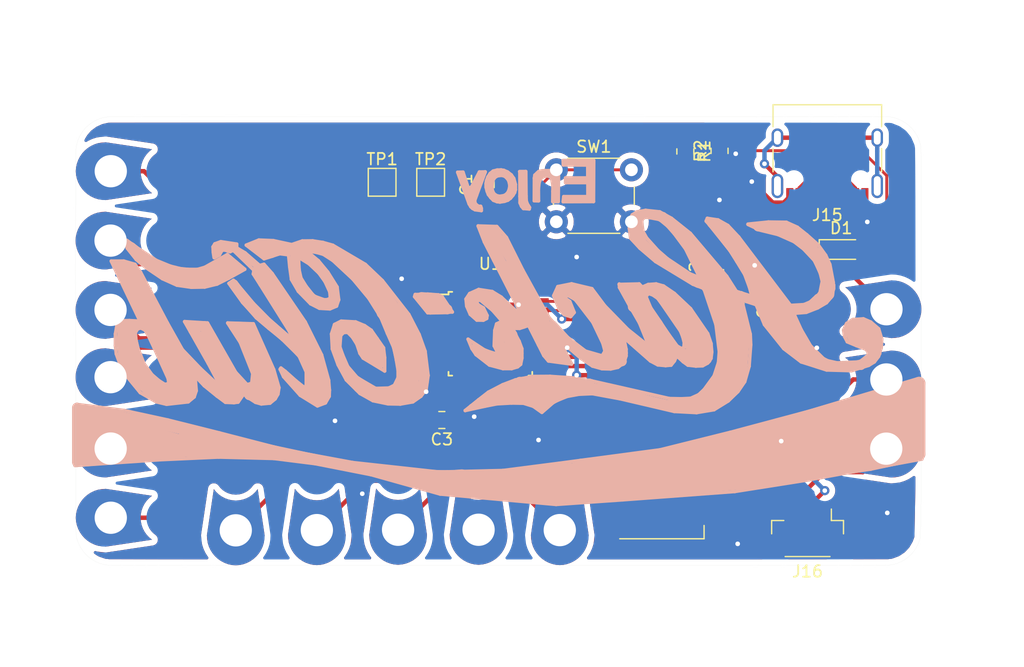
<source format=kicad_pcb>
(kicad_pcb (version 20171130) (host pcbnew "(5.1.0-0)")
  (layers (0 F.Cu signal) (31 B.Cu signal) (34 B.Paste user) (35 F.Paste user) (36 B.SilkS user) (37 F.SilkS user) (38 B.Mask user) (39 F.Mask user) (44 Edge.Cuts user))
  (net 0 "")
  (net 1 GND)
  (net 2 "Net-(C1-Pad1)")
  (net 3 +5V)
  (net 4 +3V3)
  (net 5 VBUS)
  (net 6 /NEO_PWR)
  (net 7 "Net-(D2-Pad2)")
  (net 8 /NEOPIX)
  (net 9 /MOSI)
  (net 10 /MISO)
  (net 11 /SCK)
  (net 12 /RX_A7)
  (net 13 /A0)
  (net 14 /A1)
  (net 15 /A2)
  (net 16 /A3)
  (net 17 /SDA)
  (net 18 /SCL)
  (net 19 /TX_A6)
  (net 20 "Net-(J15-PadB8)")
  (net 21 "Net-(J15-PadA5)")
  (net 22 /D-)
  (net 23 /D+)
  (net 24 "Net-(J15-PadA8)")
  (net 25 "Net-(J15-PadB5)")
  (net 26 "Net-(J15-PadS1)")
  (net 27 "Net-(SW1-Pad1)")
  (net 28 /SWDIO)
  (net 29 /SWCLK)
  (net 30 "Net-(U1-Pad27)")
  (net 31 "Net-(U1-Pad25)")
  (net 32 /SCK2)
  (net 33 /MOSI2)
  (net 34 /MISO2)
  (net 35 "Net-(U1-Pad15)")
  (net 36 "Net-(U1-Pad11)")
  (net 37 "Net-(U1-Pad2)")
  (net 38 "Net-(U1-Pad1)")
  (net 39 "Net-(U2-Pad4)")
  (module Package_TO_SOT_SMD:SOT-23-5 (layer F.Cu) (at 221.17 85.92)
    (fp_text reference U2 (at 0 -2.9) (layer F.SilkS))
    (fp_text value AP2112K-3.3)
    (pad 5 smd rect (at 1.1 -0.95) (size 1.06 0.65) (layers F.Cu F.Paste F.Mask) (net 4 +3V3))
    (pad 4 smd rect (at 1.1 0.95) (size 1.06 0.65) (layers F.Cu F.Paste F.Mask) (net 39 "Net-(U2-Pad4)"))
    (pad 3 smd rect (at -1.1 0.95) (size 1.06 0.65) (layers F.Cu F.Paste F.Mask) (net 3 +5V))
    (pad 2 smd rect (at -1.1 0) (size 1.06 0.65) (layers F.Cu F.Paste F.Mask) (net 1 GND))
    (pad 1 smd rect (at -1.1 -0.95) (size 1.06 0.65) (layers F.Cu F.Paste F.Mask) (net 3 +5V))
  )
  (module Package_QFP:TQFP-32_7x7mm_P0.8mm (layer F.Cu) (at 200.03 86.08)
    (fp_text reference U1 (at 0 -6.05) (layer F.SilkS))
    (fp_text value ATSAMD21E18A-A)
    (pad 32 smd rect (at -2.8 -4.25 90) (size 1.6 0.55) (layers F.Cu F.Paste F.Mask) (net 28 /SWDIO))
    (pad 31 smd rect (at -2 -4.25 90) (size 1.6 0.55) (layers F.Cu F.Paste F.Mask) (net 29 /SWCLK))
    (pad 30 smd rect (at -1.2 -4.25 90) (size 1.6 0.55) (layers F.Cu F.Paste F.Mask) (net 4 +3V3))
    (pad 29 smd rect (at -0.4 -4.25 90) (size 1.6 0.55) (layers F.Cu F.Paste F.Mask) (net 2 "Net-(C1-Pad1)"))
    (pad 28 smd rect (at 0.4 -4.25 90) (size 1.6 0.55) (layers F.Cu F.Paste F.Mask) (net 1 GND))
    (pad 27 smd rect (at 1.2 -4.25 90) (size 1.6 0.55) (layers F.Cu F.Paste F.Mask) (net 30 "Net-(U1-Pad27)"))
    (pad 26 smd rect (at 2 -4.25 90) (size 1.6 0.55) (layers F.Cu F.Paste F.Mask) (net 27 "Net-(SW1-Pad1)"))
    (pad 25 smd rect (at 2.8 -4.25 90) (size 1.6 0.55) (layers F.Cu F.Paste F.Mask) (net 31 "Net-(U1-Pad25)"))
    (pad 24 smd rect (at 4.25 -2.8) (size 1.6 0.55) (layers F.Cu F.Paste F.Mask) (net 23 /D+))
    (pad 23 smd rect (at 4.25 -2) (size 1.6 0.55) (layers F.Cu F.Paste F.Mask) (net 22 /D-))
    (pad 22 smd rect (at 4.25 -1.2) (size 1.6 0.55) (layers F.Cu F.Paste F.Mask) (net 32 /SCK2))
    (pad 21 smd rect (at 4.25 -0.4) (size 1.6 0.55) (layers F.Cu F.Paste F.Mask) (net 33 /MOSI2))
    (pad 20 smd rect (at 4.25 0.4) (size 1.6 0.55) (layers F.Cu F.Paste F.Mask) (net 34 /MISO2))
    (pad 19 smd rect (at 4.25 1.2) (size 1.6 0.55) (layers F.Cu F.Paste F.Mask) (net 8 /NEOPIX))
    (pad 18 smd rect (at 4.25 2) (size 1.6 0.55) (layers F.Cu F.Paste F.Mask) (net 18 /SCL))
    (pad 17 smd rect (at 4.25 2.8) (size 1.6 0.55) (layers F.Cu F.Paste F.Mask) (net 17 /SDA))
    (pad 16 smd rect (at 2.8 4.25 90) (size 1.6 0.55) (layers F.Cu F.Paste F.Mask) (net 6 /NEO_PWR))
    (pad 15 smd rect (at 2 4.25 90) (size 1.6 0.55) (layers F.Cu F.Paste F.Mask) (net 35 "Net-(U1-Pad15)"))
    (pad 14 smd rect (at 1.2 4.25 90) (size 1.6 0.55) (layers F.Cu F.Paste F.Mask) (net 11 /SCK))
    (pad 13 smd rect (at 0.4 4.25 90) (size 1.6 0.55) (layers F.Cu F.Paste F.Mask) (net 9 /MOSI))
    (pad 12 smd rect (at -0.4 4.25 90) (size 1.6 0.55) (layers F.Cu F.Paste F.Mask) (net 10 /MISO))
    (pad 11 smd rect (at -1.2 4.25 90) (size 1.6 0.55) (layers F.Cu F.Paste F.Mask) (net 36 "Net-(U1-Pad11)"))
    (pad 10 smd rect (at -2 4.25 90) (size 1.6 0.55) (layers F.Cu F.Paste F.Mask) (net 1 GND))
    (pad 9 smd rect (at -2.8 4.25 90) (size 1.6 0.55) (layers F.Cu F.Paste F.Mask) (net 4 +3V3))
    (pad 8 smd rect (at -4.25 2.8) (size 1.6 0.55) (layers F.Cu F.Paste F.Mask) (net 12 /RX_A7))
    (pad 7 smd rect (at -4.25 2) (size 1.6 0.55) (layers F.Cu F.Paste F.Mask) (net 19 /TX_A6))
    (pad 6 smd rect (at -4.25 1.2) (size 1.6 0.55) (layers F.Cu F.Paste F.Mask) (net 16 /A3))
    (pad 5 smd rect (at -4.25 0.4) (size 1.6 0.55) (layers F.Cu F.Paste F.Mask) (net 15 /A2))
    (pad 4 smd rect (at -4.25 -0.4) (size 1.6 0.55) (layers F.Cu F.Paste F.Mask) (net 14 /A1))
    (pad 3 smd rect (at -4.25 -1.2) (size 1.6 0.55) (layers F.Cu F.Paste F.Mask) (net 13 /A0))
    (pad 2 smd rect (at -4.25 -2) (size 1.6 0.55) (layers F.Cu F.Paste F.Mask) (net 37 "Net-(U1-Pad2)"))
    (pad 1 smd rect (at -4.25 -2.8) (size 1.6 0.55) (layers F.Cu F.Paste F.Mask) (net 38 "Net-(U1-Pad1)"))
  )
  (module TestPoint:TestPoint_Pad_2.0x2.0mm (layer F.Cu) (at 194.86 72.97)
    (fp_text reference TP2 (at 0 -1.998) (layer F.SilkS))
    (fp_text value TestPoint)
    (pad 1 smd rect (at 0 0) (size 2 2) (layers F.Cu F.Mask) (net 29 /SWCLK))
  )
  (module TestPoint:TestPoint_Pad_2.0x2.0mm (layer F.Cu) (at 190.66 72.97)
    (fp_text reference TP1 (at 0 -1.998) (layer F.SilkS))
    (fp_text value TestPoint)
    (pad 1 smd rect (at 0 0) (size 2 2) (layers F.Cu F.Mask) (net 28 /SWDIO))
  )
  (module Button_Switch_THT:SW_PUSH_6mm (layer F.Cu) (at 205.74 71.89)
    (fp_text reference SW1 (at 3.25 -2) (layer F.SilkS))
    (fp_text value SW_Push)
    (pad 1 thru_hole circle (at 6.5 0 90) (size 2 2) (drill 1.1) (layers *.Cu *.Mask) (net 27 "Net-(SW1-Pad1)"))
    (pad 2 thru_hole circle (at 6.5 4.5 90) (size 2 2) (drill 1.1) (layers *.Cu *.Mask) (net 1 GND))
    (pad 1 thru_hole circle (at 0 0 90) (size 2 2) (drill 1.1) (layers *.Cu *.Mask) (net 27 "Net-(SW1-Pad1)"))
    (pad 2 thru_hole circle (at 0 4.5 90) (size 2 2) (drill 1.1) (layers *.Cu *.Mask) (net 1 GND))
  )
  (module Resistor_SMD:R_0805_2012Metric_Pad1.20x1.40mm_HandSolder (layer F.Cu) (at 219.87 70.25 90)
    (fp_text reference R2 (at 0 -1.65 90) (layer F.SilkS))
    (fp_text value 5.1K)
    (pad 2 smd roundrect (at 1 0 90) (size 1.2 1.4) (layers F.Cu F.Paste F.Mask) (roundrect_rratio 0.208333) (net 1 GND))
    (pad 1 smd roundrect (at -1 0 90) (size 1.2 1.4) (layers F.Cu F.Paste F.Mask) (roundrect_rratio 0.208333) (net 25 "Net-(J15-PadB5)"))
  )
  (module Resistor_SMD:R_0805_2012Metric_Pad1.20x1.40mm_HandSolder (layer F.Cu) (at 216.91 70.3 270)
    (fp_text reference R1 (at 0 -1.65 270) (layer F.SilkS))
    (fp_text value 5.1K)
    (pad 2 smd roundrect (at 1 0 270) (size 1.2 1.4) (layers F.Cu F.Paste F.Mask) (roundrect_rratio 0.208333) (net 21 "Net-(J15-PadA5)"))
    (pad 1 smd roundrect (at -1 0 270) (size 1.2 1.4) (layers F.Cu F.Paste F.Mask) (roundrect_rratio 0.208333) (net 1 GND))
  )
  (module Connector_JST:JST_SH_BM04B-SRSS-TB_1x04-1MP_P1.00mm_Vertical (layer F.Cu) (at 227.49 103.36 180)
    (fp_text reference J16 (at 0 -3.3 180) (layer F.SilkS))
    (fp_text value Conn_01x04_Female)
    (pad MP smd roundrect (at 2.8 -1.2 180) (size 1.2 1.8) (layers F.Cu F.Paste F.Mask) (roundrect_rratio 0.208333))
    (pad MP smd roundrect (at -2.8 -1.2 180) (size 1.2 1.8) (layers F.Cu F.Paste F.Mask) (roundrect_rratio 0.208333))
    (pad 4 smd roundrect (at 1.5 1.325 180) (size 0.6 1.55) (layers F.Cu F.Paste F.Mask) (net 18 /SCL))
    (pad 3 smd roundrect (at 0.5 1.325 180) (size 0.6 1.55) (layers F.Cu F.Paste F.Mask) (net 17 /SDA))
    (pad 2 smd roundrect (at -0.5 1.325 180) (size 0.6 1.55) (layers F.Cu F.Paste F.Mask) (net 4 +3V3))
    (pad 1 smd roundrect (at -1.5 1.325 180) (size 0.6 1.55) (layers F.Cu F.Paste F.Mask) (net 1 GND))
  )
  (module Connector_USB:USB_C_Receptacle_HRO_TYPE-C-31-M-12 (layer F.Cu) (at 229.2 70.16 180)
    (fp_text reference J15 (at 0 -5.645 180) (layer F.SilkS))
    (fp_text value USB_C_Receptacle_USB2.0)
    (pad B1 smd rect (at 3.25 -4.045 180) (size 0.6 1.45) (layers F.Cu F.Paste F.Mask) (net 1 GND))
    (pad A9 smd rect (at 2.45 -4.045 180) (size 0.6 1.45) (layers F.Cu F.Paste F.Mask) (net 5 VBUS))
    (pad B9 smd rect (at -2.45 -4.045 180) (size 0.6 1.45) (layers F.Cu F.Paste F.Mask) (net 5 VBUS))
    (pad B12 smd rect (at -3.25 -4.045 180) (size 0.6 1.45) (layers F.Cu F.Paste F.Mask) (net 1 GND))
    (pad A1 smd rect (at -3.25 -4.045 180) (size 0.6 1.45) (layers F.Cu F.Paste F.Mask) (net 1 GND))
    (pad A4 smd rect (at -2.45 -4.045 180) (size 0.6 1.45) (layers F.Cu F.Paste F.Mask) (net 5 VBUS))
    (pad B4 smd rect (at 2.45 -4.045 180) (size 0.6 1.45) (layers F.Cu F.Paste F.Mask) (net 5 VBUS))
    (pad A12 smd rect (at 3.25 -4.045 180) (size 0.6 1.45) (layers F.Cu F.Paste F.Mask) (net 1 GND))
    (pad B8 smd rect (at -1.75 -4.045 180) (size 0.3 1.45) (layers F.Cu F.Paste F.Mask) (net 20 "Net-(J15-PadB8)"))
    (pad A5 smd rect (at -1.25 -4.045 180) (size 0.3 1.45) (layers F.Cu F.Paste F.Mask) (net 21 "Net-(J15-PadA5)"))
    (pad B7 smd rect (at -0.75 -4.045 180) (size 0.3 1.45) (layers F.Cu F.Paste F.Mask) (net 22 /D-))
    (pad A7 smd rect (at 0.25 -4.045 180) (size 0.3 1.45) (layers F.Cu F.Paste F.Mask) (net 22 /D-))
    (pad B6 smd rect (at 0.75 -4.045 180) (size 0.3 1.45) (layers F.Cu F.Paste F.Mask) (net 23 /D+))
    (pad A8 smd rect (at 1.25 -4.045 180) (size 0.3 1.45) (layers F.Cu F.Paste F.Mask) (net 24 "Net-(J15-PadA8)"))
    (pad B5 smd rect (at 1.75 -4.045 180) (size 0.3 1.45) (layers F.Cu F.Paste F.Mask) (net 25 "Net-(J15-PadB5)"))
    (pad A6 smd rect (at -0.25 -4.045 180) (size 0.3 1.45) (layers F.Cu F.Paste F.Mask) (net 23 /D+))
    (pad S1 thru_hole oval (at 4.32 -3.13 180) (size 1 2.1) (drill oval 0.6 1.7) (layers *.Cu *.Mask) (net 26 "Net-(J15-PadS1)"))
    (pad S1 thru_hole oval (at -4.32 -3.13 180) (size 1 2.1) (drill oval 0.6 1.7) (layers *.Cu *.Mask) (net 26 "Net-(J15-PadS1)"))
    (pad "" np_thru_hole circle (at -2.89 -2.6 180) (size 0.65 0.65) (drill 0.65) (layers *.Cu *.Mask))
    (pad S1 thru_hole oval (at -4.32 1.05 180) (size 1 1.6) (drill oval 0.6 1.2) (layers *.Cu *.Mask) (net 26 "Net-(J15-PadS1)"))
    (pad "" np_thru_hole circle (at 2.89 -2.6 180) (size 0.65 0.65) (drill 0.65) (layers *.Cu *.Mask))
    (pad S1 thru_hole oval (at 4.32 1.05 180) (size 1 1.6) (drill oval 0.6 1.2) (layers *.Cu *.Mask) (net 26 "Net-(J15-PadS1)"))
  )
  (module SparkFun_LilyPad_Main_Board_v21:PETAL-LONG-1-2SIDE (layer F.Cu) (at 167.13 96.02)
    (fp_text reference J14 hide)
    (fp_text value Conn_01x01_Female hide)
    (fp_poly (pts (xy 3.6 -1.9) (xy 3.352544 -1.700419) (xy 3.13472 -1.468858) (xy 2.950625 -1.209675) (xy 2.803721 -0.927741) (xy 2.69677 -0.62836) (xy 2.631785 -0.317163) (xy 2.609986 0) (xy 2.631785 0.317163) (xy 2.69677 0.62836) (xy 2.803721 0.927741) (xy 2.950625 1.209675) (xy 3.13472 1.468858) (xy 3.352544 1.700419) (xy 3.6 1.9) (xy -0.4 2.5) (xy -0.733266 2.484699) (xy -1.061683 2.426031) (xy -1.379634 2.325) (xy -1.681678 2.183335) (xy -1.962649 2.003458) (xy -2.217738 1.788448) (xy -2.442582 1.541983) (xy -2.633335 1.26828) (xy -2.786731 0.972021) (xy -2.900148 0.658275) (xy -2.971645 0.332409) (xy -3 0) (xy -2.971635 -0.332406) (xy -2.90013 -0.658266) (xy -2.786707 -0.972006) (xy -2.633307 -1.268259) (xy -2.442554 -1.541958) (xy -2.217711 -1.78842) (xy -1.962625 -2.003429) (xy -1.681659 -2.183306) (xy -1.37962 -2.324975) (xy -1.061674 -2.426012) (xy -0.4 -2.5)) (layer B.Cu) (width 0))
    (fp_poly (pts (xy 3.6 1.9) (xy 3.352544 1.700419) (xy 3.13472 1.468858) (xy 2.950625 1.209675) (xy 2.803721 0.927741) (xy 2.69677 0.62836) (xy 2.631785 0.317163) (xy 2.609986 0) (xy 2.631785 -0.317163) (xy 2.69677 -0.62836) (xy 2.803721 -0.927741) (xy 2.950625 -1.209675) (xy 3.13472 -1.468858) (xy 3.352544 -1.700419) (xy 3.6 -1.9) (xy -0.4 -2.5) (xy -0.733266 -2.484699) (xy -1.061683 -2.426031) (xy -1.379634 -2.325) (xy -1.681678 -2.183335) (xy -1.962649 -2.003458) (xy -2.217738 -1.788448) (xy -2.442582 -1.541983) (xy -2.633335 -1.26828) (xy -2.786731 -0.972021) (xy -2.900148 -0.658275) (xy -2.971645 -0.332409) (xy -3 0) (xy -2.971635 0.332406) (xy -2.90013 0.658266) (xy -2.786707 0.972006) (xy -2.633307 1.268259) (xy -2.442554 1.541958) (xy -2.217711 1.78842) (xy -1.962625 2.003429) (xy -1.681659 2.183306) (xy -1.37962 2.324975) (xy -1.061674 2.426012) (xy -0.4 2.5)) (layer F.Cu) (width 0))
    (pad 1 thru_hole circle (at 0.03 0) (size 4.064 4.064) (drill 2.794) (layers *.Cu *.Mask) (net 19 /TX_A6))
  )
  (module SparkFun_LilyPad_Main_Board_v21:PETAL-LONG-1-2SIDE (layer F.Cu) (at 234.34 90.04 180)
    (fp_text reference J13 hide)
    (fp_text value Conn_01x01_Female hide)
    (fp_poly (pts (xy 3.6 -1.9) (xy 3.352544 -1.700419) (xy 3.13472 -1.468858) (xy 2.950625 -1.209675) (xy 2.803721 -0.927741) (xy 2.69677 -0.62836) (xy 2.631785 -0.317163) (xy 2.609986 0) (xy 2.631785 0.317163) (xy 2.69677 0.62836) (xy 2.803721 0.927741) (xy 2.950625 1.209675) (xy 3.13472 1.468858) (xy 3.352544 1.700419) (xy 3.6 1.9) (xy -0.4 2.5) (xy -0.733266 2.484699) (xy -1.061683 2.426031) (xy -1.379634 2.325) (xy -1.681678 2.183335) (xy -1.962649 2.003458) (xy -2.217738 1.788448) (xy -2.442582 1.541983) (xy -2.633335 1.26828) (xy -2.786731 0.972021) (xy -2.900148 0.658275) (xy -2.971645 0.332409) (xy -3 0) (xy -2.971635 -0.332406) (xy -2.90013 -0.658266) (xy -2.786707 -0.972006) (xy -2.633307 -1.268259) (xy -2.442554 -1.541958) (xy -2.217711 -1.78842) (xy -1.962625 -2.003429) (xy -1.681659 -2.183306) (xy -1.37962 -2.324975) (xy -1.061674 -2.426012) (xy -0.4 -2.5)) (layer B.Cu) (width 0))
    (fp_poly (pts (xy 3.6 1.9) (xy 3.352544 1.700419) (xy 3.13472 1.468858) (xy 2.950625 1.209675) (xy 2.803721 0.927741) (xy 2.69677 0.62836) (xy 2.631785 0.317163) (xy 2.609986 0) (xy 2.631785 -0.317163) (xy 2.69677 -0.62836) (xy 2.803721 -0.927741) (xy 2.950625 -1.209675) (xy 3.13472 -1.468858) (xy 3.352544 -1.700419) (xy 3.6 -1.9) (xy -0.4 -2.5) (xy -0.733266 -2.484699) (xy -1.061683 -2.426031) (xy -1.379634 -2.325) (xy -1.681678 -2.183335) (xy -1.962649 -2.003458) (xy -2.217738 -1.788448) (xy -2.442582 -1.541983) (xy -2.633335 -1.26828) (xy -2.786731 -0.972021) (xy -2.900148 -0.658275) (xy -2.971645 -0.332409) (xy -3 0) (xy -2.971635 0.332406) (xy -2.90013 0.658266) (xy -2.786707 0.972006) (xy -2.633307 1.268259) (xy -2.442554 1.541958) (xy -2.217711 1.78842) (xy -1.962625 2.003429) (xy -1.681659 2.183306) (xy -1.37962 2.324975) (xy -1.061674 2.426012) (xy -0.4 2.5)) (layer F.Cu) (width 0))
    (pad 1 thru_hole circle (at 0.03 0 180) (size 4.064 4.064) (drill 2.794) (layers *.Cu *.Mask) (net 18 /SCL))
  )
  (module SparkFun_LilyPad_Main_Board_v21:PETAL-LONG-1-2SIDE (layer F.Cu) (at 234.33 96.03 180)
    (fp_text reference J12 hide)
    (fp_text value Conn_01x01_Female hide)
    (fp_poly (pts (xy 3.6 -1.9) (xy 3.352544 -1.700419) (xy 3.13472 -1.468858) (xy 2.950625 -1.209675) (xy 2.803721 -0.927741) (xy 2.69677 -0.62836) (xy 2.631785 -0.317163) (xy 2.609986 0) (xy 2.631785 0.317163) (xy 2.69677 0.62836) (xy 2.803721 0.927741) (xy 2.950625 1.209675) (xy 3.13472 1.468858) (xy 3.352544 1.700419) (xy 3.6 1.9) (xy -0.4 2.5) (xy -0.733266 2.484699) (xy -1.061683 2.426031) (xy -1.379634 2.325) (xy -1.681678 2.183335) (xy -1.962649 2.003458) (xy -2.217738 1.788448) (xy -2.442582 1.541983) (xy -2.633335 1.26828) (xy -2.786731 0.972021) (xy -2.900148 0.658275) (xy -2.971645 0.332409) (xy -3 0) (xy -2.971635 -0.332406) (xy -2.90013 -0.658266) (xy -2.786707 -0.972006) (xy -2.633307 -1.268259) (xy -2.442554 -1.541958) (xy -2.217711 -1.78842) (xy -1.962625 -2.003429) (xy -1.681659 -2.183306) (xy -1.37962 -2.324975) (xy -1.061674 -2.426012) (xy -0.4 -2.5)) (layer B.Cu) (width 0))
    (fp_poly (pts (xy 3.6 1.9) (xy 3.352544 1.700419) (xy 3.13472 1.468858) (xy 2.950625 1.209675) (xy 2.803721 0.927741) (xy 2.69677 0.62836) (xy 2.631785 0.317163) (xy 2.609986 0) (xy 2.631785 -0.317163) (xy 2.69677 -0.62836) (xy 2.803721 -0.927741) (xy 2.950625 -1.209675) (xy 3.13472 -1.468858) (xy 3.352544 -1.700419) (xy 3.6 -1.9) (xy -0.4 -2.5) (xy -0.733266 -2.484699) (xy -1.061683 -2.426031) (xy -1.379634 -2.325) (xy -1.681678 -2.183335) (xy -1.962649 -2.003458) (xy -2.217738 -1.788448) (xy -2.442582 -1.541983) (xy -2.633335 -1.26828) (xy -2.786731 -0.972021) (xy -2.900148 -0.658275) (xy -2.971645 -0.332409) (xy -3 0) (xy -2.971635 0.332406) (xy -2.90013 0.658266) (xy -2.786707 0.972006) (xy -2.633307 1.268259) (xy -2.442554 1.541958) (xy -2.217711 1.78842) (xy -1.962625 2.003429) (xy -1.681659 2.183306) (xy -1.37962 2.324975) (xy -1.061674 2.426012) (xy -0.4 2.5)) (layer F.Cu) (width 0))
    (pad 1 thru_hole circle (at 0.03 0 180) (size 4.064 4.064) (drill 2.794) (layers *.Cu *.Mask) (net 17 /SDA))
  )
  (module SparkFun_LilyPad_Main_Board_v21:PETAL-LONG-1-2SIDE (layer F.Cu) (at 167.12 89.84)
    (fp_text reference J11 hide)
    (fp_text value Conn_01x01_Female hide)
    (fp_poly (pts (xy 3.6 -1.9) (xy 3.352544 -1.700419) (xy 3.13472 -1.468858) (xy 2.950625 -1.209675) (xy 2.803721 -0.927741) (xy 2.69677 -0.62836) (xy 2.631785 -0.317163) (xy 2.609986 0) (xy 2.631785 0.317163) (xy 2.69677 0.62836) (xy 2.803721 0.927741) (xy 2.950625 1.209675) (xy 3.13472 1.468858) (xy 3.352544 1.700419) (xy 3.6 1.9) (xy -0.4 2.5) (xy -0.733266 2.484699) (xy -1.061683 2.426031) (xy -1.379634 2.325) (xy -1.681678 2.183335) (xy -1.962649 2.003458) (xy -2.217738 1.788448) (xy -2.442582 1.541983) (xy -2.633335 1.26828) (xy -2.786731 0.972021) (xy -2.900148 0.658275) (xy -2.971645 0.332409) (xy -3 0) (xy -2.971635 -0.332406) (xy -2.90013 -0.658266) (xy -2.786707 -0.972006) (xy -2.633307 -1.268259) (xy -2.442554 -1.541958) (xy -2.217711 -1.78842) (xy -1.962625 -2.003429) (xy -1.681659 -2.183306) (xy -1.37962 -2.324975) (xy -1.061674 -2.426012) (xy -0.4 -2.5)) (layer B.Cu) (width 0))
    (fp_poly (pts (xy 3.6 1.9) (xy 3.352544 1.700419) (xy 3.13472 1.468858) (xy 2.950625 1.209675) (xy 2.803721 0.927741) (xy 2.69677 0.62836) (xy 2.631785 0.317163) (xy 2.609986 0) (xy 2.631785 -0.317163) (xy 2.69677 -0.62836) (xy 2.803721 -0.927741) (xy 2.950625 -1.209675) (xy 3.13472 -1.468858) (xy 3.352544 -1.700419) (xy 3.6 -1.9) (xy -0.4 -2.5) (xy -0.733266 -2.484699) (xy -1.061683 -2.426031) (xy -1.379634 -2.325) (xy -1.681678 -2.183335) (xy -1.962649 -2.003458) (xy -2.217738 -1.788448) (xy -2.442582 -1.541983) (xy -2.633335 -1.26828) (xy -2.786731 -0.972021) (xy -2.900148 -0.658275) (xy -2.971645 -0.332409) (xy -3 0) (xy -2.971635 0.332406) (xy -2.90013 0.658266) (xy -2.786707 0.972006) (xy -2.633307 1.268259) (xy -2.442554 1.541958) (xy -2.217711 1.78842) (xy -1.962625 2.003429) (xy -1.681659 2.183306) (xy -1.37962 2.324975) (xy -1.061674 2.426012) (xy -0.4 2.5)) (layer F.Cu) (width 0))
    (pad 1 thru_hole circle (at 0.03 0) (size 4.064 4.064) (drill 2.794) (layers *.Cu *.Mask) (net 16 /A3))
  )
  (module SparkFun_LilyPad_Main_Board_v21:PETAL-LONG-1-2SIDE (layer F.Cu) (at 167.12 84.02)
    (fp_text reference J10 hide)
    (fp_text value Conn_01x01_Female hide)
    (fp_poly (pts (xy 3.6 -1.9) (xy 3.352544 -1.700419) (xy 3.13472 -1.468858) (xy 2.950625 -1.209675) (xy 2.803721 -0.927741) (xy 2.69677 -0.62836) (xy 2.631785 -0.317163) (xy 2.609986 0) (xy 2.631785 0.317163) (xy 2.69677 0.62836) (xy 2.803721 0.927741) (xy 2.950625 1.209675) (xy 3.13472 1.468858) (xy 3.352544 1.700419) (xy 3.6 1.9) (xy -0.4 2.5) (xy -0.733266 2.484699) (xy -1.061683 2.426031) (xy -1.379634 2.325) (xy -1.681678 2.183335) (xy -1.962649 2.003458) (xy -2.217738 1.788448) (xy -2.442582 1.541983) (xy -2.633335 1.26828) (xy -2.786731 0.972021) (xy -2.900148 0.658275) (xy -2.971645 0.332409) (xy -3 0) (xy -2.971635 -0.332406) (xy -2.90013 -0.658266) (xy -2.786707 -0.972006) (xy -2.633307 -1.268259) (xy -2.442554 -1.541958) (xy -2.217711 -1.78842) (xy -1.962625 -2.003429) (xy -1.681659 -2.183306) (xy -1.37962 -2.324975) (xy -1.061674 -2.426012) (xy -0.4 -2.5)) (layer B.Cu) (width 0))
    (fp_poly (pts (xy 3.6 1.9) (xy 3.352544 1.700419) (xy 3.13472 1.468858) (xy 2.950625 1.209675) (xy 2.803721 0.927741) (xy 2.69677 0.62836) (xy 2.631785 0.317163) (xy 2.609986 0) (xy 2.631785 -0.317163) (xy 2.69677 -0.62836) (xy 2.803721 -0.927741) (xy 2.950625 -1.209675) (xy 3.13472 -1.468858) (xy 3.352544 -1.700419) (xy 3.6 -1.9) (xy -0.4 -2.5) (xy -0.733266 -2.484699) (xy -1.061683 -2.426031) (xy -1.379634 -2.325) (xy -1.681678 -2.183335) (xy -1.962649 -2.003458) (xy -2.217738 -1.788448) (xy -2.442582 -1.541983) (xy -2.633335 -1.26828) (xy -2.786731 -0.972021) (xy -2.900148 -0.658275) (xy -2.971645 -0.332409) (xy -3 0) (xy -2.971635 0.332406) (xy -2.90013 0.658266) (xy -2.786707 0.972006) (xy -2.633307 1.268259) (xy -2.442554 1.541958) (xy -2.217711 1.78842) (xy -1.962625 2.003429) (xy -1.681659 2.183306) (xy -1.37962 2.324975) (xy -1.061674 2.426012) (xy -0.4 2.5)) (layer F.Cu) (width 0))
    (pad 1 thru_hole circle (at 0.03 0) (size 4.064 4.064) (drill 2.794) (layers *.Cu *.Mask) (net 15 /A2))
  )
  (module SparkFun_LilyPad_Main_Board_v21:PETAL-LONG-1-2SIDE (layer F.Cu) (at 167.12 78.02)
    (fp_text reference J9 hide)
    (fp_text value Conn_01x01_Female hide)
    (fp_poly (pts (xy 3.6 -1.9) (xy 3.352544 -1.700419) (xy 3.13472 -1.468858) (xy 2.950625 -1.209675) (xy 2.803721 -0.927741) (xy 2.69677 -0.62836) (xy 2.631785 -0.317163) (xy 2.609986 0) (xy 2.631785 0.317163) (xy 2.69677 0.62836) (xy 2.803721 0.927741) (xy 2.950625 1.209675) (xy 3.13472 1.468858) (xy 3.352544 1.700419) (xy 3.6 1.9) (xy -0.4 2.5) (xy -0.733266 2.484699) (xy -1.061683 2.426031) (xy -1.379634 2.325) (xy -1.681678 2.183335) (xy -1.962649 2.003458) (xy -2.217738 1.788448) (xy -2.442582 1.541983) (xy -2.633335 1.26828) (xy -2.786731 0.972021) (xy -2.900148 0.658275) (xy -2.971645 0.332409) (xy -3 0) (xy -2.971635 -0.332406) (xy -2.90013 -0.658266) (xy -2.786707 -0.972006) (xy -2.633307 -1.268259) (xy -2.442554 -1.541958) (xy -2.217711 -1.78842) (xy -1.962625 -2.003429) (xy -1.681659 -2.183306) (xy -1.37962 -2.324975) (xy -1.061674 -2.426012) (xy -0.4 -2.5)) (layer B.Cu) (width 0))
    (fp_poly (pts (xy 3.6 1.9) (xy 3.352544 1.700419) (xy 3.13472 1.468858) (xy 2.950625 1.209675) (xy 2.803721 0.927741) (xy 2.69677 0.62836) (xy 2.631785 0.317163) (xy 2.609986 0) (xy 2.631785 -0.317163) (xy 2.69677 -0.62836) (xy 2.803721 -0.927741) (xy 2.950625 -1.209675) (xy 3.13472 -1.468858) (xy 3.352544 -1.700419) (xy 3.6 -1.9) (xy -0.4 -2.5) (xy -0.733266 -2.484699) (xy -1.061683 -2.426031) (xy -1.379634 -2.325) (xy -1.681678 -2.183335) (xy -1.962649 -2.003458) (xy -2.217738 -1.788448) (xy -2.442582 -1.541983) (xy -2.633335 -1.26828) (xy -2.786731 -0.972021) (xy -2.900148 -0.658275) (xy -2.971645 -0.332409) (xy -3 0) (xy -2.971635 0.332406) (xy -2.90013 0.658266) (xy -2.786707 0.972006) (xy -2.633307 1.268259) (xy -2.442554 1.541958) (xy -2.217711 1.78842) (xy -1.962625 2.003429) (xy -1.681659 2.183306) (xy -1.37962 2.324975) (xy -1.061674 2.426012) (xy -0.4 2.5)) (layer F.Cu) (width 0))
    (pad 1 thru_hole circle (at 0.03 0) (size 4.064 4.064) (drill 2.794) (layers *.Cu *.Mask) (net 14 /A1))
  )
  (module SparkFun_LilyPad_Main_Board_v21:PETAL-LONG-1-2SIDE (layer F.Cu) (at 167.14 72.01)
    (fp_text reference J8 hide)
    (fp_text value Conn_01x01_Female hide)
    (fp_poly (pts (xy 3.6 -1.9) (xy 3.352544 -1.700419) (xy 3.13472 -1.468858) (xy 2.950625 -1.209675) (xy 2.803721 -0.927741) (xy 2.69677 -0.62836) (xy 2.631785 -0.317163) (xy 2.609986 0) (xy 2.631785 0.317163) (xy 2.69677 0.62836) (xy 2.803721 0.927741) (xy 2.950625 1.209675) (xy 3.13472 1.468858) (xy 3.352544 1.700419) (xy 3.6 1.9) (xy -0.4 2.5) (xy -0.733266 2.484699) (xy -1.061683 2.426031) (xy -1.379634 2.325) (xy -1.681678 2.183335) (xy -1.962649 2.003458) (xy -2.217738 1.788448) (xy -2.442582 1.541983) (xy -2.633335 1.26828) (xy -2.786731 0.972021) (xy -2.900148 0.658275) (xy -2.971645 0.332409) (xy -3 0) (xy -2.971635 -0.332406) (xy -2.90013 -0.658266) (xy -2.786707 -0.972006) (xy -2.633307 -1.268259) (xy -2.442554 -1.541958) (xy -2.217711 -1.78842) (xy -1.962625 -2.003429) (xy -1.681659 -2.183306) (xy -1.37962 -2.324975) (xy -1.061674 -2.426012) (xy -0.4 -2.5)) (layer B.Cu) (width 0))
    (fp_poly (pts (xy 3.6 1.9) (xy 3.352544 1.700419) (xy 3.13472 1.468858) (xy 2.950625 1.209675) (xy 2.803721 0.927741) (xy 2.69677 0.62836) (xy 2.631785 0.317163) (xy 2.609986 0) (xy 2.631785 -0.317163) (xy 2.69677 -0.62836) (xy 2.803721 -0.927741) (xy 2.950625 -1.209675) (xy 3.13472 -1.468858) (xy 3.352544 -1.700419) (xy 3.6 -1.9) (xy -0.4 -2.5) (xy -0.733266 -2.484699) (xy -1.061683 -2.426031) (xy -1.379634 -2.325) (xy -1.681678 -2.183335) (xy -1.962649 -2.003458) (xy -2.217738 -1.788448) (xy -2.442582 -1.541983) (xy -2.633335 -1.26828) (xy -2.786731 -0.972021) (xy -2.900148 -0.658275) (xy -2.971645 -0.332409) (xy -3 0) (xy -2.971635 0.332406) (xy -2.90013 0.658266) (xy -2.786707 0.972006) (xy -2.633307 1.268259) (xy -2.442554 1.541958) (xy -2.217711 1.78842) (xy -1.962625 2.003429) (xy -1.681659 2.183306) (xy -1.37962 2.324975) (xy -1.061674 2.426012) (xy -0.4 2.5)) (layer F.Cu) (width 0))
    (pad 1 thru_hole circle (at 0.03 0) (size 4.064 4.064) (drill 2.794) (layers *.Cu *.Mask) (net 13 /A0))
  )
  (module SparkFun_LilyPad_Main_Board_v21:PETAL-LONG-1-2SIDE (layer F.Cu) (at 167.14 102.01)
    (fp_text reference J7 hide)
    (fp_text value Conn_01x01_Female hide)
    (fp_poly (pts (xy 3.6 -1.9) (xy 3.352544 -1.700419) (xy 3.13472 -1.468858) (xy 2.950625 -1.209675) (xy 2.803721 -0.927741) (xy 2.69677 -0.62836) (xy 2.631785 -0.317163) (xy 2.609986 0) (xy 2.631785 0.317163) (xy 2.69677 0.62836) (xy 2.803721 0.927741) (xy 2.950625 1.209675) (xy 3.13472 1.468858) (xy 3.352544 1.700419) (xy 3.6 1.9) (xy -0.4 2.5) (xy -0.733266 2.484699) (xy -1.061683 2.426031) (xy -1.379634 2.325) (xy -1.681678 2.183335) (xy -1.962649 2.003458) (xy -2.217738 1.788448) (xy -2.442582 1.541983) (xy -2.633335 1.26828) (xy -2.786731 0.972021) (xy -2.900148 0.658275) (xy -2.971645 0.332409) (xy -3 0) (xy -2.971635 -0.332406) (xy -2.90013 -0.658266) (xy -2.786707 -0.972006) (xy -2.633307 -1.268259) (xy -2.442554 -1.541958) (xy -2.217711 -1.78842) (xy -1.962625 -2.003429) (xy -1.681659 -2.183306) (xy -1.37962 -2.324975) (xy -1.061674 -2.426012) (xy -0.4 -2.5)) (layer B.Cu) (width 0))
    (fp_poly (pts (xy 3.6 1.9) (xy 3.352544 1.700419) (xy 3.13472 1.468858) (xy 2.950625 1.209675) (xy 2.803721 0.927741) (xy 2.69677 0.62836) (xy 2.631785 0.317163) (xy 2.609986 0) (xy 2.631785 -0.317163) (xy 2.69677 -0.62836) (xy 2.803721 -0.927741) (xy 2.950625 -1.209675) (xy 3.13472 -1.468858) (xy 3.352544 -1.700419) (xy 3.6 -1.9) (xy -0.4 -2.5) (xy -0.733266 -2.484699) (xy -1.061683 -2.426031) (xy -1.379634 -2.325) (xy -1.681678 -2.183335) (xy -1.962649 -2.003458) (xy -2.217738 -1.788448) (xy -2.442582 -1.541983) (xy -2.633335 -1.26828) (xy -2.786731 -0.972021) (xy -2.900148 -0.658275) (xy -2.971645 -0.332409) (xy -3 0) (xy -2.971635 0.332406) (xy -2.90013 0.658266) (xy -2.786707 0.972006) (xy -2.633307 1.268259) (xy -2.442554 1.541958) (xy -2.217711 1.78842) (xy -1.962625 2.003429) (xy -1.681659 2.183306) (xy -1.37962 2.324975) (xy -1.061674 2.426012) (xy -0.4 2.5)) (layer F.Cu) (width 0))
    (pad 1 thru_hole circle (at 0.03 0) (size 4.064 4.064) (drill 2.794) (layers *.Cu *.Mask) (net 12 /RX_A7))
  )
  (module SparkFun_LilyPad_Main_Board_v21:PETAL-LONG-1-2SIDE (layer F.Cu) (at 206.04 103.11 90)
    (fp_text reference J6 hide)
    (fp_text value Conn_01x01_Female hide)
    (fp_poly (pts (xy 3.6 -1.9) (xy 3.352544 -1.700419) (xy 3.13472 -1.468858) (xy 2.950625 -1.209675) (xy 2.803721 -0.927741) (xy 2.69677 -0.62836) (xy 2.631785 -0.317163) (xy 2.609986 0) (xy 2.631785 0.317163) (xy 2.69677 0.62836) (xy 2.803721 0.927741) (xy 2.950625 1.209675) (xy 3.13472 1.468858) (xy 3.352544 1.700419) (xy 3.6 1.9) (xy -0.4 2.5) (xy -0.733266 2.484699) (xy -1.061683 2.426031) (xy -1.379634 2.325) (xy -1.681678 2.183335) (xy -1.962649 2.003458) (xy -2.217738 1.788448) (xy -2.442582 1.541983) (xy -2.633335 1.26828) (xy -2.786731 0.972021) (xy -2.900148 0.658275) (xy -2.971645 0.332409) (xy -3 0) (xy -2.971635 -0.332406) (xy -2.90013 -0.658266) (xy -2.786707 -0.972006) (xy -2.633307 -1.268259) (xy -2.442554 -1.541958) (xy -2.217711 -1.78842) (xy -1.962625 -2.003429) (xy -1.681659 -2.183306) (xy -1.37962 -2.324975) (xy -1.061674 -2.426012) (xy -0.4 -2.5)) (layer B.Cu) (width 0))
    (fp_poly (pts (xy 3.6 1.9) (xy 3.352544 1.700419) (xy 3.13472 1.468858) (xy 2.950625 1.209675) (xy 2.803721 0.927741) (xy 2.69677 0.62836) (xy 2.631785 0.317163) (xy 2.609986 0) (xy 2.631785 -0.317163) (xy 2.69677 -0.62836) (xy 2.803721 -0.927741) (xy 2.950625 -1.209675) (xy 3.13472 -1.468858) (xy 3.352544 -1.700419) (xy 3.6 -1.9) (xy -0.4 -2.5) (xy -0.733266 -2.484699) (xy -1.061683 -2.426031) (xy -1.379634 -2.325) (xy -1.681678 -2.183335) (xy -1.962649 -2.003458) (xy -2.217738 -1.788448) (xy -2.442582 -1.541983) (xy -2.633335 -1.26828) (xy -2.786731 -0.972021) (xy -2.900148 -0.658275) (xy -2.971645 -0.332409) (xy -3 0) (xy -2.971635 0.332406) (xy -2.90013 0.658266) (xy -2.786707 0.972006) (xy -2.633307 1.268259) (xy -2.442554 1.541958) (xy -2.217711 1.78842) (xy -1.962625 2.003429) (xy -1.681659 2.183306) (xy -1.37962 2.324975) (xy -1.061674 2.426012) (xy -0.4 2.5)) (layer F.Cu) (width 0))
    (pad 1 thru_hole circle (at 0.03 0 90) (size 4.064 4.064) (drill 2.794) (layers *.Cu *.Mask) (net 11 /SCK))
  )
  (module SparkFun_LilyPad_Main_Board_v21:PETAL-LONG-1-2SIDE (layer F.Cu) (at 192.04 103.08 90)
    (fp_text reference J5 hide)
    (fp_text value Conn_01x01_Female hide)
    (fp_poly (pts (xy 3.6 -1.9) (xy 3.352544 -1.700419) (xy 3.13472 -1.468858) (xy 2.950625 -1.209675) (xy 2.803721 -0.927741) (xy 2.69677 -0.62836) (xy 2.631785 -0.317163) (xy 2.609986 0) (xy 2.631785 0.317163) (xy 2.69677 0.62836) (xy 2.803721 0.927741) (xy 2.950625 1.209675) (xy 3.13472 1.468858) (xy 3.352544 1.700419) (xy 3.6 1.9) (xy -0.4 2.5) (xy -0.733266 2.484699) (xy -1.061683 2.426031) (xy -1.379634 2.325) (xy -1.681678 2.183335) (xy -1.962649 2.003458) (xy -2.217738 1.788448) (xy -2.442582 1.541983) (xy -2.633335 1.26828) (xy -2.786731 0.972021) (xy -2.900148 0.658275) (xy -2.971645 0.332409) (xy -3 0) (xy -2.971635 -0.332406) (xy -2.90013 -0.658266) (xy -2.786707 -0.972006) (xy -2.633307 -1.268259) (xy -2.442554 -1.541958) (xy -2.217711 -1.78842) (xy -1.962625 -2.003429) (xy -1.681659 -2.183306) (xy -1.37962 -2.324975) (xy -1.061674 -2.426012) (xy -0.4 -2.5)) (layer B.Cu) (width 0))
    (fp_poly (pts (xy 3.6 1.9) (xy 3.352544 1.700419) (xy 3.13472 1.468858) (xy 2.950625 1.209675) (xy 2.803721 0.927741) (xy 2.69677 0.62836) (xy 2.631785 0.317163) (xy 2.609986 0) (xy 2.631785 -0.317163) (xy 2.69677 -0.62836) (xy 2.803721 -0.927741) (xy 2.950625 -1.209675) (xy 3.13472 -1.468858) (xy 3.352544 -1.700419) (xy 3.6 -1.9) (xy -0.4 -2.5) (xy -0.733266 -2.484699) (xy -1.061683 -2.426031) (xy -1.379634 -2.325) (xy -1.681678 -2.183335) (xy -1.962649 -2.003458) (xy -2.217738 -1.788448) (xy -2.442582 -1.541983) (xy -2.633335 -1.26828) (xy -2.786731 -0.972021) (xy -2.900148 -0.658275) (xy -2.971645 -0.332409) (xy -3 0) (xy -2.971635 0.332406) (xy -2.90013 0.658266) (xy -2.786707 0.972006) (xy -2.633307 1.268259) (xy -2.442554 1.541958) (xy -2.217711 1.78842) (xy -1.962625 2.003429) (xy -1.681659 2.183306) (xy -1.37962 2.324975) (xy -1.061674 2.426012) (xy -0.4 2.5)) (layer F.Cu) (width 0))
    (pad 1 thru_hole circle (at 0.03 0 90) (size 4.064 4.064) (drill 2.794) (layers *.Cu *.Mask) (net 10 /MISO))
  )
  (module SparkFun_LilyPad_Main_Board_v21:PETAL-LONG-1-2SIDE (layer F.Cu) (at 199.01 103.08 90)
    (fp_text reference J4 hide)
    (fp_text value Conn_01x01_Female hide)
    (fp_poly (pts (xy 3.6 -1.9) (xy 3.352544 -1.700419) (xy 3.13472 -1.468858) (xy 2.950625 -1.209675) (xy 2.803721 -0.927741) (xy 2.69677 -0.62836) (xy 2.631785 -0.317163) (xy 2.609986 0) (xy 2.631785 0.317163) (xy 2.69677 0.62836) (xy 2.803721 0.927741) (xy 2.950625 1.209675) (xy 3.13472 1.468858) (xy 3.352544 1.700419) (xy 3.6 1.9) (xy -0.4 2.5) (xy -0.733266 2.484699) (xy -1.061683 2.426031) (xy -1.379634 2.325) (xy -1.681678 2.183335) (xy -1.962649 2.003458) (xy -2.217738 1.788448) (xy -2.442582 1.541983) (xy -2.633335 1.26828) (xy -2.786731 0.972021) (xy -2.900148 0.658275) (xy -2.971645 0.332409) (xy -3 0) (xy -2.971635 -0.332406) (xy -2.90013 -0.658266) (xy -2.786707 -0.972006) (xy -2.633307 -1.268259) (xy -2.442554 -1.541958) (xy -2.217711 -1.78842) (xy -1.962625 -2.003429) (xy -1.681659 -2.183306) (xy -1.37962 -2.324975) (xy -1.061674 -2.426012) (xy -0.4 -2.5)) (layer B.Cu) (width 0))
    (fp_poly (pts (xy 3.6 1.9) (xy 3.352544 1.700419) (xy 3.13472 1.468858) (xy 2.950625 1.209675) (xy 2.803721 0.927741) (xy 2.69677 0.62836) (xy 2.631785 0.317163) (xy 2.609986 0) (xy 2.631785 -0.317163) (xy 2.69677 -0.62836) (xy 2.803721 -0.927741) (xy 2.950625 -1.209675) (xy 3.13472 -1.468858) (xy 3.352544 -1.700419) (xy 3.6 -1.9) (xy -0.4 -2.5) (xy -0.733266 -2.484699) (xy -1.061683 -2.426031) (xy -1.379634 -2.325) (xy -1.681678 -2.183335) (xy -1.962649 -2.003458) (xy -2.217738 -1.788448) (xy -2.442582 -1.541983) (xy -2.633335 -1.26828) (xy -2.786731 -0.972021) (xy -2.900148 -0.658275) (xy -2.971645 -0.332409) (xy -3 0) (xy -2.971635 0.332406) (xy -2.90013 0.658266) (xy -2.786707 0.972006) (xy -2.633307 1.268259) (xy -2.442554 1.541958) (xy -2.217711 1.78842) (xy -1.962625 2.003429) (xy -1.681659 2.183306) (xy -1.37962 2.324975) (xy -1.061674 2.426012) (xy -0.4 2.5)) (layer F.Cu) (width 0))
    (pad 1 thru_hole circle (at 0.03 0 90) (size 4.064 4.064) (drill 2.794) (layers *.Cu *.Mask) (net 9 /MOSI))
  )
  (module SparkFun_LilyPad_Main_Board_v21:PETAL-LONG-1-2SIDE (layer F.Cu) (at 177.99 103.13 90)
    (fp_text reference J3 hide)
    (fp_text value Conn_01x01_Female hide)
    (fp_poly (pts (xy 3.6 -1.9) (xy 3.352544 -1.700419) (xy 3.13472 -1.468858) (xy 2.950625 -1.209675) (xy 2.803721 -0.927741) (xy 2.69677 -0.62836) (xy 2.631785 -0.317163) (xy 2.609986 0) (xy 2.631785 0.317163) (xy 2.69677 0.62836) (xy 2.803721 0.927741) (xy 2.950625 1.209675) (xy 3.13472 1.468858) (xy 3.352544 1.700419) (xy 3.6 1.9) (xy -0.4 2.5) (xy -0.733266 2.484699) (xy -1.061683 2.426031) (xy -1.379634 2.325) (xy -1.681678 2.183335) (xy -1.962649 2.003458) (xy -2.217738 1.788448) (xy -2.442582 1.541983) (xy -2.633335 1.26828) (xy -2.786731 0.972021) (xy -2.900148 0.658275) (xy -2.971645 0.332409) (xy -3 0) (xy -2.971635 -0.332406) (xy -2.90013 -0.658266) (xy -2.786707 -0.972006) (xy -2.633307 -1.268259) (xy -2.442554 -1.541958) (xy -2.217711 -1.78842) (xy -1.962625 -2.003429) (xy -1.681659 -2.183306) (xy -1.37962 -2.324975) (xy -1.061674 -2.426012) (xy -0.4 -2.5)) (layer B.Cu) (width 0))
    (fp_poly (pts (xy 3.6 1.9) (xy 3.352544 1.700419) (xy 3.13472 1.468858) (xy 2.950625 1.209675) (xy 2.803721 0.927741) (xy 2.69677 0.62836) (xy 2.631785 0.317163) (xy 2.609986 0) (xy 2.631785 -0.317163) (xy 2.69677 -0.62836) (xy 2.803721 -0.927741) (xy 2.950625 -1.209675) (xy 3.13472 -1.468858) (xy 3.352544 -1.700419) (xy 3.6 -1.9) (xy -0.4 -2.5) (xy -0.733266 -2.484699) (xy -1.061683 -2.426031) (xy -1.379634 -2.325) (xy -1.681678 -2.183335) (xy -1.962649 -2.003458) (xy -2.217738 -1.788448) (xy -2.442582 -1.541983) (xy -2.633335 -1.26828) (xy -2.786731 -0.972021) (xy -2.900148 -0.658275) (xy -2.971645 -0.332409) (xy -3 0) (xy -2.971635 0.332406) (xy -2.90013 0.658266) (xy -2.786707 0.972006) (xy -2.633307 1.268259) (xy -2.442554 1.541958) (xy -2.217711 1.78842) (xy -1.962625 2.003429) (xy -1.681659 2.183306) (xy -1.37962 2.324975) (xy -1.061674 2.426012) (xy -0.4 2.5)) (layer F.Cu) (width 0))
    (pad 1 thru_hole circle (at 0.03 0 90) (size 4.064 4.064) (drill 2.794) (layers *.Cu *.Mask) (net 4 +3V3))
  )
  (module SparkFun_LilyPad_Main_Board_v21:PETAL-LONG-1-2SIDE (layer F.Cu) (at 185.01 103.11 90)
    (fp_text reference J2 hide)
    (fp_text value Conn_01x01_Female hide)
    (fp_poly (pts (xy 3.6 -1.9) (xy 3.352544 -1.700419) (xy 3.13472 -1.468858) (xy 2.950625 -1.209675) (xy 2.803721 -0.927741) (xy 2.69677 -0.62836) (xy 2.631785 -0.317163) (xy 2.609986 0) (xy 2.631785 0.317163) (xy 2.69677 0.62836) (xy 2.803721 0.927741) (xy 2.950625 1.209675) (xy 3.13472 1.468858) (xy 3.352544 1.700419) (xy 3.6 1.9) (xy -0.4 2.5) (xy -0.733266 2.484699) (xy -1.061683 2.426031) (xy -1.379634 2.325) (xy -1.681678 2.183335) (xy -1.962649 2.003458) (xy -2.217738 1.788448) (xy -2.442582 1.541983) (xy -2.633335 1.26828) (xy -2.786731 0.972021) (xy -2.900148 0.658275) (xy -2.971645 0.332409) (xy -3 0) (xy -2.971635 -0.332406) (xy -2.90013 -0.658266) (xy -2.786707 -0.972006) (xy -2.633307 -1.268259) (xy -2.442554 -1.541958) (xy -2.217711 -1.78842) (xy -1.962625 -2.003429) (xy -1.681659 -2.183306) (xy -1.37962 -2.324975) (xy -1.061674 -2.426012) (xy -0.4 -2.5)) (layer B.Cu) (width 0))
    (fp_poly (pts (xy 3.6 1.9) (xy 3.352544 1.700419) (xy 3.13472 1.468858) (xy 2.950625 1.209675) (xy 2.803721 0.927741) (xy 2.69677 0.62836) (xy 2.631785 0.317163) (xy 2.609986 0) (xy 2.631785 -0.317163) (xy 2.69677 -0.62836) (xy 2.803721 -0.927741) (xy 2.950625 -1.209675) (xy 3.13472 -1.468858) (xy 3.352544 -1.700419) (xy 3.6 -1.9) (xy -0.4 -2.5) (xy -0.733266 -2.484699) (xy -1.061683 -2.426031) (xy -1.379634 -2.325) (xy -1.681678 -2.183335) (xy -1.962649 -2.003458) (xy -2.217738 -1.788448) (xy -2.442582 -1.541983) (xy -2.633335 -1.26828) (xy -2.786731 -0.972021) (xy -2.900148 -0.658275) (xy -2.971645 -0.332409) (xy -3 0) (xy -2.971635 0.332406) (xy -2.90013 0.658266) (xy -2.786707 0.972006) (xy -2.633307 1.268259) (xy -2.442554 1.541958) (xy -2.217711 1.78842) (xy -1.962625 2.003429) (xy -1.681659 2.183306) (xy -1.37962 2.324975) (xy -1.061674 2.426012) (xy -0.4 2.5)) (layer F.Cu) (width 0))
    (pad 1 thru_hole circle (at 0.03 0 90) (size 4.064 4.064) (drill 2.794) (layers *.Cu *.Mask) (net 1 GND))
  )
  (module SparkFun_LilyPad_Main_Board_v21:PETAL-LONG-1-2SIDE (layer F.Cu) (at 234.35 83.96 180)
    (fp_text reference J1 hide)
    (fp_text value Conn_01x01_Female hide)
    (fp_poly (pts (xy 3.6 -1.9) (xy 3.352544 -1.700419) (xy 3.13472 -1.468858) (xy 2.950625 -1.209675) (xy 2.803721 -0.927741) (xy 2.69677 -0.62836) (xy 2.631785 -0.317163) (xy 2.609986 0) (xy 2.631785 0.317163) (xy 2.69677 0.62836) (xy 2.803721 0.927741) (xy 2.950625 1.209675) (xy 3.13472 1.468858) (xy 3.352544 1.700419) (xy 3.6 1.9) (xy -0.4 2.5) (xy -0.733266 2.484699) (xy -1.061683 2.426031) (xy -1.379634 2.325) (xy -1.681678 2.183335) (xy -1.962649 2.003458) (xy -2.217738 1.788448) (xy -2.442582 1.541983) (xy -2.633335 1.26828) (xy -2.786731 0.972021) (xy -2.900148 0.658275) (xy -2.971645 0.332409) (xy -3 0) (xy -2.971635 -0.332406) (xy -2.90013 -0.658266) (xy -2.786707 -0.972006) (xy -2.633307 -1.268259) (xy -2.442554 -1.541958) (xy -2.217711 -1.78842) (xy -1.962625 -2.003429) (xy -1.681659 -2.183306) (xy -1.37962 -2.324975) (xy -1.061674 -2.426012) (xy -0.4 -2.5)) (layer B.Cu) (width 0))
    (fp_poly (pts (xy 3.6 1.9) (xy 3.352544 1.700419) (xy 3.13472 1.468858) (xy 2.950625 1.209675) (xy 2.803721 0.927741) (xy 2.69677 0.62836) (xy 2.631785 0.317163) (xy 2.609986 0) (xy 2.631785 -0.317163) (xy 2.69677 -0.62836) (xy 2.803721 -0.927741) (xy 2.950625 -1.209675) (xy 3.13472 -1.468858) (xy 3.352544 -1.700419) (xy 3.6 -1.9) (xy -0.4 -2.5) (xy -0.733266 -2.484699) (xy -1.061683 -2.426031) (xy -1.379634 -2.325) (xy -1.681678 -2.183335) (xy -1.962649 -2.003458) (xy -2.217738 -1.788448) (xy -2.442582 -1.541983) (xy -2.633335 -1.26828) (xy -2.786731 -0.972021) (xy -2.900148 -0.658275) (xy -2.971645 -0.332409) (xy -3 0) (xy -2.971635 0.332406) (xy -2.90013 0.658266) (xy -2.786707 0.972006) (xy -2.633307 1.268259) (xy -2.442554 1.541958) (xy -2.217711 1.78842) (xy -1.962625 2.003429) (xy -1.681659 2.183306) (xy -1.37962 2.324975) (xy -1.061674 2.426012) (xy -0.4 2.5)) (layer F.Cu) (width 0))
    (pad 1 thru_hole circle (at 0.03 0 180) (size 4.064 4.064) (drill 2.794) (layers *.Cu *.Mask) (net 3 +5V))
  )
  (module LED_SMD:LED_WS2812B_PLCC4_5.0x5.0mm_P3.2mm (layer F.Cu) (at 214.88 101.08)
    (fp_text reference D2 (at 0 -3.5) (layer F.SilkS))
    (fp_text value WS2812B)
    (fp_text user 1 (at -4.15 -1.6) (layer F.SilkS))
    (pad 1 smd rect (at -2.45 -1.6) (size 1.5 1) (layers F.Cu F.Paste F.Mask) (net 6 /NEO_PWR))
    (pad 2 smd rect (at -2.45 1.6) (size 1.5 1) (layers F.Cu F.Paste F.Mask) (net 7 "Net-(D2-Pad2)"))
    (pad 4 smd rect (at 2.45 -1.6) (size 1.5 1) (layers F.Cu F.Paste F.Mask) (net 8 /NEOPIX))
    (pad 3 smd rect (at 2.45 1.6) (size 1.5 1) (layers F.Cu F.Paste F.Mask) (net 1 GND))
  )
  (module Diode_SMD:D_SOD-323_HandSoldering (layer F.Cu) (at 230.4 78.79)
    (fp_text reference D1 (at 0 -1.85) (layer F.SilkS))
    (fp_text value NSR0320)
    (pad 2 smd rect (at 1.25 0) (size 1 1) (layers F.Cu F.Paste F.Mask) (net 5 VBUS))
    (pad 1 smd rect (at -1.25 0) (size 1 1) (layers F.Cu F.Paste F.Mask) (net 3 +5V))
  )
  (module Capacitor_SMD:C_0805_2012Metric_Pad1.18x1.45mm_HandSolder (layer F.Cu) (at 225.35 83.8275 90)
    (fp_text reference C4 (at 0 -1.68 90) (layer F.SilkS))
    (fp_text value 1uF)
    (pad 2 smd roundrect (at 1.0375 0 90) (size 1.175 1.45) (layers F.Cu F.Paste F.Mask) (roundrect_rratio 0.212766) (net 1 GND))
    (pad 1 smd roundrect (at -1.0375 0 90) (size 1.175 1.45) (layers F.Cu F.Paste F.Mask) (roundrect_rratio 0.212766) (net 4 +3V3))
  )
  (module Capacitor_SMD:C_0805_2012Metric_Pad1.18x1.45mm_HandSolder (layer F.Cu) (at 195.83 93.55 180)
    (fp_text reference C3 (at 0 -1.68 180) (layer F.SilkS))
    (fp_text value 10uF)
    (pad 2 smd roundrect (at 1.0375 0 180) (size 1.175 1.45) (layers F.Cu F.Paste F.Mask) (roundrect_rratio 0.212766) (net 1 GND))
    (pad 1 smd roundrect (at -1.0375 0 180) (size 1.175 1.45) (layers F.Cu F.Paste F.Mask) (roundrect_rratio 0.212766) (net 4 +3V3))
  )
  (module Capacitor_SMD:C_0805_2012Metric_Pad1.18x1.45mm_HandSolder (layer F.Cu) (at 219.48 80.79 90)
    (fp_text reference C2 (at 0 -1.68 90) (layer F.SilkS))
    (fp_text value 10uF)
    (pad 2 smd roundrect (at 1.0375 0 90) (size 1.175 1.45) (layers F.Cu F.Paste F.Mask) (roundrect_rratio 0.212766) (net 1 GND))
    (pad 1 smd roundrect (at -1.0375 0 90) (size 1.175 1.45) (layers F.Cu F.Paste F.Mask) (roundrect_rratio 0.212766) (net 3 +5V))
  )
  (module Capacitor_SMD:C_0805_2012Metric_Pad1.18x1.45mm_HandSolder (layer F.Cu) (at 199.62 73.1725 90)
    (fp_text reference C1 (at 0 -1.68 90) (layer F.SilkS))
    (fp_text value 1uF)
    (pad 2 smd roundrect (at 1.0375 0 90) (size 1.175 1.45) (layers F.Cu F.Paste F.Mask) (roundrect_rratio 0.212766) (net 1 GND))
    (pad 1 smd roundrect (at -1.0375 0 90) (size 1.175 1.45) (layers F.Cu F.Paste F.Mask) (roundrect_rratio 0.212766) (net 2 "Net-(C1-Pad1)"))
  )
  (gr_line (start 220.65 96.77) (end 228.23 95.59) (layer B.SilkS) (width 1.1))
  (gr_line (start 226.63 95.01) (end 220.65 96.77) (layer B.SilkS) (width 1.1))
  (gr_line (start 233.51 95.81) (end 226.63 95.01) (layer B.SilkS) (width 1.1))
  (gr_line (start 232.82 95.81) (end 233.51 95.81) (layer B.SilkS) (width 1.1))
  (gr_line (start 225.19 96.71) (end 232.82 95.81) (layer B.SilkS) (width 1.1))
  (gr_line (start 204.17 99.38) (end 225.19 96.71) (layer B.SilkS) (width 1.1))
  (gr_line (start 216.23 98.63) (end 204.17 99.38) (layer B.SilkS) (width 1.1))
  (gr_line (start 235.11 96.34) (end 216.23 98.63) (layer B.SilkS) (width 1.1))
  (gr_line (start 234.36 93.83) (end 235.11 96.34) (layer B.SilkS) (width 1.1))
  (gr_line (start 229.46 93.94) (end 234.36 93.83) (layer B.SilkS) (width 1.1))
  (gr_line (start 231.64 94.05) (end 229.46 93.94) (layer B.SilkS) (width 1.1))
  (gr_line (start 234.42 94.69) (end 231.64 94.05) (layer B.SilkS) (width 1.1))
  (gr_line (start 234.31 93.73) (end 234.42 94.69) (layer B.SilkS) (width 1.1))
  (gr_line (start 235.06 94.95) (end 234.31 93.73) (layer B.SilkS) (width 1.1))
  (gr_line (start 235.38 93.3) (end 235.06 94.95) (layer B.SilkS) (width 1.1))
  (gr_line (start 235.8 95.17) (end 235.38 93.3) (layer B.SilkS) (width 1.1))
  (gr_line (start 236.18 92.77) (end 235.8 95.17) (layer B.SilkS) (width 1.1))
  (gr_line (start 230.79 93.89) (end 236.18 92.77) (layer B.SilkS) (width 1.1))
  (gr_line (start 236.66 91.7) (end 230.79 93.89) (layer B.SilkS) (width 1.1))
  (gr_line (start 236.44 95.91) (end 236.66 91.7) (layer B.SilkS) (width 1.1))
  (gr_line (start 225.83 94.15) (end 236.44 95.91) (layer B.SilkS) (width 1.1))
  (gr_line (start 236.5 91.48) (end 225.83 94.15) (layer B.SilkS) (width 1.1))
  (gr_line (start 227.64 94.42) (end 236.5 91.48) (layer B.SilkS) (width 1.1))
  (gr_line (start 214.09 97.83) (end 227.64 94.42) (layer B.SilkS) (width 1.1))
  (gr_line (start 202.62 99.06) (end 214.09 97.83) (layer B.SilkS) (width 1.1))
  (gr_line (start 195.58 99.43) (end 202.62 99.06) (layer B.SilkS) (width 1.1))
  (gr_line (start 205.77 100.18) (end 195.58 99.43) (layer B.SilkS) (width 1.1))
  (gr_line (start 213.19 99.7) (end 205.77 100.18) (layer B.SilkS) (width 1.1))
  (gr_line (start 221.67 99.01) (end 213.19 99.7) (layer B.SilkS) (width 1.1))
  (gr_line (start 232.87 97.41) (end 221.67 99.01) (layer B.SilkS) (width 1.1))
  (gr_line (start 237.14 96.5) (end 232.87 97.41) (layer B.SilkS) (width 1.1))
  (gr_line (start 237.14 90.36) (end 237.14 96.5) (layer B.SilkS) (width 1.1))
  (gr_line (start 220.92 95.22) (end 237.14 90.36) (layer B.SilkS) (width 1.1))
  (gr_line (start 214.63 96.82) (end 220.92 95.22) (layer B.SilkS) (width 1.1))
  (gr_line (start 207.85 97.46) (end 214.63 96.82) (layer B.SilkS) (width 1.1))
  (gr_line (start 210.84 97.46) (end 207.85 97.46) (layer B.SilkS) (width 1.1))
  (gr_line (start 202.36 98.31) (end 210.84 97.46) (layer B.SilkS) (width 1.1))
  (gr_line (start 196.49 98.47) (end 202.36 98.31) (layer B.SilkS) (width 1.1))
  (gr_line (start 197.56 98.37) (end 196.49 98.47) (layer B.SilkS) (width 1.1))
  (gr_line (start 171.15 95.91) (end 165.5 95.27) (layer B.SilkS) (width 1.1))
  (gr_line (start 165.28 96.18) (end 171.15 95.91) (layer B.SilkS) (width 1.1))
  (gr_line (start 164.96 94.47) (end 165.28 96.18) (layer B.SilkS) (width 1.1))
  (gr_line (start 174.62 95.7) (end 164.96 94.47) (layer B.SilkS) (width 1.1))
  (gr_line (start 173.23 96.29) (end 174.62 95.7) (layer B.SilkS) (width 1.1))
  (gr_line (start 164.86 97.03) (end 173.23 96.29) (layer B.SilkS) (width 1.1))
  (gr_line (start 164.86 93.41) (end 164.86 97.03) (layer B.SilkS) (width 1.1))
  (gr_line (start 168.54 94.15) (end 164.86 93.41) (layer B.SilkS) (width 1.1))
  (gr_line (start 173.71 95.49) (end 168.54 94.15) (layer B.SilkS) (width 1.1))
  (gr_line (start 179.9 80.12) (end 179.69 80.28) (layer B.SilkS) (width 0.4))
  (gr_line (start 177.82 78.84) (end 179.9 80.12) (layer B.SilkS) (width 0.4))
  (gr_line (start 179.53 80.07) (end 177.82 78.84) (layer B.SilkS) (width 0.4))
  (gr_line (start 200.37 83.93) (end 201.29 85.16) (layer B.SilkS) (width 0.4))
  (gr_line (start 199.26 83.04) (end 200.37 83.93) (layer B.SilkS) (width 0.4))
  (gr_line (start 199.97 83.28) (end 199.26 83.04) (layer B.SilkS) (width 0.4))
  (gr_line (start 201.56 84.88) (end 199.97 83.28) (layer B.SilkS) (width 0.4))
  (gr_line (start 198.37 92.37) (end 199.69 91.85) (layer B.SilkS) (width 0.4))
  (gr_line (start 198.92 87.7) (end 198.65 87.18) (layer B.SilkS) (width 0.4))
  (gr_line (start 199.11 87.58) (end 198.92 87.7) (layer B.SilkS) (width 0.4))
  (gr_line (start 198.65 87.03) (end 199.11 87.58) (layer B.SilkS) (width 0.4))
  (gr_line (start 182.1 89.38) (end 183.42 90.82) (layer B.SilkS) (width 0.4))
  (gr_line (start 183.82 90.79) (end 182.1 89.38) (layer B.SilkS) (width 0.4))
  (gr_line (start 178.94 95.94) (end 176.47 95.63) (layer B.SilkS) (width 0.85))
  (gr_line (start 178.09 95.98) (end 173.28 95.13) (layer B.SilkS) (width 0.85))
  (gr_line (start 172.88 96.3) (end 178.09 95.98) (layer B.SilkS) (width 0.85))
  (gr_line (start 179.71 96.48) (end 172.88 96.3) (layer B.SilkS) (width 0.85))
  (gr_line (start 183.12 96.7) (end 179.71 96.48) (layer B.SilkS) (width 0.85))
  (gr_line (start 195.71 99.49) (end 197.06 99.31) (layer B.SilkS) (width 0.85))
  (gr_line (start 190.76 98.19) (end 195.71 99.49) (layer B.SilkS) (width 0.85))
  (gr_line (start 196.29 98.32) (end 190.76 98.19) (layer B.SilkS) (width 0.85))
  (gr_line (start 197.46 98.86) (end 196.29 98.32) (layer B.SilkS) (width 0.85))
  (gr_line (start 187.84 97.56) (end 197.46 98.86) (layer B.SilkS) (width 0.85))
  (gr_line (start 179.39 95.76) (end 187.84 97.56) (layer B.SilkS) (width 0.85))
  (gr_line (start 171.12 93.87) (end 179.39 95.76) (layer B.SilkS) (width 0.85))
  (gr_line (start 167.39 93.11) (end 171.12 93.87) (layer B.SilkS) (width 0.85))
  (gr_line (start 164.25 92.48) (end 167.39 93.11) (layer B.SilkS) (width 0.85))
  (gr_line (start 164.25 97.2) (end 164.25 92.48) (layer B.SilkS) (width 0.85))
  (gr_line (start 164.25 92.7) (end 164.25 97.2) (layer B.SilkS) (width 0.85))
  (gr_line (start 223.69 83.19) (end 223.39 82.77) (layer B.SilkS) (width 0.85))
  (gr_line (start 229.47 81.89) (end 229.38 82.69) (layer B.SilkS) (width 0.85))
  (gr_line (start 229.47 82.15) (end 229.47 81.89) (layer B.SilkS) (width 0.85))
  (gr_line (start 227.84 78.48) (end 229.47 82.15) (layer B.SilkS) (width 0.85))
  (gr_line (start 226.77 77.5) (end 227.84 78.48) (layer B.SilkS) (width 0.85))
  (gr_line (start 225.17 76.76) (end 226.77 77.5) (layer B.SilkS) (width 0.85))
  (gr_line (start 223.21 76.79) (end 225.17 76.76) (layer B.SilkS) (width 0.85))
  (gr_line (start 225.26 77.29) (end 223.21 76.79) (layer B.SilkS) (width 0.85))
  (gr_line (start 226.59 77.79) (end 225.26 77.29) (layer B.SilkS) (width 0.85))
  (gr_line (start 227.69 78.77) (end 226.59 77.79) (layer B.SilkS) (width 0.85))
  (gr_line (start 227.95 78.74) (end 227.69 78.77) (layer B.SilkS) (width 0.85))
  (gr_line (start 228.61 79.57) (end 227.95 78.74) (layer B.SilkS) (width 0.85))
  (gr_line (start 228.9 80.28) (end 228.61 79.57) (layer B.SilkS) (width 0.85))
  (gr_line (start 229.17 81.59) (end 228.9 80.28) (layer B.SilkS) (width 0.85))
  (gr_line (start 229.05 82.21) (end 229.17 81.59) (layer B.SilkS) (width 0.85))
  (gr_line (start 229.23 82.6) (end 229.05 82.21) (layer B.SilkS) (width 0.85))
  (gr_line (start 228.37 83.43) (end 229.23 82.6) (layer B.SilkS) (width 0.85))
  (gr_line (start 228.43 83.04) (end 228.37 83.43) (layer B.SilkS) (width 0.85))
  (gr_line (start 227.6 83.81) (end 228.43 83.04) (layer B.SilkS) (width 0.85))
  (gr_line (start 226.06 83.9) (end 227.6 83.81) (layer B.SilkS) (width 0.85))
  (gr_line (start 223.39 83.4) (end 224.4 84.4) (layer B.SilkS) (width 0.85))
  (gr_line (start 223.69 84.29) (end 223.39 83.4) (layer B.SilkS) (width 0.85))
  (gr_line (start 225.88 87.25) (end 223.69 84.29) (layer B.SilkS) (width 0.85))
  (gr_line (start 227.75 88.44) (end 225.88 87.25) (layer B.SilkS) (width 0.85))
  (gr_line (start 225.73 85.89) (end 227.75 88.44) (layer B.SilkS) (width 0.85))
  (gr_line (start 222.89 81.23) (end 225.73 85.89) (layer B.SilkS) (width 0.85))
  (gr_line (start 228.04 88.47) (end 222.89 81.23) (layer B.SilkS) (width 0.85))
  (gr_line (start 232.13 86.24) (end 231.78 85.62) (layer B.SilkS) (width 0.85))
  (gr_line (start 232.37 85.74) (end 232.13 86.24) (layer B.SilkS) (width 0.85))
  (gr_line (start 232.93 86.63) (end 232.37 85.74) (layer B.SilkS) (width 0.85))
  (gr_line (start 232.52 87.1) (end 232.93 86.63) (layer B.SilkS) (width 0.85))
  (gr_line (start 231.42 86.48) (end 232.52 87.1) (layer B.SilkS) (width 0.85))
  (gr_line (start 231.1 85.89) (end 231.42 86.48) (layer B.SilkS) (width 0.85))
  (gr_line (start 231.57 85.21) (end 231.1 85.89) (layer B.SilkS) (width 0.85))
  (gr_line (start 232.58 85.23) (end 231.57 85.21) (layer B.SilkS) (width 0.85))
  (gr_line (start 233.32 85.8) (end 232.58 85.23) (layer B.SilkS) (width 0.85))
  (gr_line (start 233.47 87.72) (end 233.32 85.8) (layer B.SilkS) (width 0.85))
  (gr_line (start 233.35 86.84) (end 233.47 87.72) (layer B.SilkS) (width 0.85))
  (gr_line (start 232.93 88.14) (end 233.35 86.84) (layer B.SilkS) (width 0.85))
  (gr_line (start 232.1 88.79) (end 232.93 88.14) (layer B.SilkS) (width 0.85))
  (gr_line (start 230.03 88.88) (end 232.1 88.79) (layer B.SilkS) (width 0.85))
  (gr_line (start 228.31 88.5) (end 230.03 88.88) (layer B.SilkS) (width 0.85))
  (gr_line (start 226.62 86.06) (end 228.31 88.5) (layer B.SilkS) (width 0.85))
  (gr_line (start 225.79 84.11) (end 226.62 86.06) (layer B.SilkS) (width 0.85))
  (gr_line (start 222.71 80.08) (end 225.79 84.11) (layer B.SilkS) (width 0.85))
  (gr_line (start 220.34 77.02) (end 222.71 80.08) (layer B.SilkS) (width 0.85))
  (gr_line (start 219.21 76.49) (end 220.34 77.02) (layer B.SilkS) (width 0.85))
  (gr_line (start 221.02 78.74) (end 219.21 76.49) (layer B.SilkS) (width 0.85))
  (gr_line (start 222.44 80.85) (end 221.02 78.74) (layer B.SilkS) (width 0.85))
  (gr_line (start 223.06 83.28) (end 222.44 80.85) (layer B.SilkS) (width 0.85))
  (gr_line (start 220.93 82.6) (end 223.06 83.28) (layer B.SilkS) (width 0.85))
  (gr_line (start 219.3 82.03) (end 221.14 89.09) (layer B.SilkS) (width 0.85))
  (gr_line (start 220.87 88.05) (end 219.3 82.03) (layer B.SilkS) (width 0.85))
  (gr_line (start 219.09 91.7) (end 220.87 88.05) (layer B.SilkS) (width 0.85))
  (gr_line (start 219.95 91.4) (end 219.09 91.7) (layer B.SilkS) (width 0.85))
  (gr_line (start 221.55 88.67) (end 219.95 91.4) (layer B.SilkS) (width 0.85))
  (gr_line (start 220.6 83.34) (end 221.55 88.67) (layer B.SilkS) (width 0.85))
  (gr_line (start 221.43 86.78) (end 220.6 83.34) (layer B.SilkS) (width 0.85))
  (gr_line (start 219.8 81.62) (end 221.43 86.78) (layer B.SilkS) (width 0.85))
  (gr_line (start 218.68 81.8) (end 219.8 81.62) (layer B.SilkS) (width 0.85))
  (gr_line (start 219.83 85.23) (end 218.68 81.8) (layer B.SilkS) (width 0.85))
  (gr_line (start 220.19 88.17) (end 219.83 85.23) (layer B.SilkS) (width 0.85))
  (gr_line (start 219.63 90.21) (end 220.19 88.17) (layer B.SilkS) (width 0.85))
  (gr_line (start 218.32 91.61) (end 219.63 90.21) (layer B.SilkS) (width 0.85))
  (gr_line (start 218.29 91.96) (end 218.32 91.61) (layer B.SilkS) (width 0.85))
  (gr_line (start 215.8 92.05) (end 218.29 91.96) (layer B.SilkS) (width 0.85))
  (gr_line (start 204.42 92.29) (end 203.14 91.76) (layer B.SilkS) (width 0.85))
  (gr_line (start 206.14 91.37) (end 204.42 92.29) (layer B.SilkS) (width 0.85))
  (gr_line (start 201.16 91.76) (end 206.14 91.37) (layer B.SilkS) (width 0.85))
  (gr_line (start 208.6 90.39) (end 201.16 91.76) (layer B.SilkS) (width 0.85))
  (gr_line (start 208.66 90.96) (end 208.6 90.39) (layer B.SilkS) (width 0.85))
  (gr_line (start 203.29 90.93) (end 208.66 90.96) (layer B.SilkS) (width 0.85))
  (gr_line (start 199.29 91.99) (end 203.29 90.93) (layer B.SilkS) (width 0.85))
  (gr_line (start 202.58 90.24) (end 199.29 91.99) (layer B.SilkS) (width 0.85))
  (gr_line (start 206.35 90.21) (end 202.58 90.24) (layer B.SilkS) (width 0.85))
  (gr_line (start 207.92 90.6) (end 206.35 90.21) (layer B.SilkS) (width 0.85))
  (gr_line (start 210.91 91.13) (end 207.92 90.6) (layer B.SilkS) (width 0.85))
  (gr_line (start 213.85 91.9) (end 210.91 91.13) (layer B.SilkS) (width 0.85))
  (gr_line (start 216.36 92.47) (end 213.85 91.9) (layer B.SilkS) (width 0.85))
  (gr_line (start 219.06 92.32) (end 216.36 92.47) (layer B.SilkS) (width 0.85))
  (gr_line (start 221.11 90.87) (end 219.06 92.32) (layer B.SilkS) (width 0.85))
  (gr_line (start 221.82 89.38) (end 221.11 90.87) (layer B.SilkS) (width 0.85))
  (gr_line (start 222.06 86.45) (end 221.82 89.38) (layer B.SilkS) (width 0.85))
  (gr_line (start 221.46 83.87) (end 222.06 86.45) (layer B.SilkS) (width 0.85))
  (gr_line (start 220.54 81.77) (end 221.46 83.87) (layer B.SilkS) (width 0.85))
  (gr_line (start 217.67 79.31) (end 220.54 81.77) (layer B.SilkS) (width 0.85))
  (gr_line (start 218.41 80.97) (end 217.67 79.31) (layer B.SilkS) (width 0.85))
  (gr_line (start 218.94 80.7) (end 218.41 80.97) (layer B.SilkS) (width 0.85))
  (gr_line (start 216.63 77.71) (end 218.94 80.7) (layer B.SilkS) (width 0.85))
  (gr_line (start 214.94 75.96) (end 213.64 75.72) (layer B.SilkS) (width 0.85))
  (gr_line (start 216.01 76.88) (end 214.94 75.96) (layer B.SilkS) (width 0.85))
  (gr_line (start 217.25 77.94) (end 216.01 76.88) (layer B.SilkS) (width 0.85))
  (gr_line (start 219.71 80.73) (end 217.25 77.94) (layer B.SilkS) (width 0.85))
  (gr_line (start 218.02 81.68) (end 219.71 80.73) (layer B.SilkS) (width 0.85))
  (gr_line (start 215.21 80.02) (end 218.02 81.68) (layer B.SilkS) (width 0.85))
  (gr_line (start 213.85 78.92) (end 215.21 80.02) (layer B.SilkS) (width 0.85))
  (gr_line (start 213.05 78.09) (end 213.85 78.92) (layer B.SilkS) (width 0.85))
  (gr_line (start 212.87 76.52) (end 213.05 78.09) (layer B.SilkS) (width 0.85))
  (gr_line (start 212.69 77.68) (end 212.87 76.52) (layer B.SilkS) (width 0.85))
  (gr_line (start 212.45 76.46) (end 212.69 77.68) (layer B.SilkS) (width 0.85))
  (gr_line (start 213.05 75.78) (end 212.45 76.46) (layer B.SilkS) (width 0.85))
  (gr_line (start 217.7 87.13) (end 217.08 86.98) (layer B.SilkS) (width 0.85))
  (gr_line (start 214.65 82.69) (end 217.7 87.13) (layer B.SilkS) (width 0.85))
  (gr_line (start 216.42 84.61) (end 214.65 82.69) (layer B.SilkS) (width 0.85))
  (gr_line (start 218.14 86.84) (end 216.42 84.61) (layer B.SilkS) (width 0.85))
  (gr_line (start 218.11 87.9) (end 218.14 86.84) (layer B.SilkS) (width 0.85))
  (gr_line (start 216.25 87.75) (end 218.11 87.9) (layer B.SilkS) (width 0.85))
  (gr_line (start 217.37 88.5) (end 216.25 87.75) (layer B.SilkS) (width 0.85))
  (gr_line (start 218.17 88.55) (end 217.37 88.5) (layer B.SilkS) (width 0.85))
  (gr_line (start 218.77 88.29) (end 218.17 88.55) (layer B.SilkS) (width 0.85))
  (gr_line (start 218.85 87.01) (end 218.77 88.29) (layer B.SilkS) (width 0.85))
  (gr_line (start 217.94 85.44) (end 218.85 87.01) (layer B.SilkS) (width 0.85))
  (gr_line (start 216.45 83.63) (end 217.94 85.44) (layer B.SilkS) (width 0.85))
  (gr_line (start 214.73 82.3) (end 216.45 83.63) (layer B.SilkS) (width 0.85))
  (gr_line (start 213.67 82.24) (end 214.73 82.3) (layer B.SilkS) (width 0.85))
  (gr_line (start 212.36 83.75) (end 213.67 82.24) (layer B.SilkS) (width 0.85))
  (gr_line (start 212.87 84.2) (end 212.36 83.75) (layer B.SilkS) (width 0.85))
  (gr_line (start 214.23 87.07) (end 212.87 84.2) (layer B.SilkS) (width 0.85))
  (gr_line (start 214.53 87.75) (end 214.23 87.07) (layer B.SilkS) (width 0.85))
  (gr_line (start 215.51 87.93) (end 214.53 87.75) (layer B.SilkS) (width 0.85))
  (gr_line (start 212.63 83.49) (end 215.51 87.93) (layer B.SilkS) (width 0.85))
  (gr_line (start 211.65 82.15) (end 212.63 83.49) (layer B.SilkS) (width 0.85))
  (gr_line (start 212.75 82.15) (end 211.65 82.15) (layer B.SilkS) (width 0.85))
  (gr_line (start 212.69 82.54) (end 212.75 82.15) (layer B.SilkS) (width 0.85))
  (gr_line (start 214.53 85.23) (end 212.69 82.54) (layer B.SilkS) (width 0.85))
  (gr_line (start 215.98 87.49) (end 214.53 85.23) (layer B.SilkS) (width 0.85))
  (gr_line (start 215.39 88.52) (end 215.98 87.49) (layer B.SilkS) (width 0.85))
  (gr_line (start 214.41 88.32) (end 215.39 88.52) (layer B.SilkS) (width 0.85))
  (gr_line (start 213.1 87.1) (end 214.41 88.32) (layer B.SilkS) (width 0.85))
  (gr_line (start 211.56 85.95) (end 213.1 87.1) (layer B.SilkS) (width 0.85))
  (gr_line (start 210.91 85.35) (end 211.56 85.95) (layer B.SilkS) (width 0.85))
  (gr_line (start 211.09 85.56) (end 210.91 85.35) (layer B.SilkS) (width 0.85))
  (gr_line (start 209.11 88.5) (end 208.72 88.32) (layer B.SilkS) (width 0.85))
  (gr_line (start 209.98 88.68) (end 209.11 88.5) (layer B.SilkS) (width 0.85))
  (gr_line (start 210.67 87.78) (end 209.98 88.68) (layer B.SilkS) (width 0.85))
  (gr_line (start 211.41 88.47) (end 210.67 87.78) (layer B.SilkS) (width 0.85))
  (gr_line (start 210.56 88.72) (end 211.41 88.47) (layer B.SilkS) (width 0.85))
  (gr_line (start 211.5 87.75) (end 210.56 88.72) (layer B.SilkS) (width 0.85))
  (gr_line (start 210.35 87.45) (end 211.5 87.75) (layer B.SilkS) (width 0.85))
  (gr_line (start 209.88 88.43) (end 210.35 87.45) (layer B.SilkS) (width 0.85))
  (gr_line (start 208.5 88.09) (end 209.88 88.43) (layer B.SilkS) (width 0.85))
  (gr_line (start 206.83 86.92) (end 208.5 88.09) (layer B.SilkS) (width 0.85))
  (gr_line (start 205.4 85.36) (end 206.83 86.92) (layer B.SilkS) (width 0.85))
  (gr_line (start 210.45 87.5) (end 211.25 87.71) (layer B.SilkS) (width 0.85))
  (gr_line (start 209.48 85.47) (end 210.45 87.5) (layer B.SilkS) (width 0.85))
  (gr_line (start 209.66 85.25) (end 209.48 85.47) (layer B.SilkS) (width 0.85))
  (gr_line (start 207.13 82.44) (end 209.66 85.25) (layer B.SilkS) (width 0.85))
  (gr_line (start 209.29 84.28) (end 207.13 82.44) (layer B.SilkS) (width 0.85))
  (gr_line (start 211.27 87.29) (end 209.29 84.28) (layer B.SilkS) (width 0.85))
  (gr_line (start 210.61 85.04) (end 211.27 87.29) (layer B.SilkS) (width 0.85))
  (gr_line (start 208.59 82.58) (end 210.61 85.04) (layer B.SilkS) (width 0.85))
  (gr_line (start 207.23 82.16) (end 208.59 82.58) (layer B.SilkS) (width 0.85))
  (gr_line (start 206.3 82.3) (end 207.23 82.16) (layer B.SilkS) (width 0.85))
  (gr_line (start 206.41 82.28) (end 206.3 82.3) (layer B.SilkS) (width 0.85))
  (gr_line (start 205.97 82.95) (end 206.41 82.28) (layer B.SilkS) (width 0.85))
  (gr_line (start 206.28 83.56) (end 205.97 82.95) (layer B.SilkS) (width 0.85))
  (gr_line (start 206.52 83.51) (end 206.28 83.56) (layer B.SilkS) (width 0.85))
  (gr_line (start 206.75 84.24) (end 206.52 83.51) (layer B.SilkS) (width 0.85))
  (gr_line (start 201.64 87.42) (end 201.66 88.15) (layer B.SilkS) (width 0.85))
  (gr_line (start 201.66 85.74) (end 201.64 87.42) (layer B.SilkS) (width 0.85))
  (gr_line (start 201.94 86.16) (end 201.66 85.74) (layer B.SilkS) (width 0.85))
  (gr_line (start 202.45 87.63) (end 201.94 86.16) (layer B.SilkS) (width 0.85))
  (gr_line (start 202.32 88.49) (end 202.45 87.63) (layer B.SilkS) (width 0.85))
  (gr_line (start 201.23 88.74) (end 202.32 88.49) (layer B.SilkS) (width 0.85))
  (gr_line (start 201.34 88.54) (end 201.23 88.74) (layer B.SilkS) (width 0.85))
  (gr_line (start 200.08 88.36) (end 201.34 88.54) (layer B.SilkS) (width 0.85))
  (gr_line (start 199.36 87.75) (end 200.08 88.36) (layer B.SilkS) (width 0.85))
  (gr_line (start 200.6 88.13) (end 199.36 87.75) (layer B.SilkS) (width 0.85))
  (gr_line (start 201.12 87.83) (end 200.6 88.13) (layer B.SilkS) (width 0.85))
  (gr_line (start 200.8 86.9) (end 201.12 87.83) (layer B.SilkS) (width 0.85))
  (gr_line (start 201.01 85.45) (end 200.8 86.9) (layer B.SilkS) (width 0.85))
  (gr_line (start 202.07 85.2) (end 201.01 85.45) (layer B.SilkS) (width 0.85))
  (gr_line (start 203.58 84.87) (end 202.07 85.2) (layer B.SilkS) (width 0.85))
  (gr_line (start 201.77 80.02) (end 205.61 87.59) (layer B.SilkS) (width 0.85))
  (gr_line (start 203.43 84.52) (end 201.77 80.02) (layer B.SilkS) (width 0.85))
  (gr_line (start 205.28 88.08) (end 203.43 84.52) (layer B.SilkS) (width 0.85))
  (gr_line (start 206.45 88.32) (end 205.28 88.08) (layer B.SilkS) (width 0.85))
  (gr_line (start 203.98 83.64) (end 206.45 88.32) (layer B.SilkS) (width 0.85))
  (gr_line (start 201.09 77.99) (end 203.98 83.64) (layer B.SilkS) (width 0.85))
  (gr_line (start 201.99 79.95) (end 201.09 77.99) (layer B.SilkS) (width 0.85))
  (gr_line (start 200.32 77.17) (end 201.99 79.95) (layer B.SilkS) (width 0.85))
  (gr_line (start 199.5 77.17) (end 200.32 77.17) (layer B.SilkS) (width 0.85))
  (gr_line (start 201.69 81.24) (end 199.5 77.17) (layer B.SilkS) (width 0.85))
  (gr_line (start 202.74 83.58) (end 201.69 81.24) (layer B.SilkS) (width 0.85))
  (gr_line (start 202.94 84.55) (end 202.74 83.58) (layer B.SilkS) (width 0.85))
  (gr_line (start 202.04 84.59) (end 202.94 84.55) (layer B.SilkS) (width 0.85))
  (gr_line (start 200.84 83.44) (end 202.04 84.59) (layer B.SilkS) (width 0.85))
  (gr_line (start 199.59 82.65) (end 200.84 83.44) (layer B.SilkS) (width 0.85))
  (gr_line (start 199.25 84.48) (end 199.1 84.11) (layer B.SilkS) (width 0.85))
  (gr_line (start 199.06 84.48) (end 199.25 84.48) (layer B.SilkS) (width 0.85))
  (gr_line (start 198.53 83.88) (end 199.06 84.48) (layer B.SilkS) (width 0.85))
  (gr_line (start 198.44 82.93) (end 198.53 83.88) (layer B.SilkS) (width 0.85))
  (gr_line (start 199.37 82.65) (end 198.44 82.93) (layer B.SilkS) (width 0.85))
  (gr_line (start 194.36 83.36) (end 195.21 83.47) (layer B.SilkS) (width 0.85))
  (gr_line (start 194.82 84) (end 194.36 83.36) (layer B.SilkS) (width 0.85))
  (gr_line (start 196.31 83.97) (end 194.82 84) (layer B.SilkS) (width 0.85))
  (gr_line (start 195.95 83.72) (end 196.31 83.97) (layer B.SilkS) (width 0.85))
  (gr_line (start 195.38 83.01) (end 195.95 83.72) (layer B.SilkS) (width 0.85))
  (gr_line (start 194.07 82.9) (end 195.38 83.01) (layer B.SilkS) (width 0.85))
  (gr_line (start 192.52 89.53) (end 191.58 85.87) (layer B.SilkS) (width 0.85))
  (gr_line (start 191.82 90.97) (end 192.52 89.53) (layer B.SilkS) (width 0.85))
  (gr_line (start 192.24 90.73) (end 191.82 90.97) (layer B.SilkS) (width 0.85))
  (gr_line (start 193.02 90.27) (end 192.24 90.73) (layer B.SilkS) (width 0.85))
  (gr_line (start 192.46 86.93) (end 193.02 90.27) (layer B.SilkS) (width 0.85))
  (gr_line (start 190.62 84.31) (end 192.46 86.93) (layer B.SilkS) (width 0.85))
  (gr_line (start 191.02 84.21) (end 190.62 84.31) (layer B.SilkS) (width 0.85))
  (gr_line (start 189.16 81.95) (end 191.02 84.21) (layer B.SilkS) (width 0.85))
  (gr_line (start 189.38 81.85) (end 189.16 81.95) (layer B.SilkS) (width 0.85))
  (gr_line (start 186.28 79.25) (end 189.38 81.85) (layer B.SilkS) (width 0.85))
  (gr_line (start 188.84 81.01) (end 186.28 79.25) (layer B.SilkS) (width 0.85))
  (gr_line (start 192.5 85.57) (end 188.84 81.01) (layer B.SilkS) (width 0.85))
  (gr_line (start 193.4 88.35) (end 192.5 85.57) (layer B.SilkS) (width 0.85))
  (gr_line (start 193.4 90.57) (end 193.4 88.35) (layer B.SilkS) (width 0.85))
  (gr_line (start 191.9 91.13) (end 193.4 90.57) (layer B.SilkS) (width 0.85))
  (gr_line (start 190.44 91.33) (end 191.9 91.13) (layer B.SilkS) (width 0.85))
  (gr_line (start 188.34 90.11) (end 190.44 91.33) (layer B.SilkS) (width 0.85))
  (gr_line (start 188.22 85.95) (end 189.88 87.75) (layer B.SilkS) (width 0.85))
  (gr_line (start 189.34 87.95) (end 188.22 85.95) (layer B.SilkS) (width 0.85))
  (gr_line (start 190.56 88.61) (end 189.34 87.95) (layer B.SilkS) (width 0.85))
  (gr_line (start 190.56 88.07) (end 190.56 88.61) (layer B.SilkS) (width 0.85))
  (gr_line (start 189.94 86.89) (end 190.56 88.07) (layer B.SilkS) (width 0.85))
  (gr_line (start 189.04 85.83) (end 189.94 86.89) (layer B.SilkS) (width 0.85))
  (gr_line (start 187.66 85.37) (end 189.04 85.83) (layer B.SilkS) (width 0.85))
  (gr_line (start 186.84 85.59) (end 187.66 85.37) (layer B.SilkS) (width 0.85))
  (gr_line (start 186.72 87.31) (end 186.84 85.59) (layer B.SilkS) (width 0.85))
  (gr_line (start 187.4 89.15) (end 186.72 87.31) (layer B.SilkS) (width 0.85))
  (gr_line (start 188.62 90.73) (end 187.4 89.15) (layer B.SilkS) (width 0.85))
  (gr_line (start 190.16 91.57) (end 188.62 90.73) (layer B.SilkS) (width 0.85))
  (gr_line (start 192.28 91.67) (end 190.16 91.57) (layer B.SilkS) (width 0.85))
  (gr_line (start 193.64 91.29) (end 192.28 91.67) (layer B.SilkS) (width 0.85))
  (gr_line (start 194.26 90.29) (end 193.64 91.29) (layer B.SilkS) (width 0.85))
  (gr_line (start 194 87.81) (end 194.26 90.29) (layer B.SilkS) (width 0.85))
  (gr_line (start 193.54 86.17) (end 194 87.81) (layer B.SilkS) (width 0.85))
  (gr_line (start 192.86 85.45) (end 193.54 86.17) (layer B.SilkS) (width 0.85))
  (gr_line (start 192.1 83.86) (end 193.12 85.57) (layer B.SilkS) (width 0.85))
  (gr_line (start 192.39 84.65) (end 192.1 83.86) (layer B.SilkS) (width 0.85))
  (gr_line (start 190.97 82.72) (end 192.39 84.65) (layer B.SilkS) (width 0.85))
  (gr_line (start 189.05 80.61) (end 191.07 82.63) (layer B.SilkS) (width 0.85))
  (gr_line (start 186.84 79.13) (end 189.05 80.61) (layer B.SilkS) (width 0.85))
  (gr_line (start 184.76 78.39) (end 186.84 79.13) (layer B.SilkS) (width 0.85))
  (gr_line (start 185.92 78.78) (end 184.76 78.39) (layer B.SilkS) (width 0.85))
  (gr_line (start 184.15 78.57) (end 185.92 78.78) (layer B.SilkS) (width 0.85))
  (gr_line (start 180.03 78.84) (end 184.15 78.57) (layer B.SilkS) (width 0.85))
  (gr_line (start 180.38 78.91) (end 180.03 78.84) (layer B.SilkS) (width 0.85))
  (gr_line (start 180.7 79.16) (end 180.38 78.91) (layer B.SilkS) (width 0.85))
  (gr_line (start 182.24 78.76) (end 180.7 79.16) (layer B.SilkS) (width 0.85))
  (gr_line (start 183.55 79.05) (end 182.24 78.76) (layer B.SilkS) (width 0.85))
  (gr_line (start 184.17 79.43) (end 183.55 79.05) (layer B.SilkS) (width 0.85))
  (gr_line (start 185.07 80.22) (end 184.17 79.43) (layer B.SilkS) (width 0.85))
  (gr_line (start 185.82 81.18) (end 185.07 80.22) (layer B.SilkS) (width 0.85))
  (gr_line (start 186.34 82.03) (end 185.82 81.18) (layer B.SilkS) (width 0.85))
  (gr_line (start 186.49 82.84) (end 186.34 82.03) (layer B.SilkS) (width 0.85))
  (gr_line (start 186.28 83.38) (end 186.49 82.84) (layer B.SilkS) (width 0.85))
  (gr_line (start 185.61 83.42) (end 186.28 83.38) (layer B.SilkS) (width 0.85))
  (gr_line (start 184.68 83.09) (end 185.61 83.42) (layer B.SilkS) (width 0.85))
  (gr_line (start 183.9 82.4) (end 184.68 83.09) (layer B.SilkS) (width 0.85))
  (gr_line (start 183.43 81.61) (end 183.9 82.4) (layer B.SilkS) (width 0.85))
  (gr_line (start 183.15 80.36) (end 183.43 81.61) (layer B.SilkS) (width 0.85))
  (gr_line (start 183.13 78.89) (end 183.15 80.36) (layer B.SilkS) (width 0.85))
  (gr_line (start 182.11 78.68) (end 183.13 78.89) (layer B.SilkS) (width 0.85))
  (gr_line (start 180.39 78.41) (end 182.11 78.68) (layer B.SilkS) (width 0.85))
  (gr_line (start 179.63 78.49) (end 180.39 78.41) (layer B.SilkS) (width 0.85))
  (gr_line (start 178.8 83.2) (end 177.8 81.8) (layer B.SilkS) (width 0.85))
  (gr_line (start 179.97 84.42) (end 178.8 83.2) (layer B.SilkS) (width 0.85))
  (gr_line (start 182.22 86.38) (end 179.97 84.42) (layer B.SilkS) (width 0.85))
  (gr_line (start 184.05 88.19) (end 182.22 86.38) (layer B.SilkS) (width 0.85))
  (gr_line (start 182.99 86.74) (end 184.05 88.19) (layer B.SilkS) (width 0.85))
  (gr_line (start 184.03 87.74) (end 182.99 86.74) (layer B.SilkS) (width 0.85))
  (gr_line (start 184.7 90.82) (end 184.49 90.71) (layer B.SilkS) (width 0.85))
  (gr_line (start 184.28 88.71) (end 184.7 90.82) (layer B.SilkS) (width 0.85))
  (gr_line (start 183.99 87.09) (end 184.28 88.71) (layer B.SilkS) (width 0.85))
  (gr_line (start 184.84 89.94) (end 183.99 87.09) (layer B.SilkS) (width 0.85))
  (gr_line (start 184.97 91.11) (end 184.84 89.94) (layer B.SilkS) (width 0.85))
  (gr_line (start 183.74 91.11) (end 184.97 91.11) (layer B.SilkS) (width 0.85))
  (gr_line (start 184.97 91.86) (end 183.74 91.11) (layer B.SilkS) (width 0.85))
  (gr_line (start 185.4 91.74) (end 184.97 91.86) (layer B.SilkS) (width 0.85))
  (gr_line (start 185.63 91.32) (end 185.4 91.74) (layer B.SilkS) (width 0.85))
  (gr_line (start 185.55 90.17) (end 185.63 91.32) (layer B.SilkS) (width 0.85))
  (gr_line (start 185.15 88.46) (end 185.55 90.17) (layer B.SilkS) (width 0.85))
  (gr_line (start 183.99 85.95) (end 185.15 88.46) (layer B.SilkS) (width 0.85))
  (gr_line (start 180.26 80.61) (end 183.99 85.95) (layer B.SilkS) (width 0.85))
  (gr_line (start 181.97 82.95) (end 180.26 80.61) (layer B.SilkS) (width 0.85))
  (gr_line (start 183.49 85.26) (end 181.97 82.95) (layer B.SilkS) (width 0.85))
  (gr_line (start 183.76 87.03) (end 183.49 85.26) (layer B.SilkS) (width 0.85))
  (gr_line (start 181.53 83.11) (end 183.76 87.03) (layer B.SilkS) (width 0.85))
  (gr_line (start 180.01 80.68) (end 181.53 83.11) (layer B.SilkS) (width 0.85))
  (gr_line (start 176.47 78.55) (end 177.61 78.57) (layer B.SilkS) (width 0.85))
  (gr_line (start 176.39 78.93) (end 176.47 78.55) (layer B.SilkS) (width 0.85))
  (gr_line (start 174.26 81.16) (end 177.34 80.41) (layer B.SilkS) (width 0.85))
  (gr_line (start 171.16 80.22) (end 174.26 81.16) (layer B.SilkS) (width 0.85))
  (gr_line (start 173.47 80.8) (end 171.16 80.22) (layer B.SilkS) (width 0.85))
  (gr_line (start 174.6 80.82) (end 173.47 80.8) (layer B.SilkS) (width 0.85))
  (gr_line (start 175.89 80.45) (end 174.6 80.82) (layer B.SilkS) (width 0.85))
  (gr_line (start 177.37 79.7) (end 175.89 80.45) (layer B.SilkS) (width 0.85))
  (gr_line (start 178.12 80.51) (end 177.37 79.7) (layer B.SilkS) (width 0.85))
  (gr_line (start 175.93 81.45) (end 178.12 80.51) (layer B.SilkS) (width 0.85))
  (gr_line (start 173.72 81.63) (end 175.93 81.45) (layer B.SilkS) (width 0.85))
  (gr_line (start 171.66 80.88) (end 173.72 81.63) (layer B.SilkS) (width 0.85))
  (gr_line (start 168.91 78.57) (end 171.66 80.88) (layer B.SilkS) (width 0.85))
  (gr_line (start 170.68 80.05) (end 168.91 78.57) (layer B.SilkS) (width 0.85))
  (gr_line (start 169.01 78.64) (end 170.68 80.05) (layer B.SilkS) (width 0.85))
  (gr_line (start 169.51 88.76) (end 168.95 86.11) (layer B.SilkS) (width 0.85))
  (gr_line (start 170.85 90.42) (end 169.51 88.76) (layer B.SilkS) (width 0.85))
  (gr_line (start 171.6 90.84) (end 170.85 90.42) (layer B.SilkS) (width 0.85))
  (gr_line (start 172.64 90.53) (end 171.6 90.84) (layer B.SilkS) (width 0.85))
  (gr_line (start 172.57 91.01) (end 172.64 90.53) (layer B.SilkS) (width 0.85))
  (gr_line (start 171.28 90.88) (end 172.57 91.01) (layer B.SilkS) (width 0.85))
  (gr_line (start 168.74 88.46) (end 171.28 90.88) (layer B.SilkS) (width 0.85))
  (gr_line (start 169.55 89.4) (end 168.74 88.46) (layer B.SilkS) (width 0.85))
  (gr_line (start 168.45 86.38) (end 169.55 89.4) (layer B.SilkS) (width 0.85))
  (gr_line (start 169.3 85.4) (end 168.45 86.38) (layer B.SilkS) (width 0.85))
  (gr_line (start 170.28 84.74) (end 170.41 85.45) (layer B.SilkS) (width 0.85))
  (gr_line (start 173.07 91.28) (end 170.28 84.74) (layer B.SilkS) (width 0.85))
  (gr_line (start 173.03 89.13) (end 173.07 91.28) (layer B.SilkS) (width 0.85))
  (gr_line (start 168.78 80.93) (end 173.03 89.13) (layer B.SilkS) (width 0.85))
  (gr_line (start 173.89 89.21) (end 168.78 80.93) (layer B.SilkS) (width 0.85))
  (gr_line (start 173.45 88.63) (end 173.89 89.21) (layer B.SilkS) (width 0.85))
  (gr_line (start 173.62 91.65) (end 173.45 88.63) (layer B.SilkS) (width 0.85))
  (gr_line (start 174.18 89.86) (end 173.62 91.65) (layer B.SilkS) (width 0.85))
  (gr_line (start 173.95 91.34) (end 174.18 89.86) (layer B.SilkS) (width 0.85))
  (gr_line (start 172.49 91.65) (end 173.95 91.34) (layer B.SilkS) (width 0.85))
  (gr_line (start 171.08 91.55) (end 172.49 91.65) (layer B.SilkS) (width 0.85))
  (gr_line (start 169.28 90.03) (end 171.08 91.55) (layer B.SilkS) (width 0.85))
  (gr_line (start 168.35 88.74) (end 169.28 90.03) (layer B.SilkS) (width 0.85))
  (gr_line (start 168.1 86.86) (end 168.35 88.74) (layer B.SilkS) (width 0.85))
  (gr_line (start 168.2 85.42) (end 168.1 86.86) (layer B.SilkS) (width 0.85))
  (gr_line (start 168.87 85.36) (end 168.2 85.42) (layer B.SilkS) (width 0.85))
  (gr_line (start 170.12 85.17) (end 168.87 85.36) (layer B.SilkS) (width 0.85))
  (gr_line (start 169.26 83.03) (end 170.12 85.17) (layer B.SilkS) (width 0.85))
  (gr_line (start 168.05 80.45) (end 169.26 83.03) (layer B.SilkS) (width 0.85))
  (gr_line (start 181.01 90.99) (end 179.01 85.88) (layer B.SilkS) (width 0.85))
  (gr_line (start 179.16 91.4) (end 181.01 90.99) (layer B.SilkS) (width 0.85))
  (gr_line (start 180.34 91.71) (end 179.16 91.4) (layer B.SilkS) (width 0.85))
  (gr_line (start 180.95 91.65) (end 180.34 91.71) (layer B.SilkS) (width 0.85))
  (gr_line (start 181.28 91.11) (end 180.95 91.65) (layer B.SilkS) (width 0.85))
  (gr_line (start 181.13 90.23) (end 181.28 91.11) (layer B.SilkS) (width 0.85))
  (gr_line (start 180.28 88.01) (end 181.13 90.23) (layer B.SilkS) (width 0.85))
  (gr_line (start 179.28 85.53) (end 180.28 88.01) (layer B.SilkS) (width 0.85))
  (gr_line (start 177.82 85.45) (end 179.28 85.53) (layer B.SilkS) (width 0.85))
  (gr_line (start 178.59 86.42) (end 177.82 85.45) (layer B.SilkS) (width 0.85))
  (gr_line (start 179.68 89.09) (end 178.59 86.42) (layer B.SilkS) (width 0.85))
  (gr_line (start 179.82 90.15) (end 179.68 89.09) (layer B.SilkS) (width 0.85))
  (gr_line (start 180.36 90.69) (end 179.82 90.15) (layer B.SilkS) (width 0.85))
  (gr_line (start 177.68 91.11) (end 180.36 90.69) (layer B.SilkS) (width 0.85))
  (gr_line (start 177.8 90.76) (end 177.68 91.11) (layer B.SilkS) (width 0.85))
  (gr_line (start 177.78 90.71) (end 177.8 90.76) (layer B.SilkS) (width 0.85))
  (gr_line (start 175.87 86.32) (end 177.78 90.71) (layer B.SilkS) (width 0.85))
  (gr_line (start 176.72 88.26) (end 175.87 86.32) (layer B.SilkS) (width 0.85))
  (gr_line (start 178.59 90.73) (end 176.72 88.26) (layer B.SilkS) (width 0.85))
  (gr_line (start 177.97 91.69) (end 178.59 90.73) (layer B.SilkS) (width 0.85))
  (gr_line (start 177.03 91.44) (end 177.97 91.69) (layer B.SilkS) (width 0.85))
  (gr_line (start 177.43 89.9) (end 177.03 91.44) (layer B.SilkS) (width 0.85))
  (gr_line (start 175.68 87.03) (end 177.43 89.9) (layer B.SilkS) (width 0.85))
  (gr_line (start 175.28 85.42) (end 175.68 87.03) (layer B.SilkS) (width 0.85))
  (gr_line (start 174.2 85.42) (end 175.28 85.42) (layer B.SilkS) (width 0.85))
  (gr_line (start 176.95 90.11) (end 174.2 85.42) (layer B.SilkS) (width 0.85))
  (gr_line (start 176.62 91.07) (end 176.95 90.11) (layer B.SilkS) (width 0.85))
  (gr_line (start 173.64 88.59) (end 176.62 91.07) (layer B.SilkS) (width 0.85))
  (gr_line (start 172.58 86.76) (end 173.64 88.59) (layer B.SilkS) (width 0.85))
  (gr_line (start 172.58 87.24) (end 172.58 86.76) (layer B.SilkS) (width 0.85))
  (gr_line (start 171.2 84.65) (end 172.58 87.24) (layer B.SilkS) (width 0.85))
  (gr_line (start 169.18 80.7) (end 171.2 84.65) (layer B.SilkS) (width 0.85))
  (gr_line (start 168.49 80.2) (end 169.18 80.7) (layer B.SilkS) (width 0.85))
  (gr_line (start 167.83 80.13) (end 168.49 80.2) (layer B.SilkS) (width 0.85))
  (gr_line (start 227.58 98.73) (end 237.39 96.93) (layer B.SilkS) (width 0.3))
  (gr_line (start 221.19 99.74) (end 227.58 98.73) (layer B.SilkS) (width 0.3))
  (gr_line (start 211.49 100.46) (end 221.19 99.74) (layer B.SilkS) (width 0.3))
  (gr_line (start 205.72 100.86) (end 211.49 100.46) (layer B.SilkS) (width 0.3))
  (gr_line (start 195.68 99.96) (end 205.72 100.86) (layer B.SilkS) (width 0.3))
  (gr_line (start 189.69 98.28) (end 195.68 99.96) (layer B.SilkS) (width 0.3))
  (gr_line (start 184.86 97.33) (end 189.69 98.28) (layer B.SilkS) (width 0.3))
  (gr_line (start 181.28 96.88) (end 184.86 97.33) (layer B.SilkS) (width 0.3))
  (gr_line (start 176.51 96.76) (end 181.28 96.88) (layer B.SilkS) (width 0.3))
  (gr_line (start 171.41 96.99) (end 176.51 96.76) (layer B.SilkS) (width 0.3))
  (gr_line (start 164.07 97.49) (end 171.41 96.99) (layer B.SilkS) (width 0.3))
  (gr_line (start 227.81 92.74) (end 237.16 89.97) (layer B.SilkS) (width 0.3))
  (gr_line (start 220.82 94.61) (end 227.81 92.74) (layer B.SilkS) (width 0.3))
  (gr_line (start 214.72 96.13) (end 220.82 94.61) (layer B.SilkS) (width 0.3))
  (gr_line (start 206.01 97.29) (end 214.72 96.13) (layer B.SilkS) (width 0.3))
  (gr_line (start 201.11 97.92) (end 206.01 97.29) (layer B.SilkS) (width 0.3))
  (gr_line (start 195.57 98.05) (end 201.11 97.92) (layer B.SilkS) (width 0.3))
  (gr_line (start 188.11 97.23) (end 195.57 98.05) (layer B.SilkS) (width 0.3))
  (gr_line (start 182.43 96.18) (end 188.11 97.23) (layer B.SilkS) (width 0.3))
  (gr_line (start 176.59 94.67) (end 182.43 96.18) (layer B.SilkS) (width 0.3))
  (gr_line (start 172.12 93.55) (end 176.59 94.67) (layer B.SilkS) (width 0.3))
  (gr_line (start 168.35 92.73) (end 172.12 93.55) (layer B.SilkS) (width 0.3))
  (gr_line (start 164.21 92.2) (end 168.35 92.73) (layer B.SilkS) (width 0.3))
  (gr_line (start 170.05 88.68) (end 169.56 87.43) (layer B.SilkS) (width 0.3))
  (gr_line (start 170.73 89.62) (end 170.05 88.68) (layer B.SilkS) (width 0.3))
  (gr_line (start 171.32 90.13) (end 170.73 89.62) (layer B.SilkS) (width 0.3))
  (gr_line (start 171.87 90.48) (end 171.32 90.13) (layer B.SilkS) (width 0.3))
  (gr_line (start 172.21 90.42) (end 171.87 90.48) (layer B.SilkS) (width 0.3))
  (gr_line (start 172.13 89.94) (end 172.21 90.42) (layer B.SilkS) (width 0.3))
  (gr_line (start 171.17 87.83) (end 172.13 89.94) (layer B.SilkS) (width 0.3))
  (gr_line (start 170.43 86.26) (end 171.17 87.83) (layer B.SilkS) (width 0.3))
  (gr_line (start 170.14 85.77) (end 170.43 86.26) (layer B.SilkS) (width 0.3))
  (gr_line (start 169.76 85.58) (end 170.14 85.77) (layer B.SilkS) (width 0.3))
  (gr_line (start 169.49 85.67) (end 169.76 85.58) (layer B.SilkS) (width 0.3))
  (gr_line (start 169.29 85.99) (end 169.49 85.67) (layer B.SilkS) (width 0.3))
  (gr_line (start 169.36 86.69) (end 169.29 85.99) (layer B.SilkS) (width 0.3))
  (gr_line (start 169.54 87.4) (end 169.36 86.69) (layer B.SilkS) (width 0.3))
  (gr_line (start 169.7 84.99) (end 167.21 79.79) (layer B.SilkS) (width 0.3))
  (gr_line (start 168.78 84.94) (end 169.7 84.99) (layer B.SilkS) (width 0.3))
  (gr_line (start 168.02 84.95) (end 168.78 84.94) (layer B.SilkS) (width 0.3))
  (gr_line (start 167.69 85.42) (end 168.02 84.95) (layer B.SilkS) (width 0.3))
  (gr_line (start 167.57 86.1) (end 167.69 85.42) (layer B.SilkS) (width 0.3))
  (gr_line (start 167.57 87.11) (end 167.57 86.1) (layer B.SilkS) (width 0.3))
  (gr_line (start 167.64 87.81) (end 167.57 87.11) (layer B.SilkS) (width 0.3))
  (gr_line (start 168.19 89.32) (end 167.64 87.81) (layer B.SilkS) (width 0.3))
  (gr_line (start 169.72 91.18) (end 168.19 89.32) (layer B.SilkS) (width 0.3))
  (gr_line (start 171.12 91.98) (end 169.72 91.18) (layer B.SilkS) (width 0.3))
  (gr_line (start 172.01 92.19) (end 171.12 91.98) (layer B.SilkS) (width 0.3))
  (gr_line (start 173.87 91.98) (end 172 92.19) (layer B.SilkS) (width 0.3))
  (gr_line (start 174.39 91.55) (end 173.87 91.98) (layer B.SilkS) (width 0.3))
  (gr_line (start 174.57 91.01) (end 174.39 91.55) (layer B.SilkS) (width 0.3))
  (gr_line (start 174.46 89.73) (end 174.57 91.01) (layer B.SilkS) (width 0.3))
  (gr_line (start 175.26 90.58) (end 174.46 89.73) (layer B.SilkS) (width 0.3))
  (gr_line (start 176.37 91.48) (end 175.26 90.58) (layer B.SilkS) (width 0.3))
  (gr_line (start 177.1 92.02) (end 176.37 91.48) (layer B.SilkS) (width 0.3))
  (gr_line (start 177.83 92.05) (end 177.1 92.02) (layer B.SilkS) (width 0.3))
  (gr_line (start 178.19 92) (end 177.83 92.05) (layer B.SilkS) (width 0.3))
  (gr_line (start 178.68 91.29) (end 178.19 92) (layer B.SilkS) (width 0.3))
  (gr_line (start 178.94 91.53) (end 178.68 91.29) (layer B.SilkS) (width 0.3))
  (gr_line (start 179.7 92.02) (end 178.94 91.53) (layer B.SilkS) (width 0.3))
  (gr_line (start 180.2 92.16) (end 179.7 92.02) (layer B.SilkS) (width 0.3))
  (gr_line (start 180.95 92.09) (end 180.2 92.16) (layer B.SilkS) (width 0.3))
  (gr_line (start 181.4 91.72) (end 180.95 92.09) (layer B.SilkS) (width 0.3))
  (gr_line (start 181.64 91.31) (end 181.4 91.72) (layer B.SilkS) (width 0.3))
  (gr_line (start 181.73 90.75) (end 181.64 91.31) (layer B.SilkS) (width 0.3))
  (gr_line (start 181.28 89.19) (end 181.73 90.75) (layer B.SilkS) (width 0.3))
  (gr_line (start 179.51 85.22) (end 181.28 89.19) (layer B.SilkS) (width 0.3))
  (gr_line (start 177.29 85.15) (end 179.51 85.22) (layer B.SilkS) (width 0.3))
  (gr_line (start 178.38 86.83) (end 177.29 85.15) (layer B.SilkS) (width 0.3))
  (gr_line (start 179.46 89.54) (end 178.38 86.83) (layer B.SilkS) (width 0.3))
  (gr_line (start 179.37 90.37) (end 179.46 89.54) (layer B.SilkS) (width 0.3))
  (gr_line (start 178.97 90.49) (end 179.37 90.37) (layer B.SilkS) (width 0.3))
  (gr_line (start 177.98 89.42) (end 178.97 90.49) (layer B.SilkS) (width 0.3))
  (gr_line (start 175.54 85.15) (end 177.98 89.42) (layer B.SilkS) (width 0.3))
  (gr_line (start 173.56 85.03) (end 175.54 85.15) (layer B.SilkS) (width 0.3))
  (gr_line (start 174.06 85.91) (end 173.56 85.03) (layer B.SilkS) (width 0.3))
  (gr_line (start 175.61 88.65) (end 174.06 85.91) (layer B.SilkS) (width 0.3))
  (gr_line (start 176.42 90.18) (end 175.61 88.65) (layer B.SilkS) (width 0.3))
  (gr_line (start 176.42 90.35) (end 176.42 90.18) (layer B.SilkS) (width 0.3))
  (gr_line (start 176.2 90.28) (end 176.42 90.35) (layer B.SilkS) (width 0.3))
  (gr_line (start 174.93 89.09) (end 176.2 90.28) (layer B.SilkS) (width 0.3))
  (gr_line (start 173.37 87.46) (end 174.93 89.09) (layer B.SilkS) (width 0.3))
  (gr_line (start 172.07 85.15) (end 173.37 87.46) (layer B.SilkS) (width 0.3))
  (gr_line (start 169.76 80.78) (end 172.07 85.15) (layer B.SilkS) (width 0.3))
  (gr_line (start 169.26 80.07) (end 169.76 80.78) (layer B.SilkS) (width 0.3))
  (gr_line (start 168.29 79.79) (end 169.26 80.07) (layer B.SilkS) (width 0.3))
  (gr_line (start 167.21 79.79) (end 168.29 79.79) (layer B.SilkS) (width 0.3))
  (gr_line (start 176.04 79.01) (end 176.11 79.48) (layer B.SilkS) (width 0.3))
  (gr_line (start 176.02 78.56) (end 176.04 79.01) (layer B.SilkS) (width 0.3))
  (gr_line (start 176.18 78.3) (end 176.02 78.56) (layer B.SilkS) (width 0.3))
  (gr_line (start 176.7 78.11) (end 176.18 78.3) (layer B.SilkS) (width 0.3))
  (gr_line (start 178.07 78.32) (end 176.7 78.11) (layer B.SilkS) (width 0.3))
  (gr_line (start 178.07 78.65) (end 178.07 78.32) (layer B.SilkS) (width 0.3))
  (gr_line (start 178.8 79.08) (end 178.07 78.65) (layer B.SilkS) (width 0.3))
  (gr_line (start 180.05 80.17) (end 178.8 79.08) (layer B.SilkS) (width 0.3))
  (gr_line (start 180.43 80.07) (end 180.05 80.17) (layer B.SilkS) (width 0.3))
  (gr_line (start 181.14 80.87) (end 180.43 80.07) (layer B.SilkS) (width 0.3))
  (gr_line (start 184 85.06) (end 181.14 80.87) (layer B.SilkS) (width 0.3))
  (gr_line (start 185.42 87.91) (end 184 85.06) (layer B.SilkS) (width 0.3))
  (gr_line (start 186.03 90.11) (end 185.42 87.91) (layer B.SilkS) (width 0.3))
  (gr_line (start 186.1 90.96) (end 186.03 90.11) (layer B.SilkS) (width 0.3))
  (gr_line (start 186.08 91.5) (end 186.1 90.96) (layer B.SilkS) (width 0.3))
  (gr_line (start 185.75 92.07) (end 186.08 91.5) (layer B.SilkS) (width 0.3))
  (gr_line (start 185.06 92.33) (end 185.75 92.07) (layer B.SilkS) (width 0.3))
  (gr_line (start 183.57 91.41) (end 185.06 92.33) (layer B.SilkS) (width 0.3))
  (gr_line (start 182.13 89.8) (end 183.57 91.41) (layer B.SilkS) (width 0.3))
  (gr_line (start 181.83 89.16) (end 182.13 89.8) (layer B.SilkS) (width 0.3))
  (gr_line (start 181.9 89.05) (end 181.83 89.16) (layer B.SilkS) (width 0.3))
  (gr_line (start 182.27 89.33) (end 181.9 89.05) (layer B.SilkS) (width 0.3))
  (gr_line (start 183.2 90.16) (end 182.27 89.33) (layer B.SilkS) (width 0.3))
  (gr_line (start 183.9 90.72) (end 183.2 90.16) (layer B.SilkS) (width 0.3))
  (gr_line (start 184.02 90.75) (end 183.9 90.72) (layer B.SilkS) (width 0.3))
  (gr_line (start 184.09 90.46) (end 184.02 90.75) (layer B.SilkS) (width 0.3))
  (gr_line (start 184.09 89.38) (end 184.09 90.46) (layer B.SilkS) (width 0.3))
  (gr_line (start 183.48 88.03) (end 184.09 89.38) (layer B.SilkS) (width 0.3))
  (gr_line (start 182.49 86.94) (end 183.48 88.03) (layer B.SilkS) (width 0.3))
  (gr_line (start 180.86 85.62) (end 182.49 86.94) (layer B.SilkS) (width 0.3))
  (gr_line (start 179.77 84.7) (end 180.86 85.62) (layer B.SilkS) (width 0.3))
  (gr_line (start 178.71 83.5) (end 179.77 84.7) (layer B.SilkS) (width 0.3))
  (gr_line (start 177.4 81.72) (end 178.71 83.5) (layer B.SilkS) (width 0.3))
  (gr_line (start 177.79 81.46) (end 177.4 81.72) (layer B.SilkS) (width 0.3))
  (gr_line (start 177.95 81.59) (end 177.79 81.46) (layer B.SilkS) (width 0.3))
  (gr_line (start 179.51 83.45) (end 177.95 81.59) (layer B.SilkS) (width 0.3))
  (gr_line (start 180.92 84.88) (end 179.51 83.45) (layer B.SilkS) (width 0.3))
  (gr_line (start 182.94 86.64) (end 180.92 84.88) (layer B.SilkS) (width 0.3))
  (gr_line (start 182.63 85.87) (end 182.94 86.64) (layer B.SilkS) (width 0.3))
  (gr_line (start 180.11 81.85) (end 182.63 85.87) (layer B.SilkS) (width 0.3))
  (gr_line (start 179.51 80.91) (end 180.11 81.85) (layer B.SilkS) (width 0.3))
  (gr_line (start 179.56 80.58) (end 179.51 80.91) (layer B.SilkS) (width 0.3))
  (gr_line (start 177.77 78.85) (end 179.56 80.58) (layer B.SilkS) (width 0.3))
  (gr_line (start 177.5 78.98) (end 177.77 78.85) (layer B.SilkS) (width 0.3))
  (gr_line (start 177.3 78.92) (end 177.5 78.98) (layer B.SilkS) (width 0.3))
  (gr_line (start 176.94 78.8) (end 177.3 78.92) (layer B.SilkS) (width 0.3))
  (gr_line (start 176.78 78.89) (end 176.94 78.8) (layer B.SilkS) (width 0.3))
  (gr_line (start 176.57 79.27) (end 176.78 78.89) (layer B.SilkS) (width 0.3))
  (gr_line (start 176.13 79.51) (end 176.57 79.27) (layer B.SilkS) (width 0.3))
  (gr_line (start 168.56 78) (end 169.23 78.48) (layer B.SilkS) (width 0.3))
  (gr_line (start 168.48 78.09) (end 168.56 78) (layer B.SilkS) (width 0.3))
  (gr_line (start 168.59 78.67) (end 168.48 78.09) (layer B.SilkS) (width 0.3))
  (gr_line (start 169.38 79.66) (end 168.59 78.67) (layer B.SilkS) (width 0.3))
  (gr_line (start 170.21 80.35) (end 169.38 79.66) (layer B.SilkS) (width 0.3))
  (gr_line (start 171.65 81.32) (end 170.21 80.35) (layer B.SilkS) (width 0.3))
  (gr_line (start 172.9 81.88) (end 171.65 81.32) (layer B.SilkS) (width 0.3))
  (gr_line (start 174.15 82.06) (end 172.9 81.88) (layer B.SilkS) (width 0.3))
  (gr_line (start 175.3 82.04) (end 174.15 82.06) (layer B.SilkS) (width 0.3))
  (gr_line (start 176.37 81.78) (end 175.3 82.04) (layer B.SilkS) (width 0.3))
  (gr_line (start 177.37 81.28) (end 176.37 81.78) (layer B.SilkS) (width 0.3))
  (gr_line (start 178.77 80.5) (end 177.37 81.28) (layer B.SilkS) (width 0.3))
  (gr_line (start 177.26 79.23) (end 178.77 80.5) (layer B.SilkS) (width 0.3))
  (gr_line (start 174.99 80.51) (end 177.26 79.23) (layer B.SilkS) (width 0.3))
  (gr_line (start 173.85 80.51) (end 174.99 80.51) (layer B.SilkS) (width 0.3))
  (gr_line (start 172.73 80.4) (end 173.85 80.51) (layer B.SilkS) (width 0.3))
  (gr_line (start 171.11 79.73) (end 172.73 80.4) (layer B.SilkS) (width 0.3))
  (gr_line (start 169.88 78.93) (end 171.11 79.73) (layer B.SilkS) (width 0.3))
  (gr_line (start 168.59 78.05) (end 169.88 78.93) (layer B.SilkS) (width 0.3))
  (gr_line (start 183.51 81.06) (end 183.41 79.42) (layer B.SilkS) (width 0.3))
  (gr_line (start 184.08 81.98) (end 183.51 81.06) (layer B.SilkS) (width 0.3))
  (gr_line (start 184.71 82.77) (end 184.08 81.98) (layer B.SilkS) (width 0.3))
  (gr_line (start 185.36 83.13) (end 184.71 82.77) (layer B.SilkS) (width 0.3))
  (gr_line (start 185.89 83.14) (end 185.36 83.13) (layer B.SilkS) (width 0.3))
  (gr_line (start 186.18 83.02) (end 185.89 83.14) (layer B.SilkS) (width 0.3))
  (gr_line (start 186.13 82.46) (end 186.18 83.02) (layer B.SilkS) (width 0.3))
  (gr_line (start 185.72 81.57) (end 186.13 82.46) (layer B.SilkS) (width 0.3))
  (gr_line (start 185.2 80.84) (end 185.72 81.57) (layer B.SilkS) (width 0.3))
  (gr_line (start 184.33 80.02) (end 185.2 80.84) (layer B.SilkS) (width 0.3))
  (gr_line (start 183.48 79.5) (end 184.33 80.02) (layer B.SilkS) (width 0.3))
  (gr_line (start 181.24 78.02) (end 182.91 78.38) (layer B.SilkS) (width 0.3))
  (gr_line (start 179.99 77.97) (end 181.24 78.02) (layer B.SilkS) (width 0.3))
  (gr_line (start 178.9 78.41) (end 179.99 77.97) (layer B.SilkS) (width 0.3))
  (gr_line (start 180.44 79.59) (end 178.9 78.41) (layer B.SilkS) (width 0.3))
  (gr_line (start 181.15 79.37) (end 180.44 79.59) (layer B.SilkS) (width 0.3))
  (gr_line (start 181.77 79.15) (end 181.15 79.37) (layer B.SilkS) (width 0.3))
  (gr_line (start 182.56 79.25) (end 181.77 79.15) (layer B.SilkS) (width 0.3))
  (gr_line (start 182.66 80.29) (end 182.56 79.25) (layer B.SilkS) (width 0.3))
  (gr_line (start 182.81 81.38) (end 182.66 80.29) (layer B.SilkS) (width 0.3))
  (gr_line (start 183.41 82.41) (end 182.81 81.38) (layer B.SilkS) (width 0.3))
  (gr_line (start 184.47 83.49) (end 183.41 82.41) (layer B.SilkS) (width 0.3))
  (gr_line (start 185.24 83.88) (end 184.47 83.49) (layer B.SilkS) (width 0.3))
  (gr_line (start 186.14 83.93) (end 185.24 83.88) (layer B.SilkS) (width 0.3))
  (gr_line (start 186.71 83.69) (end 186.14 83.93) (layer B.SilkS) (width 0.3))
  (gr_line (start 186.9 83.14) (end 186.71 83.69) (layer B.SilkS) (width 0.3))
  (gr_line (start 186.76 82.03) (end 186.9 83.14) (layer B.SilkS) (width 0.3))
  (gr_line (start 185.96 80.75) (end 186.76 82.03) (layer B.SilkS) (width 0.3))
  (gr_line (start 185.14 79.76) (end 185.96 80.75) (layer B.SilkS) (width 0.3))
  (gr_line (start 184.11 78.91) (end 185.14 79.76) (layer B.SilkS) (width 0.3))
  (gr_line (start 184.98 79.04) (end 184.11 78.91) (layer B.SilkS) (width 0.3))
  (gr_line (start 185.56 79.2) (end 184.98 79.04) (layer B.SilkS) (width 0.3))
  (gr_line (start 186.4 79.74) (end 185.56 79.2) (layer B.SilkS) (width 0.3))
  (gr_line (start 188.13 81.35) (end 186.4 79.74) (layer B.SilkS) (width 0.3))
  (gr_line (start 189.51 83.01) (end 188.13 81.35) (layer B.SilkS) (width 0.3))
  (gr_line (start 190.54 84.65) (end 189.51 83.01) (layer B.SilkS) (width 0.3))
  (gr_line (start 191.12 86.05) (end 190.54 84.65) (layer B.SilkS) (width 0.3))
  (gr_line (start 191.68 87.31) (end 191.12 86.05) (layer B.SilkS) (width 0.3))
  (gr_line (start 191.89 88.34) (end 191.68 87.31) (layer B.SilkS) (width 0.3))
  (gr_line (start 192.04 89.23) (end 191.89 88.34) (layer B.SilkS) (width 0.3))
  (gr_line (start 192.04 90.1) (end 192.04 89.23) (layer B.SilkS) (width 0.3))
  (gr_line (start 191.89 90.46) (end 192.04 90.1) (layer B.SilkS) (width 0.3))
  (gr_line (start 191.24 90.78) (end 191.89 90.46) (layer B.SilkS) (width 0.3))
  (gr_line (start 189.92 90.82) (end 191.24 90.78) (layer B.SilkS) (width 0.3))
  (gr_line (start 188.47 89.84) (end 189.92 90.82) (layer B.SilkS) (width 0.3))
  (gr_line (start 187.68 88.92) (end 188.47 89.84) (layer B.SilkS) (width 0.3))
  (gr_line (start 187.24 87.91) (end 187.68 88.92) (layer B.SilkS) (width 0.3))
  (gr_line (start 186.91 86.97) (end 187.24 87.91) (layer B.SilkS) (width 0.3))
  (gr_line (start 187 86.31) (end 186.91 86.97) (layer B.SilkS) (width 0.3))
  (gr_line (start 187.32 85.98) (end 187 86.31) (layer B.SilkS) (width 0.3))
  (gr_line (start 187.68 85.96) (end 187.32 85.98) (layer B.SilkS) (width 0.3))
  (gr_line (start 188.08 86.36) (end 187.68 85.96) (layer B.SilkS) (width 0.3))
  (gr_line (start 188.47 86.97) (end 188.08 86.36) (layer B.SilkS) (width 0.3))
  (gr_line (start 188.74 87.78) (end 188.47 86.97) (layer B.SilkS) (width 0.3))
  (gr_line (start 189.02 88.19) (end 188.74 87.78) (layer B.SilkS) (width 0.3))
  (gr_line (start 190.88 89.31) (end 189.02 88.19) (layer B.SilkS) (width 0.3))
  (gr_line (start 190.88 88.15) (end 190.88 89.31) (layer B.SilkS) (width 0.3))
  (gr_line (start 190.78 87.3) (end 190.88 88.15) (layer B.SilkS) (width 0.3))
  (gr_line (start 190.23 86.51) (end 190.78 87.3) (layer B.SilkS) (width 0.3))
  (gr_line (start 189.72 85.78) (end 190.23 86.51) (layer B.SilkS) (width 0.3))
  (gr_line (start 189.14 85.38) (end 189.72 85.78) (layer B.SilkS) (width 0.3))
  (gr_line (start 188.37 85.06) (end 189.14 85.38) (layer B.SilkS) (width 0.3))
  (gr_line (start 187.12 84.99) (end 188.37 85.06) (layer B.SilkS) (width 0.3))
  (gr_line (start 186.54 85.28) (end 187.12 84.99) (layer B.SilkS) (width 0.3))
  (gr_line (start 186.28 86.1) (end 186.54 85.28) (layer B.SilkS) (width 0.3))
  (gr_line (start 186.35 87.4) (end 186.28 86.1) (layer B.SilkS) (width 0.3))
  (gr_line (start 186.85 88.77) (end 186.35 87.4) (layer B.SilkS) (width 0.3))
  (gr_line (start 187.56 90.08) (end 186.85 88.77) (layer B.SilkS) (width 0.3))
  (gr_line (start 188.74 91.25) (end 187.56 90.08) (layer B.SilkS) (width 0.3))
  (gr_line (start 189.87 91.88) (end 188.74 91.25) (layer B.SilkS) (width 0.3))
  (gr_line (start 191.17 92.15) (end 189.87 91.88) (layer B.SilkS) (width 0.3))
  (gr_line (start 192.23 92.17) (end 191.17 92.15) (layer B.SilkS) (width 0.3))
  (gr_line (start 193.32 91.98) (end 192.23 92.17) (layer B.SilkS) (width 0.3))
  (gr_line (start 194.02 91.49) (end 193.32 91.98) (layer B.SilkS) (width 0.3))
  (gr_line (start 194.47 90.89) (end 194.02 91.49) (layer B.SilkS) (width 0.3))
  (gr_line (start 194.64 89.69) (end 194.47 90.89) (layer B.SilkS) (width 0.3))
  (gr_line (start 194.38 87.59) (end 194.64 89.69) (layer B.SilkS) (width 0.3))
  (gr_line (start 193.86 86.14) (end 194.38 87.59) (layer B.SilkS) (width 0.3))
  (gr_line (start 192.97 84.41) (end 193.86 86.14) (layer B.SilkS) (width 0.3))
  (gr_line (start 190.68 81.48) (end 192.97 84.41) (layer B.SilkS) (width 0.3))
  (gr_line (start 189.21 80.08) (end 190.68 81.48) (layer B.SilkS) (width 0.3))
  (gr_line (start 186.39 78.42) (end 189.21 80.08) (layer B.SilkS) (width 0.3))
  (gr_line (start 185.54 78.18) (end 186.39 78.42) (layer B.SilkS) (width 0.3))
  (gr_line (start 184.64 78.04) (end 185.54 78.18) (layer B.SilkS) (width 0.3))
  (gr_line (start 183.75 78.05) (end 184.64 78.04) (layer B.SilkS) (width 0.3))
  (gr_line (start 182.93 78.33) (end 183.75 78.05) (layer B.SilkS) (width 0.3))
  (gr_line (start 193.47 82.87) (end 193.52 82.68) (layer B.SilkS) (width 0.3))
  (gr_line (start 194.61 84.27) (end 193.47 82.87) (layer B.SilkS) (width 0.3))
  (gr_line (start 196.74 84.2) (end 194.61 84.27) (layer B.SilkS) (width 0.3))
  (gr_line (start 195.87 82.9) (end 196.74 84.2) (layer B.SilkS) (width 0.3))
  (gr_line (start 195.54 82.72) (end 195.87 82.9) (layer B.SilkS) (width 0.3))
  (gr_line (start 194.61 82.65) (end 195.54 82.72) (layer B.SilkS) (width 0.3))
  (gr_line (start 193.55 82.69) (end 194.61 82.65) (layer B.SilkS) (width 0.3))
  (gr_line (start 214 84.05) (end 213.51 82.88) (layer B.SilkS) (width 0.3))
  (gr_line (start 215.74 86.52) (end 214 84.05) (layer B.SilkS) (width 0.3))
  (gr_line (start 216.2 87.15) (end 215.74 86.52) (layer B.SilkS) (width 0.3))
  (gr_line (start 216.61 87.38) (end 216.2 87.15) (layer B.SilkS) (width 0.3))
  (gr_line (start 216.78 87.25) (end 216.61 87.38) (layer B.SilkS) (width 0.3))
  (gr_line (start 216.82 86.88) (end 216.78 87.25) (layer B.SilkS) (width 0.3))
  (gr_line (start 216.7 86.39) (end 216.82 86.88) (layer B.SilkS) (width 0.3))
  (gr_line (start 216.4 85.61) (end 216.7 86.39) (layer B.SilkS) (width 0.3))
  (gr_line (start 215.77 84.63) (end 216.4 85.61) (layer B.SilkS) (width 0.3))
  (gr_line (start 214.51 83.01) (end 215.77 84.63) (layer B.SilkS) (width 0.3))
  (gr_line (start 214.09 82.72) (end 214.51 83.01) (layer B.SilkS) (width 0.3))
  (gr_line (start 213.76 82.61) (end 214.09 82.72) (layer B.SilkS) (width 0.3))
  (gr_line (start 213.5 82.62) (end 213.76 82.61) (layer B.SilkS) (width 0.3))
  (gr_line (start 213.41 82.73) (end 213.5 82.62) (layer B.SilkS) (width 0.3))
  (gr_line (start 213.49 82.88) (end 213.41 82.73) (layer B.SilkS) (width 0.3))
  (gr_line (start 211.21 82.08) (end 211.19 81.77) (layer B.SilkS) (width 0.3))
  (gr_line (start 212.1 83.69) (end 211.21 82.08) (layer B.SilkS) (width 0.3))
  (gr_line (start 212.94 85.15) (end 212.1 83.69) (layer B.SilkS) (width 0.3))
  (gr_line (start 213.76 87.17) (end 212.94 85.15) (layer B.SilkS) (width 0.3))
  (gr_line (start 211.93 85.71) (end 213.76 87.17) (layer B.SilkS) (width 0.3))
  (gr_line (start 209.93 83.66) (end 211.93 85.71) (layer B.SilkS) (width 0.3))
  (gr_line (start 208.82 82.18) (end 209.93 83.66) (layer B.SilkS) (width 0.3))
  (gr_line (start 207.06 81.76) (end 208.82 82.18) (layer B.SilkS) (width 0.3))
  (gr_line (start 205.87 82) (end 207.06 81.76) (layer B.SilkS) (width 0.3))
  (gr_line (start 205.51 82.79) (end 205.87 82) (layer B.SilkS) (width 0.3))
  (gr_line (start 205.99 83.94) (end 205.51 82.79) (layer B.SilkS) (width 0.3))
  (gr_line (start 206.41 84.42) (end 205.99 83.94) (layer B.SilkS) (width 0.3))
  (gr_line (start 206.98 84.6) (end 206.41 84.42) (layer B.SilkS) (width 0.3))
  (gr_line (start 207.29 84.24) (end 206.98 84.6) (layer B.SilkS) (width 0.3))
  (gr_line (start 206.91 83.29) (end 207.29 84.24) (layer B.SilkS) (width 0.3))
  (gr_line (start 206.29 82.85) (end 206.91 83.29) (layer B.SilkS) (width 0.3))
  (gr_line (start 206.79 82.79) (end 206.29 82.85) (layer B.SilkS) (width 0.3))
  (gr_line (start 207.39 83.13) (end 206.79 82.79) (layer B.SilkS) (width 0.3))
  (gr_line (start 208.9 85.09) (end 207.39 83.13) (layer B.SilkS) (width 0.3))
  (gr_line (start 209.77 86.91) (end 208.9 85.09) (layer B.SilkS) (width 0.3))
  (gr_line (start 209.95 87.58) (end 209.77 86.91) (layer B.SilkS) (width 0.3))
  (gr_line (start 209.71 88) (end 209.95 87.58) (layer B.SilkS) (width 0.3))
  (gr_line (start 208.25 87.58) (end 209.71 88) (layer B.SilkS) (width 0.3))
  (gr_line (start 206.52 86.24) (end 208.25 87.58) (layer B.SilkS) (width 0.3))
  (gr_line (start 205.1 84.68) (end 206.52 86.24) (layer B.SilkS) (width 0.3))
  (gr_line (start 202.84 80.58) (end 205.1 84.68) (layer B.SilkS) (width 0.3))
  (gr_line (start 201.42 77.75) (end 202.84 80.58) (layer B.SilkS) (width 0.3))
  (gr_line (start 200.59 76.8) (end 201.42 77.75) (layer B.SilkS) (width 0.3))
  (gr_line (start 198.97 76.75) (end 200.59 76.8) (layer B.SilkS) (width 0.3))
  (gr_line (start 199.51 78.13) (end 198.97 76.75) (layer B.SilkS) (width 0.3))
  (gr_line (start 202.37 83.73) (end 199.51 78.13) (layer B.SilkS) (width 0.3))
  (gr_line (start 202.58 84.18) (end 202.37 83.73) (layer B.SilkS) (width 0.3))
  (gr_line (start 202.48 84.29) (end 202.58 84.18) (layer B.SilkS) (width 0.3))
  (gr_line (start 202.03 83.91) (end 202.48 84.29) (layer B.SilkS) (width 0.3))
  (gr_line (start 200.97 82.91) (end 202.03 83.91) (layer B.SilkS) (width 0.3))
  (gr_line (start 200.19 82.43) (end 200.97 82.91) (layer B.SilkS) (width 0.3))
  (gr_line (start 199.02 82.25) (end 200.19 82.43) (layer B.SilkS) (width 0.3))
  (gr_line (start 198.24 82.6) (end 199.02 82.25) (layer B.SilkS) (width 0.3))
  (gr_line (start 197.92 83.08) (end 198.24 82.6) (layer B.SilkS) (width 0.3))
  (gr_line (start 197.98 83.69) (end 197.92 83.08) (layer B.SilkS) (width 0.3))
  (gr_line (start 198.29 84.4) (end 197.98 83.69) (layer B.SilkS) (width 0.3))
  (gr_line (start 198.86 84.9) (end 198.29 84.4) (layer B.SilkS) (width 0.3))
  (gr_line (start 199.42 84.91) (end 198.86 84.9) (layer B.SilkS) (width 0.3))
  (gr_line (start 199.71 84.76) (end 199.42 84.91) (layer B.SilkS) (width 0.3))
  (gr_line (start 199.75 84.5) (end 199.71 84.76) (layer B.SilkS) (width 0.3))
  (gr_line (start 199.43 83.85) (end 199.75 84.5) (layer B.SilkS) (width 0.3))
  (gr_line (start 198.98 83.58) (end 199.43 83.85) (layer B.SilkS) (width 0.3))
  (gr_line (start 198.79 83.24) (end 198.98 83.58) (layer B.SilkS) (width 0.3))
  (gr_line (start 198.92 83.19) (end 198.79 83.24) (layer B.SilkS) (width 0.3))
  (gr_line (start 199.17 83.18) (end 198.92 83.19) (layer B.SilkS) (width 0.3))
  (gr_line (start 200.21 84.04) (end 199.17 83.18) (layer B.SilkS) (width 0.3))
  (gr_line (start 201.05 85) (end 200.21 84.04) (layer B.SilkS) (width 0.3))
  (gr_line (start 200.57 85.23) (end 201.05 85) (layer B.SilkS) (width 0.3))
  (gr_line (start 200.41 85.8) (end 200.57 85.23) (layer B.SilkS) (width 0.3))
  (gr_line (start 200.36 87.13) (end 200.41 85.8) (layer B.SilkS) (width 0.3))
  (gr_line (start 200.7 87.78) (end 200.36 87.13) (layer B.SilkS) (width 0.3))
  (gr_line (start 200.23 87.77) (end 200.7 87.78) (layer B.SilkS) (width 0.3))
  (gr_line (start 199.48 87.46) (end 200.23 87.77) (layer B.SilkS) (width 0.3))
  (gr_line (start 198.1 86.55) (end 199.48 87.46) (layer B.SilkS) (width 0.3))
  (gr_line (start 198.44 87.37) (end 198.1 86.55) (layer B.SilkS) (width 0.3))
  (gr_line (start 198.79 87.89) (end 198.44 87.37) (layer B.SilkS) (width 0.3))
  (gr_line (start 199.95 88.79) (end 198.79 87.89) (layer B.SilkS) (width 0.3))
  (gr_line (start 201.12 89.1) (end 199.95 88.79) (layer B.SilkS) (width 0.3))
  (gr_line (start 201.87 89.1) (end 201.12 89.1) (layer B.SilkS) (width 0.3))
  (gr_line (start 202.38 88.95) (end 201.87 89.1) (layer B.SilkS) (width 0.3))
  (gr_line (start 202.65 88.73) (end 202.38 88.95) (layer B.SilkS) (width 0.3))
  (gr_line (start 202.76 88.19) (end 202.65 88.73) (layer B.SilkS) (width 0.3))
  (gr_line (start 202.76 87.77) (end 202.76 88.19) (layer B.SilkS) (width 0.3))
  (gr_line (start 202.76 87.38) (end 202.76 87.77) (layer B.SilkS) (width 0.3))
  (gr_line (start 202.52 86.73) (end 202.76 87.38) (layer B.SilkS) (width 0.3))
  (gr_line (start 201.92 85.62) (end 202.52 86.73) (layer B.SilkS) (width 0.3))
  (gr_line (start 202.12 85.62) (end 201.92 85.62) (layer B.SilkS) (width 0.3))
  (gr_line (start 202.56 85.62) (end 202.12 85.62) (layer B.SilkS) (width 0.3))
  (gr_line (start 202.96 85.49) (end 202.56 85.62) (layer B.SilkS) (width 0.3))
  (gr_line (start 203.34 85.36) (end 202.96 85.49) (layer B.SilkS) (width 0.3))
  (gr_line (start 204.2 87.06) (end 203.34 85.36) (layer B.SilkS) (width 0.3))
  (gr_line (start 204.66 87.97) (end 204.2 87.06) (layer B.SilkS) (width 0.3))
  (gr_line (start 205.06 88.44) (end 204.66 87.97) (layer B.SilkS) (width 0.3))
  (gr_line (start 207.06 88.71) (end 205.06 88.44) (layer B.SilkS) (width 0.3))
  (gr_line (start 205.97 86.55) (end 207.06 88.71) (layer B.SilkS) (width 0.3))
  (gr_line (start 206.9 87.38) (end 205.97 86.55) (layer B.SilkS) (width 0.3))
  (gr_line (start 207.86 88.2) (end 206.9 87.38) (layer B.SilkS) (width 0.3))
  (gr_line (start 208.87 88.88) (end 207.86 88.2) (layer B.SilkS) (width 0.3))
  (gr_line (start 209.7 89.11) (end 208.87 88.88) (layer B.SilkS) (width 0.3))
  (gr_line (start 210.45 89.13) (end 209.7 89.11) (layer B.SilkS) (width 0.3))
  (gr_line (start 211.07 88.99) (end 210.45 89.13) (layer B.SilkS) (width 0.3))
  (gr_line (start 211.45 88.7) (end 211.07 88.99) (layer B.SilkS) (width 0.3))
  (gr_line (start 211.67 88.35) (end 211.45 88.7) (layer B.SilkS) (width 0.3))
  (gr_line (start 211.78 88) (end 211.67 88.35) (layer B.SilkS) (width 0.3))
  (gr_line (start 211.78 87.42) (end 211.78 88) (layer B.SilkS) (width 0.3))
  (gr_line (start 211.57 86.4) (end 211.78 87.42) (layer B.SilkS) (width 0.3))
  (gr_line (start 213.89 88.44) (end 211.57 86.4) (layer B.SilkS) (width 0.3))
  (gr_line (start 214.53 88.78) (end 213.89 88.44) (layer B.SilkS) (width 0.3))
  (gr_line (start 215.2 88.84) (end 214.53 88.78) (layer B.SilkS) (width 0.3))
  (gr_line (start 215.67 88.8) (end 215.2 88.84) (layer B.SilkS) (width 0.3))
  (gr_line (start 215.96 88.44) (end 215.67 88.8) (layer B.SilkS) (width 0.3))
  (gr_line (start 216.16 87.99) (end 215.96 88.44) (layer B.SilkS) (width 0.3))
  (gr_line (start 216.73 88.51) (end 216.16 87.99) (layer B.SilkS) (width 0.3))
  (gr_line (start 217.13 88.8) (end 216.73 88.51) (layer B.SilkS) (width 0.3))
  (gr_line (start 217.82 88.88) (end 217.13 88.8) (layer B.SilkS) (width 0.3))
  (gr_line (start 218.4 88.86) (end 217.82 88.88) (layer B.SilkS) (width 0.3))
  (gr_line (start 218.84 88.62) (end 218.4 88.86) (layer B.SilkS) (width 0.3))
  (gr_line (start 219.13 88.22) (end 218.84 88.62) (layer B.SilkS) (width 0.3))
  (gr_line (start 219.2 87.66) (end 219.13 88.22) (layer B.SilkS) (width 0.3))
  (gr_line (start 219.13 86.91) (end 219.2 87.66) (layer B.SilkS) (width 0.3))
  (gr_line (start 218.85 86.08) (end 219.13 86.91) (layer B.SilkS) (width 0.3))
  (gr_line (start 217.36 83.91) (end 218.85 86.08) (layer B.SilkS) (width 0.3))
  (gr_line (start 215.96 82.59) (end 217.36 83.91) (layer B.SilkS) (width 0.3))
  (gr_line (start 215.02 81.95) (end 215.96 82.59) (layer B.SilkS) (width 0.3))
  (gr_line (start 214.38 81.77) (end 215.02 81.95) (layer B.SilkS) (width 0.3))
  (gr_line (start 213.69 81.82) (end 214.38 81.77) (layer B.SilkS) (width 0.3))
  (gr_line (start 213.18 82.04) (end 213.69 81.82) (layer B.SilkS) (width 0.3))
  (gr_line (start 212.91 81.77) (end 213.18 82.04) (layer B.SilkS) (width 0.3))
  (gr_line (start 211.17 81.81) (end 212.91 81.77) (layer B.SilkS) (width 0.3))
  (gr_line (start 214.23 75.99) (end 214.82 76.29) (layer B.SilkS) (width 0.3))
  (gr_line (start 213.86 75.95) (end 214.23 75.99) (layer B.SilkS) (width 0.3))
  (gr_line (start 213.34 76.02) (end 213.86 75.95) (layer B.SilkS) (width 0.3))
  (gr_line (start 213.16 76.21) (end 213.34 76.02) (layer B.SilkS) (width 0.3))
  (gr_line (start 213.11 76.58) (end 213.16 76.21) (layer B.SilkS) (width 0.3))
  (gr_line (start 213.23 77.2) (end 213.11 76.58) (layer B.SilkS) (width 0.3))
  (gr_line (start 213.55 77.78) (end 213.23 77.2) (layer B.SilkS) (width 0.3))
  (gr_line (start 214.53 78.87) (end 213.55 77.78) (layer B.SilkS) (width 0.3))
  (gr_line (start 215.36 79.59) (end 214.53 78.87) (layer B.SilkS) (width 0.3))
  (gr_line (start 217.3 80.89) (end 215.36 79.59) (layer B.SilkS) (width 0.3))
  (gr_line (start 218.16 81.24) (end 217.3 80.89) (layer B.SilkS) (width 0.3))
  (gr_line (start 216.93 78.74) (end 218.16 81.24) (layer B.SilkS) (width 0.3))
  (gr_line (start 215.96 77.43) (end 216.93 78.74) (layer B.SilkS) (width 0.3))
  (gr_line (start 215.37 76.76) (end 215.96 77.43) (layer B.SilkS) (width 0.3))
  (gr_line (start 214.8 76.29) (end 215.37 76.76) (layer B.SilkS) (width 0.3))
  (gr_line (start 223 76.93) (end 222.33 76.62) (layer B.SilkS) (width 0.3))
  (gr_line (start 224.36 77.24) (end 223 76.93) (layer B.SilkS) (width 0.3))
  (gr_line (start 226.32 78.11) (end 224.36 77.24) (layer B.SilkS) (width 0.3))
  (gr_line (start 227.14 78.74) (end 226.32 78.11) (layer B.SilkS) (width 0.3))
  (gr_line (start 228.07 79.73) (end 227.14 78.74) (layer B.SilkS) (width 0.3))
  (gr_line (start 228.55 80.67) (end 228.07 79.73) (layer B.SilkS) (width 0.3))
  (gr_line (start 228.76 81.55) (end 228.55 80.67) (layer B.SilkS) (width 0.3))
  (gr_line (start 228.57 82.51) (end 228.76 81.55) (layer B.SilkS) (width 0.3))
  (gr_line (start 228.06 83.19) (end 228.57 82.51) (layer B.SilkS) (width 0.3))
  (gr_line (start 226.81 83.71) (end 228.06 83.19) (layer B.SilkS) (width 0.3))
  (gr_line (start 226.15 83.81) (end 226.81 83.71) (layer B.SilkS) (width 0.3))
  (gr_line (start 221.53 77.71) (end 226.15 83.81) (layer B.SilkS) (width 0.3))
  (gr_line (start 220.59 76.71) (end 221.53 77.71) (layer B.SilkS) (width 0.3))
  (gr_line (start 219.74 76.23) (end 220.59 76.71) (layer B.SilkS) (width 0.3))
  (gr_line (start 218.81 76.09) (end 219.74 76.23) (layer B.SilkS) (width 0.3))
  (gr_line (start 218.71 76.33) (end 218.81 76.09) (layer B.SilkS) (width 0.3))
  (gr_line (start 219.36 77.06) (end 218.71 76.33) (layer B.SilkS) (width 0.3))
  (gr_line (start 220.77 78.88) (end 219.36 77.06) (layer B.SilkS) (width 0.3))
  (gr_line (start 221.38 79.85) (end 220.77 78.88) (layer B.SilkS) (width 0.3))
  (gr_line (start 222.05 80.95) (end 221.38 79.85) (layer B.SilkS) (width 0.3))
  (gr_line (start 222.76 82.87) (end 222.05 80.95) (layer B.SilkS) (width 0.3))
  (gr_line (start 221.32 82.41) (end 222.76 82.87) (layer B.SilkS) (width 0.3))
  (gr_line (start 220.49 81.11) (end 221.32 82.41) (layer B.SilkS) (width 0.3))
  (gr_line (start 217.34 77.39) (end 220.49 81.11) (layer B.SilkS) (width 0.3))
  (gr_line (start 215.71 76.09) (end 217.34 77.39) (layer B.SilkS) (width 0.3))
  (gr_line (start 214.69 75.53) (end 215.71 76.09) (layer B.SilkS) (width 0.3))
  (gr_line (start 213.47 75.4) (end 214.69 75.53) (layer B.SilkS) (width 0.3))
  (gr_line (start 212.73 75.53) (end 213.47 75.4) (layer B.SilkS) (width 0.3))
  (gr_line (start 212.31 75.79) (end 212.73 75.53) (layer B.SilkS) (width 0.3))
  (gr_line (start 212.08 76.29) (end 212.31 75.79) (layer B.SilkS) (width 0.3))
  (gr_line (start 212.06 76.96) (end 212.08 76.29) (layer B.SilkS) (width 0.3))
  (gr_line (start 212.17 77.81) (end 212.06 76.96) (layer B.SilkS) (width 0.3))
  (gr_line (start 212.97 78.67) (end 212.17 77.81) (layer B.SilkS) (width 0.3))
  (gr_line (start 214.33 79.83) (end 212.97 78.67) (layer B.SilkS) (width 0.3))
  (gr_line (start 217.56 81.79) (end 214.33 79.83) (layer B.SilkS) (width 0.3))
  (gr_line (start 218.43 82.13) (end 217.56 81.79) (layer B.SilkS) (width 0.3))
  (gr_line (start 218.81 82.63) (end 218.43 82.13) (layer B.SilkS) (width 0.3))
  (gr_line (start 219.61 85.1) (end 218.81 82.63) (layer B.SilkS) (width 0.3))
  (gr_line (start 219.86 87.44) (end 219.61 85.1) (layer B.SilkS) (width 0.3))
  (gr_line (start 219.78 88.57) (end 219.86 87.44) (layer B.SilkS) (width 0.3))
  (gr_line (start 219.4 89.73) (end 219.78 88.57) (layer B.SilkS) (width 0.3))
  (gr_line (start 218.54 90.91) (end 219.4 89.73) (layer B.SilkS) (width 0.3))
  (gr_line (start 218.06 91.36) (end 218.54 90.91) (layer B.SilkS) (width 0.3))
  (gr_line (start 217.37 91.67) (end 218.06 91.36) (layer B.SilkS) (width 0.3))
  (gr_line (start 216.58 91.71) (end 217.37 91.67) (layer B.SilkS) (width 0.3))
  (gr_line (start 215.52 91.69) (end 216.58 91.71) (layer B.SilkS) (width 0.3))
  (gr_line (start 208.83 90.17) (end 215.52 91.69) (layer B.SilkS) (width 0.3))
  (gr_line (start 207.26 89.91) (end 208.83 90.17) (layer B.SilkS) (width 0.3))
  (gr_line (start 205.19 89.77) (end 207.26 89.91) (layer B.SilkS) (width 0.3))
  (gr_line (start 203.66 89.78) (end 205.19 89.77) (layer B.SilkS) (width 0.3))
  (gr_line (start 202.19 90.08) (end 203.66 89.78) (layer B.SilkS) (width 0.3))
  (gr_line (start 201.11 90.49) (end 202.19 90.08) (layer B.SilkS) (width 0.3))
  (gr_line (start 199.86 91.14) (end 201.11 90.49) (layer B.SilkS) (width 0.3))
  (gr_line (start 199.01 91.8) (end 199.86 91.14) (layer B.SilkS) (width 0.3))
  (gr_line (start 197.85 92.73) (end 199.01 91.8) (layer B.SilkS) (width 0.3))
  (gr_line (start 199.54 92.36) (end 197.85 92.73) (layer B.SilkS) (width 0.3))
  (gr_line (start 200.6 92.15) (end 199.54 92.36) (layer B.SilkS) (width 0.3))
  (gr_line (start 201.87 92.08) (end 200.6 92.15) (layer B.SilkS) (width 0.3))
  (gr_line (start 202.9 92.1) (end 201.87 92.08) (layer B.SilkS) (width 0.3))
  (gr_line (start 203.74 92.36) (end 202.9 92.1) (layer B.SilkS) (width 0.3))
  (gr_line (start 204.49 92.89) (end 203.74 92.36) (layer B.SilkS) (width 0.3))
  (gr_line (start 205.56 91.96) (end 204.49 92.89) (layer B.SilkS) (width 0.3))
  (gr_line (start 206.66 91.51) (end 205.56 91.96) (layer B.SilkS) (width 0.3))
  (gr_line (start 207.7 91.32) (end 206.66 91.51) (layer B.SilkS) (width 0.3))
  (gr_line (start 208.86 91.27) (end 207.7 91.32) (layer B.SilkS) (width 0.3))
  (gr_line (start 211.25 91.71) (end 208.86 91.27) (layer B.SilkS) (width 0.3))
  (gr_line (start 215.95 92.81) (end 211.25 91.71) (layer B.SilkS) (width 0.3))
  (gr_line (start 217.88 92.91) (end 215.95 92.81) (layer B.SilkS) (width 0.3))
  (gr_line (start 219.39 92.66) (end 217.88 92.91) (layer B.SilkS) (width 0.3))
  (gr_line (start 220.62 91.9) (end 219.39 92.66) (layer B.SilkS) (width 0.3))
  (gr_line (start 221.46 91.09) (end 220.62 91.9) (layer B.SilkS) (width 0.3))
  (gr_line (start 222.05 90.23) (end 221.46 91.09) (layer B.SilkS) (width 0.3))
  (gr_line (start 222.43 88.9) (end 222.05 90.23) (layer B.SilkS) (width 0.3))
  (gr_line (start 222.57 87.03) (end 222.43 88.9) (layer B.SilkS) (width 0.3))
  (gr_line (start 222.53 86.12) (end 222.57 87.03) (layer B.SilkS) (width 0.3))
  (gr_line (start 221.79 83.14) (end 222.53 86.12) (layer B.SilkS) (width 0.3))
  (gr_line (start 223.02 83.52) (end 221.79 83.14) (layer B.SilkS) (width 0.3))
  (gr_line (start 223.76 85.29) (end 223.02 83.52) (layer B.SilkS) (width 0.3))
  (gr_line (start 225.43 87.37) (end 223.76 85.29) (layer B.SilkS) (width 0.3))
  (gr_line (start 226.94 88.52) (end 225.43 87.37) (layer B.SilkS) (width 0.3))
  (gr_line (start 229.14 89.22) (end 226.94 88.52) (layer B.SilkS) (width 0.3))
  (gr_line (start 231.29 89.28) (end 229.14 89.22) (layer B.SilkS) (width 0.3))
  (gr_line (start 232.78 88.82) (end 231.29 89.28) (layer B.SilkS) (width 0.3))
  (gr_line (start 233.27 88.52) (end 232.78 88.82) (layer B.SilkS) (width 0.3))
  (gr_line (start 233.63 88.05) (end 233.27 88.52) (layer B.SilkS) (width 0.3))
  (gr_line (start 233.87 87.29) (end 233.63 88.05) (layer B.SilkS) (width 0.3))
  (gr_line (start 233.91 86.54) (end 233.87 87.29) (layer B.SilkS) (width 0.3))
  (gr_line (start 233.65 85.66) (end 233.91 86.54) (layer B.SilkS) (width 0.3))
  (gr_line (start 232.96 85.07) (end 233.65 85.66) (layer B.SilkS) (width 0.3))
  (gr_line (start 232.32 84.79) (end 232.96 85.07) (layer B.SilkS) (width 0.3))
  (gr_line (start 231.41 84.85) (end 232.32 84.79) (layer B.SilkS) (width 0.3))
  (gr_line (start 230.87 85.19) (end 231.41 84.85) (layer B.SilkS) (width 0.3))
  (gr_line (start 230.61 85.78) (end 230.87 85.19) (layer B.SilkS) (width 0.3))
  (gr_line (start 230.71 86.36) (end 230.61 85.78) (layer B.SilkS) (width 0.3))
  (gr_line (start 230.93 86.78) (end 230.71 86.36) (layer B.SilkS) (width 0.3))
  (gr_line (start 231.72 87.11) (end 230.93 86.78) (layer B.SilkS) (width 0.3))
  (gr_line (start 232.54 87.41) (end 231.72 87.11) (layer B.SilkS) (width 0.3))
  (gr_line (start 232.74 87.67) (end 232.54 87.41) (layer B.SilkS) (width 0.3))
  (gr_line (start 232.74 87.97) (end 232.74 87.67) (layer B.SilkS) (width 0.3))
  (gr_line (start 232.32 88.39) (end 232.74 87.97) (layer B.SilkS) (width 0.3))
  (gr_line (start 231.25 88.68) (end 232.32 88.39) (layer B.SilkS) (width 0.3))
  (gr_line (start 230.14 88.74) (end 231.25 88.68) (layer B.SilkS) (width 0.3))
  (gr_line (start 229.5 88.56) (end 230.14 88.74) (layer B.SilkS) (width 0.3))
  (gr_line (start 228.86 88.23) (end 229.5 88.56) (layer B.SilkS) (width 0.3))
  (gr_line (start 227.75 87.13) (end 228.86 88.23) (layer B.SilkS) (width 0.3))
  (gr_line (start 226.94 85.74) (end 227.75 87.13) (layer B.SilkS) (width 0.3))
  (gr_line (start 226.36 84.47) (end 226.94 85.74) (layer B.SilkS) (width 0.3))
  (gr_line (start 226.38 84.31) (end 226.36 84.47) (layer B.SilkS) (width 0.3))
  (gr_line (start 227.37 84.23) (end 226.38 84.31) (layer B.SilkS) (width 0.3))
  (gr_line (start 228.37 83.84) (end 227.37 84.23) (layer B.SilkS) (width 0.3))
  (gr_line (start 229.12 83.4) (end 228.37 83.84) (layer B.SilkS) (width 0.3))
  (gr_line (start 229.5 82.96) (end 229.12 83.4) (layer B.SilkS) (width 0.3))
  (gr_line (start 229.64 82.39) (end 229.5 82.96) (layer B.SilkS) (width 0.3))
  (gr_line (start 229.72 81.65) (end 229.64 82.39) (layer B.SilkS) (width 0.3))
  (gr_line (start 229.42 80.08) (end 229.72 81.65) (layer B.SilkS) (width 0.3))
  (gr_line (start 229.06 79.29) (end 229.42 80.08) (layer B.SilkS) (width 0.3))
  (gr_line (start 228.41 78.39) (end 229.06 79.29) (layer B.SilkS) (width 0.3))
  (gr_line (start 227.43 77.52) (end 228.41 78.39) (layer B.SilkS) (width 0.3))
  (gr_line (start 226.6 76.86) (end 227.43 77.52) (layer B.SilkS) (width 0.3))
  (gr_line (start 225.65 76.43) (end 226.6 76.86) (layer B.SilkS) (width 0.3))
  (gr_line (start 224.1 76.41) (end 225.65 76.43) (layer B.SilkS) (width 0.3))
  (gr_line (start 222.33 76.59) (end 224.1 76.41) (layer B.SilkS) (width 0.3))
  (gr_line (start 198.23 73.97) (end 198.71 73.28) (layer B.SilkS) (width 0.3))
  (gr_line (start 198.36 74.3) (end 198.23 73.97) (layer B.SilkS) (width 0.3))
  (gr_line (start 199.23 72.22) (end 198.36 74.3) (layer B.SilkS) (width 0.3))
  (gr_line (start 199.36 72.26) (end 199.23 72.22) (layer B.SilkS) (width 0.3))
  (gr_line (start 198.5 74.3) (end 199.36 72.26) (layer B.SilkS) (width 0.3))
  (gr_line (start 198.5 74.82) (end 198.5 74.3) (layer B.SilkS) (width 0.3))
  (gr_line (start 199.11 75.32) (end 198.5 74.82) (layer B.SilkS) (width 0.3))
  (gr_line (start 198.51 75.05) (end 199.11 75.32) (layer B.SilkS) (width 0.3))
  (gr_line (start 197.93 73.65) (end 198.51 75.05) (layer B.SilkS) (width 0.3))
  (gr_line (start 197.54 72.34) (end 197.93 73.65) (layer B.SilkS) (width 0.3))
  (gr_line (start 197.2 72.1) (end 197.54 72.34) (layer B.SilkS) (width 0.3))
  (gr_line (start 198.19 74.84) (end 197.2 72.1) (layer B.SilkS) (width 0.3))
  (gr_line (start 198.34 75.09) (end 198.19 74.84) (layer B.SilkS) (width 0.3))
  (gr_line (start 198.49 75.23) (end 198.34 75.09) (layer B.SilkS) (width 0.3))
  (gr_line (start 198.71 75.35) (end 198.49 75.23) (layer B.SilkS) (width 0.3))
  (gr_line (start 199.25 75.42) (end 198.71 75.35) (layer B.SilkS) (width 0.3))
  (gr_line (start 199.25 75.23) (end 199.25 75.42) (layer B.SilkS) (width 0.3))
  (gr_line (start 199.19 75.05) (end 199.25 75.23) (layer B.SilkS) (width 0.3))
  (gr_line (start 199.04 75.06) (end 199.19 75.05) (layer B.SilkS) (width 0.3))
  (gr_line (start 198.84 74.94) (end 199.04 75.06) (layer B.SilkS) (width 0.3))
  (gr_line (start 198.7 74.77) (end 198.84 74.94) (layer B.SilkS) (width 0.3))
  (gr_line (start 198.68 74.53) (end 198.7 74.77) (layer B.SilkS) (width 0.3))
  (gr_line (start 198.83 74.11) (end 198.68 74.53) (layer B.SilkS) (width 0.3))
  (gr_line (start 199.59 72.07) (end 198.83 74.11) (layer B.SilkS) (width 0.3))
  (gr_line (start 199.08 72.08) (end 199.59 72.07) (layer B.SilkS) (width 0.3))
  (gr_line (start 198.21 73.74) (end 199.08 72.08) (layer B.SilkS) (width 0.3))
  (gr_line (start 197.66 72.09) (end 198.21 73.74) (layer B.SilkS) (width 0.3))
  (gr_line (start 197.23 72.1) (end 197.66 72.09) (layer B.SilkS) (width 0.3))
  (gr_line (start 199.82 73.46) (end 199.85 73.1) (layer B.SilkS) (width 0.3))
  (gr_line (start 200.07 72.97) (end 199.82 73.46) (layer B.SilkS) (width 0.3))
  (gr_line (start 199.96 73.35) (end 200.07 72.97) (layer B.SilkS) (width 0.3))
  (gr_line (start 200.06 73.83) (end 199.96 73.35) (layer B.SilkS) (width 0.3))
  (gr_line (start 200.52 74.48) (end 200.06 73.83) (layer B.SilkS) (width 0.3))
  (gr_line (start 200.26 74.16) (end 200.52 74.48) (layer B.SilkS) (width 0.3))
  (gr_line (start 200.79 74.41) (end 200.26 74.16) (layer B.SilkS) (width 0.3))
  (gr_line (start 201.45 74.31) (end 200.79 74.41) (layer B.SilkS) (width 0.3))
  (gr_line (start 201.81 73.91) (end 201.45 74.31) (layer B.SilkS) (width 0.3))
  (gr_line (start 201.97 73.4) (end 201.81 73.91) (layer B.SilkS) (width 0.3))
  (gr_line (start 201.85 72.78) (end 201.97 73.4) (layer B.SilkS) (width 0.3))
  (gr_line (start 201.57 72.43) (end 201.85 72.78) (layer B.SilkS) (width 0.3))
  (gr_line (start 200.93 72.07) (end 201.57 72.43) (layer B.SilkS) (width 0.3))
  (gr_line (start 201.34 72.25) (end 200.93 72.07) (layer B.SilkS) (width 0.3))
  (gr_line (start 200.69 72.18) (end 201.34 72.25) (layer B.SilkS) (width 0.3))
  (gr_line (start 200.24 72.3) (end 200.69 72.18) (layer B.SilkS) (width 0.3))
  (gr_line (start 199.91 72.94) (end 200.24 72.3) (layer B.SilkS) (width 0.3))
  (gr_line (start 200.18 73.2) (end 200.25 72.83) (layer B.SilkS) (width 0.3))
  (gr_line (start 200.17 73.44) (end 200.18 73.2) (layer B.SilkS) (width 0.3))
  (gr_line (start 200.21 73.7) (end 200.17 73.44) (layer B.SilkS) (width 0.3))
  (gr_line (start 200.34 73.96) (end 200.21 73.7) (layer B.SilkS) (width 0.3))
  (gr_line (start 200.58 74.13) (end 200.34 73.96) (layer B.SilkS) (width 0.3))
  (gr_line (start 200.83 74.18) (end 200.58 74.13) (layer B.SilkS) (width 0.3))
  (gr_line (start 201.18 74.13) (end 200.83 74.18) (layer B.SilkS) (width 0.3))
  (gr_line (start 201.37 74.04) (end 201.18 74.13) (layer B.SilkS) (width 0.3))
  (gr_line (start 201.56 73.84) (end 201.37 74.04) (layer B.SilkS) (width 0.3))
  (gr_line (start 201.67 73.56) (end 201.56 73.84) (layer B.SilkS) (width 0.3))
  (gr_line (start 201.71 73.3) (end 201.67 73.56) (layer B.SilkS) (width 0.3))
  (gr_line (start 201.69 73.08) (end 201.71 73.3) (layer B.SilkS) (width 0.3))
  (gr_line (start 201.61 72.81) (end 201.69 73.08) (layer B.SilkS) (width 0.3))
  (gr_line (start 201.49 72.64) (end 201.61 72.81) (layer B.SilkS) (width 0.3))
  (gr_line (start 201.3 72.46) (end 201.49 72.64) (layer B.SilkS) (width 0.3))
  (gr_line (start 201.09 72.38) (end 201.3 72.46) (layer B.SilkS) (width 0.3))
  (gr_line (start 200.84 72.38) (end 201.09 72.38) (layer B.SilkS) (width 0.3))
  (gr_line (start 200.6 72.43) (end 200.84 72.38) (layer B.SilkS) (width 0.3))
  (gr_line (start 200.4 72.57) (end 200.6 72.43) (layer B.SilkS) (width 0.3))
  (gr_line (start 200.28 72.76) (end 200.4 72.57) (layer B.SilkS) (width 0.3))
  (gr_line (start 199.66 73.4) (end 199.65 73.08) (layer B.SilkS) (width 0.3))
  (gr_line (start 199.75 73.75) (end 199.66 73.4) (layer B.SilkS) (width 0.3))
  (gr_line (start 199.86 74.03) (end 199.75 73.75) (layer B.SilkS) (width 0.3))
  (gr_line (start 200.07 74.3) (end 199.86 74.03) (layer B.SilkS) (width 0.3))
  (gr_line (start 200.3 74.53) (end 200.07 74.3) (layer B.SilkS) (width 0.3))
  (gr_line (start 200.61 74.65) (end 200.3 74.53) (layer B.SilkS) (width 0.3))
  (gr_line (start 200.86 74.68) (end 200.61 74.65) (layer B.SilkS) (width 0.3))
  (gr_line (start 201.25 74.62) (end 200.86 74.68) (layer B.SilkS) (width 0.3))
  (gr_line (start 201.54 74.52) (end 201.25 74.62) (layer B.SilkS) (width 0.3))
  (gr_line (start 201.77 74.35) (end 201.54 74.52) (layer B.SilkS) (width 0.3))
  (gr_line (start 201.99 74.09) (end 201.77 74.35) (layer B.SilkS) (width 0.3))
  (gr_line (start 202.13 73.86) (end 201.99 74.09) (layer B.SilkS) (width 0.3))
  (gr_line (start 202.2 73.61) (end 202.13 73.86) (layer B.SilkS) (width 0.3))
  (gr_line (start 202.2 73.16) (end 202.2 73.61) (layer B.SilkS) (width 0.3))
  (gr_line (start 202.06 72.64) (end 202.2 73.16) (layer B.SilkS) (width 0.3))
  (gr_line (start 201.84 72.33) (end 202.06 72.64) (layer B.SilkS) (width 0.3))
  (gr_line (start 201.52 72.08) (end 201.84 72.33) (layer B.SilkS) (width 0.3))
  (gr_line (start 201.2 71.94) (end 201.52 72.08) (layer B.SilkS) (width 0.3))
  (gr_line (start 200.96 71.9) (end 201.2 71.94) (layer B.SilkS) (width 0.3))
  (gr_line (start 200.62 71.91) (end 200.96 71.9) (layer B.SilkS) (width 0.3))
  (gr_line (start 200.27 72) (end 200.62 71.91) (layer B.SilkS) (width 0.3))
  (gr_line (start 200.01 72.21) (end 200.27 72) (layer B.SilkS) (width 0.3))
  (gr_line (start 199.82 72.5) (end 200.01 72.21) (layer B.SilkS) (width 0.3))
  (gr_line (start 199.7 72.82) (end 199.82 72.5) (layer B.SilkS) (width 0.3))
  (gr_line (start 199.66 73.03) (end 199.7 72.82) (layer B.SilkS) (width 0.3))
  (gr_line (start 202.85 74.81) (end 203.03 75.06) (layer B.SilkS) (width 0.3))
  (gr_line (start 203.21 75.06) (end 202.85 74.81) (layer B.SilkS) (width 0.3))
  (gr_line (start 202.95 74.5) (end 203.21 75.06) (layer B.SilkS) (width 0.3))
  (gr_line (start 202.77 74.63) (end 202.95 74.5) (layer B.SilkS) (width 0.3))
  (gr_line (start 202.92 74.16) (end 202.77 74.63) (layer B.SilkS) (width 0.3))
  (gr_line (start 202.82 72.19) (end 202.92 74.16) (layer B.SilkS) (width 0.3))
  (gr_line (start 202.6 74.75) (end 202.82 72.19) (layer B.SilkS) (width 0.3))
  (gr_line (start 202.59 74.19) (end 202.6 74.75) (layer B.SilkS) (width 0.3))
  (gr_line (start 202.58 72.06) (end 202.59 74.19) (layer B.SilkS) (width 0.3))
  (gr_line (start 202.73 75.05) (end 202.61 74.78) (layer B.SilkS) (width 0.3))
  (gr_line (start 202.89 75.24) (end 202.73 75.05) (layer B.SilkS) (width 0.3))
  (gr_line (start 203.4 75.28) (end 202.89 75.24) (layer B.SilkS) (width 0.3))
  (gr_line (start 203.42 75.15) (end 203.4 75.28) (layer B.SilkS) (width 0.3))
  (gr_line (start 203.33 75.01) (end 203.42 75.15) (layer B.SilkS) (width 0.3))
  (gr_line (start 203.24 74.87) (end 203.33 75.01) (layer B.SilkS) (width 0.3))
  (gr_line (start 203.14 74.59) (end 203.24 74.87) (layer B.SilkS) (width 0.3))
  (gr_line (start 203.12 74.16) (end 203.14 74.59) (layer B.SilkS) (width 0.3))
  (gr_line (start 203.1 72.04) (end 203.12 74.16) (layer B.SilkS) (width 0.3))
  (gr_line (start 202.56 72.04) (end 203.1 72.04) (layer B.SilkS) (width 0.3))
  (gr_line (start 204.66 72.34) (end 204.11 72.29) (layer B.SilkS) (width 0.3))
  (gr_line (start 204.36 72.21) (end 204.66 72.34) (layer B.SilkS) (width 0.3))
  (gr_line (start 205.25 72.09) (end 204.36 72.21) (layer B.SilkS) (width 0.3))
  (gr_line (start 205.41 72.41) (end 205.25 72.09) (layer B.SilkS) (width 0.3))
  (gr_line (start 205.58 73.09) (end 205.41 72.41) (layer B.SilkS) (width 0.3))
  (gr_line (start 205.68 74.46) (end 205.58 73.09) (layer B.SilkS) (width 0.3))
  (gr_line (start 205.72 72.34) (end 205.68 74.46) (layer B.SilkS) (width 0.3))
  (gr_line (start 204.37 72.19) (end 205.72 72.34) (layer B.SilkS) (width 0.3))
  (gr_line (start 204.27 72.59) (end 204.37 72.19) (layer B.SilkS) (width 0.3))
  (gr_line (start 204.26 72.44) (end 204.27 72.59) (layer B.SilkS) (width 0.3))
  (gr_line (start 204.07 72.47) (end 204.26 72.44) (layer B.SilkS) (width 0.3))
  (gr_line (start 204.04 74.51) (end 204.07 72.47) (layer B.SilkS) (width 0.3))
  (gr_line (start 203.83 74.57) (end 204.04 74.51) (layer B.SilkS) (width 0.3))
  (gr_line (start 203.84 72.61) (end 203.83 74.57) (layer B.SilkS) (width 0.3))
  (gr_line (start 203.88 72.35) (end 203.84 72.61) (layer B.SilkS) (width 0.3))
  (gr_line (start 204.08 72.16) (end 203.88 72.35) (layer B.SilkS) (width 0.3))
  (gr_line (start 204.21 72.04) (end 204.08 72.16) (layer B.SilkS) (width 0.3))
  (gr_line (start 204.53 71.98) (end 204.21 72.04) (layer B.SilkS) (width 0.3))
  (gr_line (start 204.81 71.96) (end 204.53 71.98) (layer B.SilkS) (width 0.3))
  (gr_line (start 205.12 71.96) (end 204.81 71.96) (layer B.SilkS) (width 0.3))
  (gr_line (start 205.4 72) (end 205.12 71.96) (layer B.SilkS) (width 0.3))
  (gr_line (start 205.71 72.06) (end 205.4 72) (layer B.SilkS) (width 0.3))
  (gr_line (start 205.93 72.18) (end 205.71 72.06) (layer B.SilkS) (width 0.3))
  (gr_line (start 205.91 74.63) (end 205.93 72.18) (layer B.SilkS) (width 0.3))
  (gr_line (start 205.43 74.64) (end 205.91 74.63) (layer B.SilkS) (width 0.3))
  (gr_line (start 205.44 73.76) (end 205.43 74.64) (layer B.SilkS) (width 0.3))
  (gr_line (start 205.45 73.31) (end 205.44 73.76) (layer B.SilkS) (width 0.3))
  (gr_line (start 205.4 72.93) (end 205.45 73.31) (layer B.SilkS) (width 0.3))
  (gr_line (start 205.33 72.61) (end 205.4 72.93) (layer B.SilkS) (width 0.3))
  (gr_line (start 205.16 72.45) (end 205.33 72.61) (layer B.SilkS) (width 0.3))
  (gr_line (start 204.89 72.42) (end 205.16 72.45) (layer B.SilkS) (width 0.3))
  (gr_line (start 204.6 72.49) (end 204.89 72.42) (layer B.SilkS) (width 0.3))
  (gr_line (start 204.39 72.64) (end 204.6 72.49) (layer B.SilkS) (width 0.3))
  (gr_line (start 204.25 72.99) (end 204.39 72.64) (layer B.SilkS) (width 0.3))
  (gr_line (start 204.19 73.56) (end 204.25 72.99) (layer B.SilkS) (width 0.3))
  (gr_line (start 204.2 74.58) (end 204.19 73.56) (layer B.SilkS) (width 0.3))
  (gr_line (start 203.85 74.57) (end 204.2 74.58) (layer B.SilkS) (width 0.3))
  (gr_line (start 208.14 72.83) (end 206.77 72.8) (layer B.SilkS) (width 0.3))
  (gr_line (start 208.66 72.67) (end 208.14 72.83) (layer B.SilkS) (width 0.3))
  (gr_line (start 208.63 74.29) (end 208.66 72.67) (layer B.SilkS) (width 0.3))
  (gr_line (start 206.54 74.46) (end 208.63 74.29) (layer B.SilkS) (width 0.3))
  (gr_line (start 208.76 74.44) (end 206.54 74.46) (layer B.SilkS) (width 0.3))
  (gr_line (start 208.74 71.29) (end 208.76 74.44) (layer B.SilkS) (width 0.3))
  (gr_line (start 206.43 71.26) (end 208.74 71.29) (layer B.SilkS) (width 0.3))
  (gr_line (start 206.34 71.47) (end 206.33 71.1) (layer B.SilkS) (width 0.3))
  (gr_line (start 208.46 71.48) (end 206.34 71.47) (layer B.SilkS) (width 0.3))
  (gr_line (start 208.46 72.59) (end 208.46 71.48) (layer B.SilkS) (width 0.3))
  (gr_line (start 206.54 72.59) (end 208.46 72.59) (layer B.SilkS) (width 0.3))
  (gr_line (start 206.54 73) (end 206.54 72.59) (layer B.SilkS) (width 0.3))
  (gr_line (start 208.47 73) (end 206.54 73) (layer B.SilkS) (width 0.3))
  (gr_line (start 208.47 74.21) (end 208.47 73) (layer B.SilkS) (width 0.3))
  (gr_line (start 206.38 74.21) (end 208.47 74.21) (layer B.SilkS) (width 0.3))
  (gr_line (start 206.33 74.65) (end 206.38 74.21) (layer B.SilkS) (width 0.3))
  (gr_line (start 208.96 74.64) (end 206.33 74.65) (layer B.SilkS) (width 0.3))
  (gr_line (start 208.98 71.09) (end 208.96 74.64) (layer B.SilkS) (width 0.3))
  (gr_line (start 206.34 71.08) (end 208.98 71.09) (layer B.SilkS) (width 0.3))
  (gr_arc (start 235.080489 103.246541) (end 237.214388 103.861276) (angle -4.012179538) (layer Edge.Cuts) (width 0.008))
  (gr_arc (start 167.299191 70.49524) (end 166.286566 67.443563) (angle -11.71479489) (layer Edge.Cuts) (width 0.008))
  (gr_arc (start 166.967961 70.2892) (end 164.504604 68.936744) (angle -8.168750627) (layer Edge.Cuts) (width 0.008))
  (gr_line (start 164.116748 76.305386) (end 164.113994 80.619431) (layer Edge.Cuts) (width 0.008))
  (gr_line (start 164.124926 73.059652) (end 164.116748 76.305386) (layer Edge.Cuts) (width 0.008))
  (gr_line (start 164.13602 70.447913) (end 164.124926 73.059652) (layer Edge.Cuts) (width 0.008))
  (gr_arc (start 167.793058 70.7422) (end 164.733079 68.571916) (angle -6.578040369) (layer Edge.Cuts) (width 0.008))
  (gr_arc (start 166.978151 70.293036) (end 164.337428 69.300482) (angle -8.151354782) (layer Edge.Cuts) (width 0.008))
  (gr_arc (start 167.533671 70.463759) (end 164.15425 70.111916) (angle -5.676621412) (layer Edge.Cuts) (width 0.008))
  (gr_arc (start 167.946015 70.506688) (end 164.223375 69.684935) (angle -6.504303504) (layer Edge.Cuts) (width 0.008))
  (gr_arc (start 167.180777 70.138371) (end 166.908775 67.312134) (angle -12.85993115) (layer Edge.Cuts) (width 0.008))
  (gr_arc (start 167.29894 70.494815) (end 165.688046 67.712732) (angle -11.71570923) (layer Edge.Cuts) (width 0.008))
  (gr_arc (start 167.047356 70.213314) (end 165.156687 68.097792) (angle -12.86632808) (layer Edge.Cuts) (width 0.008))
  (gr_line (start 237.25217 103.710464) (end 237.34 99.2) (layer Edge.Cuts) (width 0.008))
  (gr_arc (start 234.15814 102.980827) (end 237.049681 104.305528) (angle -8.543195926) (layer Edge.Cuts) (width 0.008))
  (gr_arc (start 234.12278 102.964627) (end 236.677457 104.923808) (angle -12.87066885) (layer Edge.Cuts) (width 0.008))
  (gr_arc (start 234.261266 103.070831) (end 236.181428 105.433982) (angle -13.42004264) (layer Edge.Cuts) (width 0.008))
  (gr_arc (start 234.250277 103.057307) (end 235.579068 105.816336) (angle -13.37915893) (layer Edge.Cuts) (width 0.008))
  (gr_arc (start 234.14796 102.844866) (end 234.893301 106.057679) (angle -12.65521873) (layer Edge.Cuts) (width 0.008))
  (gr_arc (start 234.439987 104.103662) (end 234.446684 106.109561) (angle -12.869755) (layer Edge.Cuts) (width 0.008))
  (gr_line (start 230.005433 106.1218) (end 234.446684 106.109561) (layer Edge.Cuts) (width 0.008))
  (gr_line (start 222.49008 106.130467) (end 230.005433 106.1218) (layer Edge.Cuts) (width 0.008))
  (gr_line (start 200.733301 106.131916) (end 222.49008 106.130467) (layer Edge.Cuts) (width 0.008))
  (gr_line (start 178.976521 106.130467) (end 200.733301 106.131916) (layer Edge.Cuts) (width 0.008))
  (gr_line (start 171.461168 106.1218) (end 178.976521 106.130467) (layer Edge.Cuts) (width 0.008))
  (gr_line (start 167.019917 106.109561) (end 171.461168 106.1218) (layer Edge.Cuts) (width 0.008))
  (gr_arc (start 167.026614 104.103662) (end 166.573301 106.057679) (angle -12.869755) (layer Edge.Cuts) (width 0.008))
  (gr_arc (start 167.304936 102.90396) (end 165.757747 105.747803) (angle -15.48726686) (layer Edge.Cuts) (width 0.008))
  (gr_arc (start 167.238107 103.026798) (end 165.064747 105.234023) (angle -16.00870945) (layer Edge.Cuts) (width 0.008))
  (gr_arc (start 167.250845 103.013859) (end 164.538594 104.547432) (angle -15.95807786) (layer Edge.Cuts) (width 0.008))
  (gr_arc (start 167.423859 102.91603) (end 164.211297 103.731916) (angle -15.23492737) (layer Edge.Cuts) (width 0.008))
  (gr_arc (start 165.606783 103.377508) (end 164.170394 103.47636) (angle -10.31314891) (layer Edge.Cuts) (width 0.008))
  (gr_line (start 164.149125 103.036801) (end 164.170394 103.47636) (layer Edge.Cuts) (width 0.008))
  (gr_line (start 164.135537 102.283079) (end 164.149125 103.036801) (layer Edge.Cuts) (width 0.008))
  (gr_line (start 164.113994 80.619431) (end 164.135537 102.283079) (layer Edge.Cuts) (width 0.008))
  (gr_arc (start 167.159353 69.915756) (end 167.157374 67.300104) (angle -5.453986773) (layer Edge.Cuts) (width 0.008))
  (gr_line (start 177.034971 67.292784) (end 167.157374 67.300104) (layer Edge.Cuts) (width 0.008))
  (gr_line (start 187.994879 67.287766) (end 177.034971 67.292784) (layer Edge.Cuts) (width 0.008))
  (gr_line (start 200.953301 67.287419) (end 187.994879 67.287766) (layer Edge.Cuts) (width 0.008))
  (gr_line (start 222.734222 67.291818) (end 200.953301 67.287419) (layer Edge.Cuts) (width 0.008))
  (gr_line (start 230.170713 67.301497) (end 222.734222 67.291818) (layer Edge.Cuts) (width 0.008))
  (gr_line (start 234.583297 67.314019) (end 230.170713 67.301497) (layer Edge.Cuts) (width 0.008))
  (gr_arc (start 234.578772 68.66851) (end 234.953301 67.366821) (angle -15.8604594) (layer Edge.Cuts) (width 0.008))
  (gr_arc (start 233.928324 70.929159) (end 235.765388 67.709528) (angle -13.65642039) (layer Edge.Cuts) (width 0.008))
  (gr_arc (start 234.220605 70.416911) (end 236.43469 68.222804) (angle -15.55137246) (layer Edge.Cuts) (width 0.008))
  (gr_arc (start 234.26135 70.376539) (end 236.936695 68.891779) (angle -15.71105552) (layer Edge.Cuts) (width 0.008))
  (gr_arc (start 233.924206 70.563651) (end 237.257421 69.691916) (angle -14.37313878) (layer Edge.Cuts) (width 0.008))
  (gr_arc (start 235.817828 70.068414) (end 237.305688 70.047173) (angle -13.83842288) (layer Edge.Cuts) (width 0.008))
  (gr_line (start 237.321997 71.565057) (end 237.305688 70.047173) (layer Edge.Cuts) (width 0.008))
  (gr_line (start 237.333549 74.226265) (end 237.321997 71.565057) (layer Edge.Cuts) (width 0.008))
  (gr_line (start 237.342706 81.515231) (end 237.333549 74.226265) (layer Edge.Cuts) (width 0.008))
  (gr_line (start 237.34 99.2) (end 237.342706 81.515231) (layer Edge.Cuts) (width 0.008))
  (via (at 186.58 93.62) (size 0.8) (drill 0.4) (layers F.Cu B.Cu) (net 1))
  (via (at 204.2 95.28) (size 0.8) (drill 0.4) (layers F.Cu B.Cu) (net 1))
  (via (at 194.47 91.1) (size 0.8) (drill 0.4) (layers F.Cu B.Cu) (net 1))
  (via (at 207.5 79.44) (size 0.8) (drill 0.4) (layers F.Cu B.Cu) (net 1))
  (via (at 192.35 81.32) (size 0.8) (drill 0.4) (layers F.Cu B.Cu) (net 1))
  (via (at 219.86 74.5) (size 0.8) (drill 0.4) (layers F.Cu B.Cu) (net 1))
  (via (at 222.91 80.16) (size 0.8) (drill 0.4) (layers F.Cu B.Cu) (net 1))
  (via (at 228.29 87.3) (size 0.8) (drill 0.4) (layers F.Cu B.Cu) (net 1))
  (via (at 234.39 101.59) (size 0.8) (drill 0.4) (layers F.Cu B.Cu) (net 1))
  (via (at 221.44 104.27) (size 0.8) (drill 0.4) (layers F.Cu B.Cu) (net 1))
  (segment (start 200.43 81.83) (end 200.43 80.33) (width 0.381) (layer F.Cu) (net 1))
  (via (at 198.63 93.26) (size 0.8) (drill 0.4) (layers F.Cu B.Cu) (net 1))
  (segment (start 198.03 92.66) (end 198.63 93.26) (width 0.381) (layer F.Cu) (net 1))
  (segment (start 198.03 90.33) (end 198.03 92.66) (width 0.381) (layer F.Cu) (net 1))
  (via (at 188.94 99.93) (size 0.8) (drill 0.4) (layers F.Cu B.Cu) (net 1))
  (segment (start 188.16 99.93) (end 188.94 99.93) (width 0.381) (layer F.Cu) (net 1))
  (segment (start 185.01 103.08) (end 188.16 99.93) (width 0.381) (layer F.Cu) (net 1))
  (via (at 222.66 72.91) (size 0.8) (drill 0.4) (layers F.Cu B.Cu) (net 1))
  (segment (start 224.48051 74.73051) (end 222.66 72.91) (width 0.381) (layer F.Cu) (net 1))
  (segment (start 225.42449 74.73051) (end 224.48051 74.73051) (width 0.381) (layer F.Cu) (net 1))
  (segment (start 225.95 74.205) (end 225.42449 74.73051) (width 0.381) (layer F.Cu) (net 1))
  (via (at 232.66 76.4) (size 0.8) (drill 0.4) (layers F.Cu B.Cu) (net 1))
  (segment (start 232.45 76.19) (end 232.66 76.4) (width 0.381) (layer F.Cu) (net 1))
  (segment (start 232.45 74.205) (end 232.45 76.19) (width 0.381) (layer F.Cu) (net 1))
  (via (at 221.27 70.5) (size 0.8) (drill 0.4) (layers F.Cu B.Cu) (net 1))
  (segment (start 220.02 69.25) (end 221.27 70.5) (width 0.381) (layer F.Cu) (net 1))
  (segment (start 219.87 69.25) (end 220.02 69.25) (width 0.381) (layer F.Cu) (net 1))
  (segment (start 219.159 85.92) (end 218.27 85.031) (width 0.381) (layer F.Cu) (net 1))
  (segment (start 220.07 85.92) (end 219.159 85.92) (width 0.381) (layer F.Cu) (net 1))
  (segment (start 199.62 81.82) (end 199.63 81.83) (width 0.381) (layer F.Cu) (net 2))
  (segment (start 199.62 74.21) (end 199.62 81.82) (width 0.381) (layer F.Cu) (net 2))
  (segment (start 220.677902 84.97) (end 220.990501 85.282599) (width 0.381) (layer F.Cu) (net 3))
  (segment (start 220.07 84.97) (end 220.677902 84.97) (width 0.381) (layer F.Cu) (net 3))
  (segment (start 220.990501 86.557401) (end 220.990501 85.282599) (width 0.381) (layer F.Cu) (net 3))
  (segment (start 220.677902 86.87) (end 220.990501 86.557401) (width 0.381) (layer F.Cu) (net 3))
  (segment (start 220.07 86.87) (end 220.677902 86.87) (width 0.381) (layer F.Cu) (net 3))
  (segment (start 228.269 78.79) (end 229.15 78.79) (width 0.381) (layer F.Cu) (net 3))
  (segment (start 226.892098 78.79) (end 228.269 78.79) (width 0.381) (layer F.Cu) (net 3))
  (segment (start 220.990501 84.691597) (end 226.892098 78.79) (width 0.381) (layer F.Cu) (net 3))
  (segment (start 220.990501 85.282599) (end 220.990501 84.691597) (width 0.381) (layer F.Cu) (net 3))
  (segment (start 229.15 78.79) (end 234.32 83.96) (width 0.381) (layer F.Cu) (net 3))
  (segment (start 219.48 84.38) (end 220.07 84.97) (width 0.25) (layer F.Cu) (net 3))
  (segment (start 219.48 81.8275) (end 219.48 84.38) (width 0.25) (layer F.Cu) (net 3))
  (via (at 228.98 99.66) (size 0.8) (drill 0.4) (layers F.Cu B.Cu) (net 4))
  (via (at 225.207278 95.375696) (size 0.8) (drill 0.4) (layers F.Cu B.Cu) (net 4))
  (segment (start 222.475 84.97) (end 222.27 84.97) (width 0.25) (layer F.Cu) (net 4))
  (segment (start 222.375 84.865) (end 222.27 84.97) (width 0.381) (layer F.Cu) (net 4))
  (segment (start 225.35 84.865) (end 222.375 84.865) (width 0.381) (layer F.Cu) (net 4))
  (segment (start 227.99 100.65) (end 228.98 99.66) (width 0.381) (layer F.Cu) (net 4))
  (segment (start 227.99 102.035) (end 227.99 100.65) (width 0.381) (layer F.Cu) (net 4))
  (segment (start 225.207278 95.887278) (end 225.207278 95.375696) (width 0.381) (layer B.Cu) (net 4))
  (segment (start 228.98 99.66) (end 225.207278 95.887278) (width 0.381) (layer B.Cu) (net 4))
  (segment (start 225.207278 85.007722) (end 225.35 84.865) (width 0.381) (layer F.Cu) (net 4))
  (segment (start 197.364499 90.33) (end 197.23 90.33) (width 0.381) (layer F.Cu) (net 4))
  (segment (start 197.23 89.149) (end 197.23 90.33) (width 0.381) (layer F.Cu) (net 4))
  (segment (start 197.23 84.611) (end 197.23 89.149) (width 0.381) (layer F.Cu) (net 4))
  (segment (start 198.83 83.011) (end 197.23 84.611) (width 0.381) (layer F.Cu) (net 4))
  (segment (start 198.83 81.83) (end 198.83 83.011) (width 0.381) (layer F.Cu) (net 4))
  (via (at 202.47 83.57) (size 0.8) (drill 0.4) (layers F.Cu B.Cu) (net 4))
  (segment (start 199.389 83.57) (end 202.47 83.57) (width 0.381) (layer F.Cu) (net 4))
  (segment (start 198.83 83.011) (end 199.389 83.57) (width 0.381) (layer F.Cu) (net 4))
  (via (at 206.21 84.805) (size 0.8) (drill 0.4) (layers F.Cu B.Cu) (net 4))
  (segment (start 204.975 83.57) (end 206.21 84.805) (width 0.381) (layer B.Cu) (net 4))
  (segment (start 202.47 83.57) (end 204.975 83.57) (width 0.381) (layer B.Cu) (net 4))
  (segment (start 219.29482 87.652722) (end 225.207278 87.652722) (width 0.381) (layer F.Cu) (net 4))
  (segment (start 216.447098 84.805) (end 219.29482 87.652722) (width 0.381) (layer F.Cu) (net 4))
  (segment (start 206.21 84.805) (end 216.447098 84.805) (width 0.381) (layer F.Cu) (net 4))
  (segment (start 225.207278 87.652722) (end 225.207278 85.007722) (width 0.381) (layer F.Cu) (net 4))
  (segment (start 225.207278 95.375696) (end 225.207278 87.652722) (width 0.381) (layer F.Cu) (net 4))
  (segment (start 177.99 103.1) (end 182.28 98.81) (width 0.381) (layer F.Cu) (net 4))
  (segment (start 182.28 98.81) (end 195.458328 98.81) (width 0.381) (layer F.Cu) (net 4))
  (segment (start 196.8675 97.400828) (end 195.458328 98.81) (width 0.381) (layer F.Cu) (net 4))
  (segment (start 196.8675 93.55) (end 196.8675 97.400828) (width 0.381) (layer F.Cu) (net 4))
  (segment (start 197.23 93.1875) (end 196.8675 93.55) (width 0.381) (layer F.Cu) (net 4))
  (segment (start 197.23 90.33) (end 197.23 93.1875) (width 0.381) (layer F.Cu) (net 4))
  (segment (start 226.75 73.444998) (end 228.094998 72.1) (width 0.25) (layer F.Cu) (net 5))
  (segment (start 226.75 74.205) (end 226.75 73.444998) (width 0.25) (layer F.Cu) (net 5))
  (segment (start 231.65 73.46) (end 231.65 74.205) (width 0.25) (layer F.Cu) (net 5))
  (segment (start 230.29 72.1) (end 231.65 73.46) (width 0.25) (layer F.Cu) (net 5))
  (segment (start 228.094998 72.1) (end 230.29 72.1) (width 0.25) (layer F.Cu) (net 5))
  (segment (start 231.65 74.205) (end 231.65 78.79) (width 0.25) (layer F.Cu) (net 5))
  (segment (start 203.486 90.33) (end 202.83 90.33) (width 0.381) (layer F.Cu) (net 6))
  (segment (start 204.161 90.33) (end 203.486 90.33) (width 0.381) (layer F.Cu) (net 6))
  (segment (start 212.43 98.599) (end 204.161 90.33) (width 0.381) (layer F.Cu) (net 6))
  (segment (start 212.43 99.48) (end 212.43 98.599) (width 0.381) (layer F.Cu) (net 6))
  (via (at 207.5 89.6705) (size 0.8) (drill 0.4) (layers F.Cu B.Cu) (net 8))
  (segment (start 208.4015 89.6705) (end 207.5 89.6705) (width 0.381) (layer F.Cu) (net 8))
  (segment (start 217.33 98.599) (end 208.4015 89.6705) (width 0.381) (layer F.Cu) (net 8))
  (segment (start 217.33 99.48) (end 217.33 98.599) (width 0.381) (layer F.Cu) (net 8))
  (segment (start 207.5 88.1095) (end 206.68 87.2895) (width 0.381) (layer B.Cu) (net 8))
  (via (at 206.68 87.2895) (size 0.8) (drill 0.4) (layers F.Cu B.Cu) (net 8))
  (segment (start 207.5 89.6705) (end 207.5 88.1095) (width 0.381) (layer B.Cu) (net 8))
  (segment (start 204.2895 87.2895) (end 204.28 87.28) (width 0.381) (layer F.Cu) (net 8))
  (segment (start 206.68 87.2895) (end 204.2895 87.2895) (width 0.381) (layer F.Cu) (net 8))
  (segment (start 200.43 101.63) (end 199.01 103.05) (width 0.381) (layer F.Cu) (net 9))
  (segment (start 200.43 90.33) (end 200.43 101.63) (width 0.381) (layer F.Cu) (net 9))
  (segment (start 199.63 95.46) (end 199.63 90.33) (width 0.381) (layer F.Cu) (net 10))
  (segment (start 192.04 103.05) (end 199.63 95.46) (width 0.381) (layer F.Cu) (net 10))
  (segment (start 201.23 98.27) (end 206.04 103.08) (width 0.381) (layer F.Cu) (net 11))
  (segment (start 201.23 90.33) (end 201.23 98.27) (width 0.381) (layer F.Cu) (net 11))
  (segment (start 171.42 102.01) (end 167.17 102.01) (width 0.381) (layer F.Cu) (net 12))
  (segment (start 172.62 93.851672) (end 172.62 100.81) (width 0.381) (layer F.Cu) (net 12))
  (segment (start 172.62 100.81) (end 171.42 102.01) (width 0.381) (layer F.Cu) (net 12))
  (segment (start 177.591672 88.88) (end 172.62 93.851672) (width 0.381) (layer F.Cu) (net 12))
  (segment (start 195.78 88.88) (end 177.591672 88.88) (width 0.381) (layer F.Cu) (net 12))
  (segment (start 170.043681 72.01) (end 167.17 72.01) (width 0.381) (layer F.Cu) (net 13))
  (segment (start 195.78 84.88) (end 175.341672 84.88) (width 0.381) (layer F.Cu) (net 13))
  (segment (start 175.341672 84.88) (end 174.05 83.588328) (width 0.381) (layer F.Cu) (net 13))
  (segment (start 172.32 80.628328) (end 172.32 74.286319) (width 0.381) (layer F.Cu) (net 13))
  (segment (start 172.32 74.286319) (end 170.043681 72.01) (width 0.381) (layer F.Cu) (net 13))
  (segment (start 174.05 82.358328) (end 172.32 80.628328) (width 0.381) (layer F.Cu) (net 13))
  (segment (start 174.05 83.588328) (end 174.05 82.358328) (width 0.381) (layer F.Cu) (net 13))
  (segment (start 190.728328 85.68) (end 175.32 85.68) (width 0.381) (layer F.Cu) (net 14))
  (segment (start 195.78 85.68) (end 190.728328 85.68) (width 0.381) (layer F.Cu) (net 14))
  (segment (start 169.181999 80.051999) (end 170.921999 80.051999) (width 0.381) (layer F.Cu) (net 14))
  (segment (start 167.15 78.02) (end 169.181999 80.051999) (width 0.381) (layer F.Cu) (net 14))
  (segment (start 170.921999 80.051999) (end 173.42 82.55) (width 0.381) (layer F.Cu) (net 14))
  (segment (start 173.42 83.78) (end 175.32 85.68) (width 0.381) (layer F.Cu) (net 14))
  (segment (start 173.42 82.55) (end 173.42 83.78) (width 0.381) (layer F.Cu) (net 14))
  (segment (start 169.61 86.48) (end 195.78 86.48) (width 0.381) (layer F.Cu) (net 15))
  (segment (start 167.15 84.02) (end 169.61 86.48) (width 0.381) (layer F.Cu) (net 15))
  (segment (start 169.71 87.28) (end 167.15 89.84) (width 0.381) (layer F.Cu) (net 16))
  (segment (start 195.78 87.28) (end 169.71 87.28) (width 0.381) (layer F.Cu) (net 16))
  (segment (start 232.268001 98.061999) (end 228.928001 98.061999) (width 0.381) (layer F.Cu) (net 17))
  (segment (start 234.3 96.03) (end 232.268001 98.061999) (width 0.381) (layer F.Cu) (net 17))
  (segment (start 226.99 100) (end 226.99 102.035) (width 0.381) (layer F.Cu) (net 17))
  (segment (start 228.928001 98.061999) (end 226.99 100) (width 0.381) (layer F.Cu) (net 17))
  (segment (start 226.99 102.91) (end 226.99 102.035) (width 0.381) (layer F.Cu) (net 17))
  (segment (start 226.69949 103.20051) (end 226.99 102.91) (width 0.381) (layer F.Cu) (net 17))
  (segment (start 225.23633 103.20051) (end 226.69949 103.20051) (width 0.381) (layer F.Cu) (net 17))
  (segment (start 210.91582 88.88) (end 225.23633 103.20051) (width 0.381) (layer F.Cu) (net 17))
  (segment (start 204.28 88.88) (end 210.91582 88.88) (width 0.381) (layer F.Cu) (net 17))
  (segment (start 225.99 95.486319) (end 225.99 98.65) (width 0.381) (layer F.Cu) (net 18))
  (segment (start 234.31 90.04) (end 231.436319 90.04) (width 0.381) (layer F.Cu) (net 18))
  (segment (start 231.436319 90.04) (end 225.99 95.486319) (width 0.381) (layer F.Cu) (net 18))
  (segment (start 225.99 98.65) (end 225.99 98.36) (width 0.381) (layer F.Cu) (net 18))
  (segment (start 225.99 102.035) (end 225.99 98.65) (width 0.381) (layer F.Cu) (net 18))
  (segment (start 225.99 102.035) (end 224.892492 102.035) (width 0.381) (layer F.Cu) (net 18))
  (segment (start 210.937492 88.08) (end 204.28 88.08) (width 0.381) (layer F.Cu) (net 18))
  (segment (start 224.892492 102.035) (end 210.937492 88.08) (width 0.381) (layer F.Cu) (net 18))
  (segment (start 167.16 96.02) (end 170.45 92.73) (width 0.381) (layer F.Cu) (net 19))
  (segment (start 170.45 92.73) (end 172.92 92.73) (width 0.381) (layer F.Cu) (net 19))
  (segment (start 177.57 88.08) (end 195.78 88.08) (width 0.381) (layer F.Cu) (net 19))
  (segment (start 172.92 92.73) (end 177.57 88.08) (width 0.381) (layer F.Cu) (net 19))
  (segment (start 217.93501 69.5718) (end 217.93501 70.27499) (width 0.25) (layer F.Cu) (net 21))
  (segment (start 219.18182 68.32499) (end 217.93501 69.5718) (width 0.25) (layer F.Cu) (net 21))
  (segment (start 220.55818 68.32499) (end 219.18182 68.32499) (width 0.25) (layer F.Cu) (net 21))
  (segment (start 217.93501 70.27499) (end 217.550204 70.659796) (width 0.25) (layer F.Cu) (net 21))
  (segment (start 222.4682 70.23501) (end 220.55818 68.32499) (width 0.25) (layer F.Cu) (net 21))
  (segment (start 232.18175 70.23501) (end 222.4682 70.23501) (width 0.25) (layer F.Cu) (net 21))
  (segment (start 234.34501 72.39827) (end 232.18175 70.23501) (width 0.25) (layer F.Cu) (net 21))
  (segment (start 234.34501 77.679992) (end 234.34501 72.39827) (width 0.25) (layer F.Cu) (net 21))
  (segment (start 217.550204 70.659796) (end 216.91 71.3) (width 0.25) (layer F.Cu) (net 21))
  (segment (start 230.889999 79.615001) (end 232.410001 79.615001) (width 0.25) (layer F.Cu) (net 21))
  (segment (start 232.410001 79.615001) (end 234.34501 77.679992) (width 0.25) (layer F.Cu) (net 21))
  (segment (start 230.45 79.175002) (end 230.889999 79.615001) (width 0.25) (layer F.Cu) (net 21))
  (segment (start 230.45 74.205) (end 230.45 79.175002) (width 0.25) (layer F.Cu) (net 21))
  (segment (start 228.95 73.23) (end 228.95 74.205) (width 0.25) (layer F.Cu) (net 22))
  (segment (start 229.025001 73.154999) (end 228.95 73.23) (width 0.25) (layer F.Cu) (net 22))
  (segment (start 229.860001 73.154999) (end 229.025001 73.154999) (width 0.25) (layer F.Cu) (net 22))
  (segment (start 229.95 73.244998) (end 229.860001 73.154999) (width 0.25) (layer F.Cu) (net 22))
  (segment (start 229.95 74.205) (end 229.95 73.244998) (width 0.25) (layer F.Cu) (net 22))
  (segment (start 229.95 75.55641) (end 229.95 75.18) (width 0.25) (layer F.Cu) (net 22))
  (segment (start 227.396401 78.110009) (end 229.95 75.55641) (width 0.25) (layer F.Cu) (net 22))
  (segment (start 209.35641 84.08) (end 215.3264 78.11001) (width 0.25) (layer F.Cu) (net 22))
  (segment (start 215.3264 78.11001) (end 227.396401 78.110009) (width 0.25) (layer F.Cu) (net 22))
  (segment (start 229.95 75.18) (end 229.95 74.205) (width 0.25) (layer F.Cu) (net 22))
  (segment (start 204.28 84.08) (end 209.35641 84.08) (width 0.25) (layer F.Cu) (net 22))
  (segment (start 229.45 75.18) (end 229.45 74.205) (width 0.25) (layer F.Cu) (net 23))
  (segment (start 228.539999 75.255001) (end 229.374999 75.255001) (width 0.25) (layer F.Cu) (net 23))
  (segment (start 228.45 75.165002) (end 228.539999 75.255001) (width 0.25) (layer F.Cu) (net 23))
  (segment (start 229.374999 75.255001) (end 229.45 75.18) (width 0.25) (layer F.Cu) (net 23))
  (segment (start 228.45 74.205) (end 228.45 75.165002) (width 0.25) (layer F.Cu) (net 23))
  (segment (start 228.539999 75.255001) (end 228.539999 76.330001) (width 0.25) (layer F.Cu) (net 23))
  (segment (start 228.539999 76.330001) (end 227.21 77.66) (width 0.25) (layer F.Cu) (net 23))
  (segment (start 227.21 77.66) (end 215.14 77.66) (width 0.25) (layer F.Cu) (net 23))
  (segment (start 209.52 83.28) (end 204.28 83.28) (width 0.25) (layer F.Cu) (net 23))
  (segment (start 215.14 77.66) (end 209.52 83.28) (width 0.25) (layer F.Cu) (net 23))
  (segment (start 219.87 71.95) (end 223.49 75.57) (width 0.25) (layer F.Cu) (net 25))
  (segment (start 219.87 71.25) (end 219.87 71.95) (width 0.25) (layer F.Cu) (net 25))
  (segment (start 227.45 75.18) (end 227.45 74.205) (width 0.25) (layer F.Cu) (net 25))
  (segment (start 227.06 75.57) (end 227.45 75.18) (width 0.25) (layer F.Cu) (net 25))
  (segment (start 223.49 75.57) (end 227.06 75.57) (width 0.25) (layer F.Cu) (net 25))
  (via (at 223.76 71.37) (size 0.8) (drill 0.4) (layers F.Cu B.Cu) (net 26))
  (segment (start 224.88 72.49) (end 223.76 71.37) (width 0.381) (layer F.Cu) (net 26))
  (segment (start 224.88 73.29) (end 224.88 72.49) (width 0.381) (layer F.Cu) (net 26))
  (segment (start 223.76 70.23) (end 224.88 69.11) (width 0.381) (layer B.Cu) (net 26))
  (segment (start 223.76 71.37) (end 223.76 70.23) (width 0.381) (layer B.Cu) (net 26))
  (segment (start 224.88 69.11) (end 233.52 69.11) (width 0.381) (layer F.Cu) (net 26))
  (segment (start 233.52 70.291) (end 233.52 73.29) (width 0.381) (layer B.Cu) (net 26))
  (segment (start 233.52 69.11) (end 233.52 70.291) (width 0.381) (layer B.Cu) (net 26))
  (segment (start 205.74 71.89) (end 212.24 71.89) (width 0.25) (layer F.Cu) (net 27))
  (segment (start 202.03 75.6) (end 205.74 71.89) (width 0.25) (layer F.Cu) (net 27))
  (segment (start 202.03 81.83) (end 202.03 75.6) (width 0.25) (layer F.Cu) (net 27))
  (segment (start 192.041 72.97) (end 190.66 72.97) (width 0.381) (layer F.Cu) (net 28))
  (segment (start 197.23 78.159) (end 192.041 72.97) (width 0.381) (layer F.Cu) (net 28))
  (segment (start 197.23 81.83) (end 197.23 78.159) (width 0.381) (layer F.Cu) (net 28))
  (segment (start 196.241 72.97) (end 194.86 72.97) (width 0.381) (layer F.Cu) (net 29))
  (segment (start 198.03 74.759) (end 196.241 72.97) (width 0.381) (layer F.Cu) (net 29))
  (segment (start 198.03 81.83) (end 198.03 74.759) (width 0.381) (layer F.Cu) (net 29))
  (zone (net 1) (net_name GND) (layer F.Cu) (connect_pads (clearance 0.508)) (min_thickness 0.254) (fill yes (arc_segments 32) (thermal_gap 0.508) (thermal_bridge_width 0.508))
    (polygon (pts (xy 161.33 62.86) (xy 240.85 62.86) (xy 240.62 109.27) (xy 161.25 108.66)))
  )
  (zone (net 1) (net_name GND) (layer B.Cu) (connect_pads (clearance 0.508)) (min_thickness 0.254) (fill yes (arc_segments 32) (thermal_gap 0.508) (thermal_bridge_width 0.508))
    (polygon (pts (xy 157.58 57.19) (xy 246.23 57.19) (xy 245.48 114.82) (xy 157.69 114.93)))
  )
)
</source>
